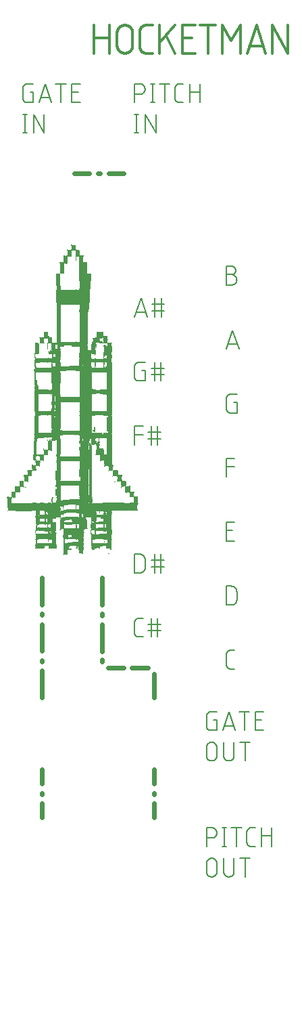
<source format=gbr>
G04 EAGLE Gerber RS-274X export*
G75*
%MOMM*%
%FSLAX34Y34*%
%LPD*%
%INSilkscreen Top*%
%IPPOS*%
%AMOC8*
5,1,8,0,0,1.08239X$1,22.5*%
G01*
%ADD10C,0.203200*%
%ADD11C,0.609600*%
%ADD12C,0.304800*%
%ADD13R,0.300000X0.100000*%
%ADD14R,0.700000X0.100000*%
%ADD15R,0.800000X0.100000*%
%ADD16R,0.500000X0.100000*%
%ADD17R,0.400000X0.100000*%
%ADD18R,1.200000X0.100000*%
%ADD19R,0.200000X0.100000*%
%ADD20R,0.600000X0.100000*%
%ADD21R,1.100000X0.100000*%
%ADD22R,1.500000X0.100000*%
%ADD23R,0.100000X0.100000*%
%ADD24R,0.900000X0.100000*%
%ADD25R,1.300000X0.100000*%
%ADD26R,1.700000X0.100000*%
%ADD27R,1.400000X0.100000*%
%ADD28R,1.600000X0.100000*%
%ADD29R,1.900000X0.100000*%
%ADD30R,1.800000X0.100000*%
%ADD31R,1.000000X0.100000*%
%ADD32R,2.000000X0.100000*%
%ADD33R,2.600000X0.100000*%
%ADD34R,2.500000X0.100000*%
%ADD35R,2.300000X0.100000*%
%ADD36R,2.800000X0.100000*%
%ADD37R,2.900000X0.100000*%
%ADD38R,3.700000X0.100000*%
%ADD39R,2.700000X0.100000*%
%ADD40R,2.400000X0.100000*%
%ADD41R,2.200000X0.100000*%
%ADD42R,4.900000X0.100000*%
%ADD43R,4.300000X0.100000*%
%ADD44R,3.000000X0.100000*%
%ADD45R,2.100000X0.100000*%
%ADD46R,0.050000X0.050000*%
%ADD47R,0.500000X0.050000*%
%ADD48R,0.200000X0.050000*%
%ADD49R,0.100000X0.050000*%
%ADD50R,0.550000X0.050000*%
%ADD51R,0.950000X0.050000*%
%ADD52R,0.600000X0.050000*%
%ADD53R,0.300000X0.050000*%
%ADD54R,0.800000X0.050000*%
%ADD55R,1.000000X0.050000*%
%ADD56R,0.650000X0.050000*%
%ADD57R,0.750000X0.050000*%
%ADD58R,1.100000X0.050000*%
%ADD59R,0.150000X0.050000*%
%ADD60R,1.150000X0.050000*%
%ADD61R,1.050000X0.050000*%
%ADD62R,0.900000X0.050000*%
%ADD63R,1.200000X0.050000*%
%ADD64R,1.300000X0.050000*%
%ADD65R,1.350000X0.050000*%
%ADD66R,1.600000X0.050000*%
%ADD67R,2.650000X0.050000*%
%ADD68R,2.500000X0.050000*%
%ADD69R,2.550000X0.050000*%
%ADD70R,2.600000X0.050000*%
%ADD71R,2.200000X0.050000*%
%ADD72R,2.050000X0.050000*%
%ADD73R,1.950000X0.050000*%
%ADD74R,0.450000X0.050000*%
%ADD75R,1.400000X0.050000*%
%ADD76R,0.250000X0.050000*%
%ADD77R,0.350000X0.050000*%
%ADD78R,0.700000X0.050000*%
%ADD79R,1.700000X0.050000*%
%ADD80R,1.550000X0.050000*%
%ADD81R,1.500000X0.050000*%
%ADD82R,2.150000X0.050000*%
%ADD83R,2.700000X0.050000*%
%ADD84R,1.450000X0.050000*%
%ADD85R,0.400000X0.050000*%
%ADD86R,3.350000X0.050000*%
%ADD87R,1.800000X0.050000*%
%ADD88R,1.850000X0.050000*%
%ADD89R,3.300000X0.050000*%
%ADD90R,3.250000X0.050000*%
%ADD91R,3.100000X0.050000*%
%ADD92R,3.150000X0.050000*%
%ADD93R,1.750000X0.050000*%
%ADD94R,3.600000X0.050000*%
%ADD95R,1.650000X0.050000*%
%ADD96R,2.000000X0.050000*%
%ADD97R,2.300000X0.050000*%
%ADD98R,6.100000X0.050000*%
%ADD99R,6.500000X0.050000*%
%ADD100R,2.100000X0.050000*%
%ADD101R,6.400000X0.050000*%
%ADD102R,6.550000X0.050000*%
%ADD103R,9.350000X0.050000*%
%ADD104R,8.950000X0.050000*%
%ADD105R,7.400000X0.050000*%
%ADD106R,7.350000X0.050000*%
%ADD107R,6.600000X0.050000*%
%ADD108R,7.050000X0.050000*%
%ADD109R,7.100000X0.050000*%
%ADD110R,7.600000X0.050000*%
%ADD111R,7.750000X0.050000*%
%ADD112R,16.300000X0.050000*%
%ADD113R,16.350000X0.050000*%
%ADD114R,4.600000X0.050000*%
%ADD115R,4.050000X0.050000*%
%ADD116R,4.500000X0.050000*%
%ADD117R,3.650000X0.050000*%
%ADD118R,2.800000X0.050000*%
%ADD119R,4.100000X0.050000*%
%ADD120R,4.450000X0.050000*%
%ADD121R,2.750000X0.050000*%
%ADD122R,1.250000X0.050000*%
%ADD123R,4.200000X0.050000*%
%ADD124R,9.750000X0.050000*%
%ADD125R,8.450000X0.050000*%
%ADD126R,6.000000X0.050000*%
%ADD127R,5.100000X0.050000*%
%ADD128R,3.200000X0.050000*%
%ADD129R,4.000000X0.050000*%
%ADD130R,9.700000X0.050000*%
%ADD131R,5.950000X0.050000*%
%ADD132R,5.000000X0.050000*%
%ADD133R,4.550000X0.050000*%
%ADD134R,0.850000X0.050000*%
%ADD135R,3.800000X0.050000*%
%ADD136R,3.850000X0.050000*%
%ADD137R,4.150000X0.050000*%


D10*
X306402Y446016D02*
X301209Y446016D01*
X301066Y446018D01*
X300923Y446024D01*
X300780Y446034D01*
X300638Y446048D01*
X300496Y446065D01*
X300354Y446087D01*
X300213Y446112D01*
X300073Y446142D01*
X299934Y446175D01*
X299796Y446212D01*
X299659Y446253D01*
X299523Y446297D01*
X299388Y446346D01*
X299255Y446398D01*
X299123Y446453D01*
X298993Y446513D01*
X298864Y446576D01*
X298737Y446642D01*
X298612Y446712D01*
X298490Y446785D01*
X298369Y446862D01*
X298250Y446942D01*
X298134Y447025D01*
X298019Y447111D01*
X297908Y447200D01*
X297798Y447293D01*
X297692Y447388D01*
X297588Y447487D01*
X297487Y447588D01*
X297388Y447692D01*
X297293Y447798D01*
X297200Y447908D01*
X297111Y448019D01*
X297025Y448134D01*
X296942Y448250D01*
X296862Y448369D01*
X296785Y448490D01*
X296712Y448613D01*
X296642Y448737D01*
X296576Y448864D01*
X296513Y448993D01*
X296453Y449123D01*
X296398Y449255D01*
X296346Y449388D01*
X296297Y449523D01*
X296253Y449659D01*
X296212Y449796D01*
X296175Y449934D01*
X296142Y450073D01*
X296112Y450213D01*
X296087Y450354D01*
X296065Y450496D01*
X296048Y450638D01*
X296034Y450780D01*
X296024Y450923D01*
X296018Y451066D01*
X296016Y451209D01*
X296016Y464191D01*
X296018Y464334D01*
X296024Y464477D01*
X296034Y464620D01*
X296048Y464762D01*
X296065Y464904D01*
X296087Y465046D01*
X296112Y465187D01*
X296142Y465327D01*
X296175Y465466D01*
X296212Y465604D01*
X296253Y465741D01*
X296297Y465877D01*
X296346Y466012D01*
X296398Y466145D01*
X296453Y466277D01*
X296513Y466407D01*
X296576Y466536D01*
X296642Y466663D01*
X296712Y466787D01*
X296785Y466910D01*
X296862Y467031D01*
X296942Y467150D01*
X297025Y467266D01*
X297111Y467381D01*
X297200Y467492D01*
X297293Y467602D01*
X297388Y467708D01*
X297487Y467812D01*
X297588Y467913D01*
X297692Y468012D01*
X297798Y468107D01*
X297908Y468200D01*
X298019Y468289D01*
X298134Y468375D01*
X298250Y468458D01*
X298369Y468538D01*
X298490Y468615D01*
X298612Y468688D01*
X298737Y468758D01*
X298864Y468824D01*
X298993Y468887D01*
X299123Y468947D01*
X299255Y469002D01*
X299388Y469054D01*
X299523Y469103D01*
X299659Y469147D01*
X299796Y469188D01*
X299934Y469225D01*
X300073Y469258D01*
X300213Y469288D01*
X300354Y469313D01*
X300496Y469335D01*
X300638Y469352D01*
X300780Y469366D01*
X300923Y469376D01*
X301066Y469382D01*
X301209Y469384D01*
X306402Y469384D01*
X296016Y526016D02*
X296016Y549384D01*
X302507Y549384D01*
X302666Y549382D01*
X302825Y549376D01*
X302985Y549366D01*
X303143Y549353D01*
X303302Y549335D01*
X303459Y549314D01*
X303617Y549288D01*
X303773Y549259D01*
X303929Y549226D01*
X304084Y549189D01*
X304238Y549149D01*
X304391Y549104D01*
X304543Y549056D01*
X304694Y549005D01*
X304843Y548949D01*
X304991Y548890D01*
X305137Y548827D01*
X305282Y548761D01*
X305425Y548691D01*
X305567Y548618D01*
X305706Y548541D01*
X305844Y548461D01*
X305980Y548377D01*
X306113Y548290D01*
X306245Y548200D01*
X306374Y548107D01*
X306500Y548010D01*
X306625Y547911D01*
X306747Y547808D01*
X306866Y547703D01*
X306983Y547594D01*
X307097Y547483D01*
X307208Y547369D01*
X307317Y547252D01*
X307422Y547133D01*
X307525Y547011D01*
X307624Y546886D01*
X307721Y546760D01*
X307814Y546631D01*
X307904Y546499D01*
X307991Y546366D01*
X308075Y546230D01*
X308155Y546092D01*
X308232Y545953D01*
X308305Y545811D01*
X308375Y545668D01*
X308441Y545523D01*
X308504Y545377D01*
X308563Y545229D01*
X308619Y545080D01*
X308670Y544929D01*
X308718Y544777D01*
X308763Y544624D01*
X308803Y544470D01*
X308840Y544315D01*
X308873Y544159D01*
X308902Y544003D01*
X308928Y543845D01*
X308949Y543688D01*
X308967Y543529D01*
X308980Y543371D01*
X308990Y543211D01*
X308996Y543052D01*
X308998Y542893D01*
X308998Y532507D01*
X308996Y532348D01*
X308990Y532189D01*
X308980Y532029D01*
X308967Y531871D01*
X308949Y531712D01*
X308928Y531555D01*
X308902Y531397D01*
X308873Y531241D01*
X308840Y531085D01*
X308803Y530930D01*
X308763Y530776D01*
X308718Y530623D01*
X308670Y530471D01*
X308619Y530320D01*
X308563Y530171D01*
X308504Y530023D01*
X308441Y529877D01*
X308375Y529732D01*
X308305Y529589D01*
X308232Y529447D01*
X308155Y529308D01*
X308075Y529170D01*
X307991Y529034D01*
X307904Y528901D01*
X307814Y528769D01*
X307721Y528640D01*
X307624Y528514D01*
X307525Y528389D01*
X307422Y528267D01*
X307317Y528148D01*
X307208Y528031D01*
X307097Y527917D01*
X306983Y527806D01*
X306866Y527697D01*
X306747Y527592D01*
X306625Y527489D01*
X306500Y527390D01*
X306374Y527293D01*
X306245Y527200D01*
X306113Y527110D01*
X305980Y527023D01*
X305844Y526939D01*
X305706Y526859D01*
X305567Y526782D01*
X305425Y526709D01*
X305282Y526639D01*
X305137Y526573D01*
X304991Y526510D01*
X304843Y526451D01*
X304694Y526395D01*
X304543Y526344D01*
X304391Y526295D01*
X304238Y526251D01*
X304084Y526211D01*
X303929Y526174D01*
X303773Y526141D01*
X303617Y526112D01*
X303459Y526086D01*
X303302Y526065D01*
X303143Y526047D01*
X302984Y526034D01*
X302825Y526024D01*
X302666Y526018D01*
X302507Y526016D01*
X296016Y526016D01*
X296016Y606016D02*
X306402Y606016D01*
X296016Y606016D02*
X296016Y629384D01*
X306402Y629384D01*
X303805Y618998D02*
X296016Y618998D01*
X296016Y686016D02*
X296016Y709384D01*
X306402Y709384D01*
X306402Y698998D02*
X296016Y698998D01*
X305104Y778998D02*
X308998Y778998D01*
X308998Y766016D01*
X301209Y766016D01*
X301066Y766018D01*
X300923Y766024D01*
X300780Y766034D01*
X300638Y766048D01*
X300496Y766065D01*
X300354Y766087D01*
X300213Y766112D01*
X300073Y766142D01*
X299934Y766175D01*
X299796Y766212D01*
X299659Y766253D01*
X299523Y766297D01*
X299388Y766346D01*
X299255Y766398D01*
X299123Y766453D01*
X298993Y766513D01*
X298864Y766576D01*
X298737Y766642D01*
X298612Y766712D01*
X298490Y766785D01*
X298369Y766862D01*
X298250Y766942D01*
X298134Y767025D01*
X298019Y767111D01*
X297908Y767200D01*
X297798Y767293D01*
X297692Y767388D01*
X297588Y767487D01*
X297487Y767588D01*
X297388Y767692D01*
X297293Y767798D01*
X297200Y767908D01*
X297111Y768019D01*
X297025Y768134D01*
X296942Y768250D01*
X296862Y768369D01*
X296785Y768490D01*
X296712Y768613D01*
X296642Y768737D01*
X296576Y768864D01*
X296513Y768993D01*
X296453Y769123D01*
X296398Y769255D01*
X296346Y769388D01*
X296297Y769523D01*
X296253Y769659D01*
X296212Y769796D01*
X296175Y769934D01*
X296142Y770073D01*
X296112Y770213D01*
X296087Y770354D01*
X296065Y770496D01*
X296048Y770638D01*
X296034Y770780D01*
X296024Y770923D01*
X296018Y771066D01*
X296016Y771209D01*
X296016Y784191D01*
X296018Y784334D01*
X296024Y784477D01*
X296034Y784620D01*
X296048Y784762D01*
X296065Y784904D01*
X296087Y785046D01*
X296112Y785187D01*
X296142Y785327D01*
X296175Y785466D01*
X296212Y785604D01*
X296253Y785741D01*
X296297Y785877D01*
X296346Y786012D01*
X296398Y786145D01*
X296453Y786277D01*
X296513Y786407D01*
X296576Y786536D01*
X296642Y786663D01*
X296712Y786787D01*
X296785Y786910D01*
X296862Y787031D01*
X296942Y787150D01*
X297025Y787266D01*
X297111Y787381D01*
X297200Y787492D01*
X297293Y787602D01*
X297388Y787708D01*
X297487Y787812D01*
X297588Y787913D01*
X297692Y788012D01*
X297798Y788107D01*
X297908Y788200D01*
X298019Y788289D01*
X298134Y788375D01*
X298250Y788458D01*
X298369Y788538D01*
X298490Y788615D01*
X298612Y788688D01*
X298737Y788758D01*
X298864Y788824D01*
X298993Y788887D01*
X299123Y788947D01*
X299255Y789002D01*
X299388Y789054D01*
X299523Y789103D01*
X299659Y789147D01*
X299796Y789188D01*
X299934Y789225D01*
X300073Y789258D01*
X300213Y789288D01*
X300354Y789313D01*
X300496Y789335D01*
X300638Y789352D01*
X300780Y789366D01*
X300923Y789376D01*
X301066Y789382D01*
X301209Y789384D01*
X308998Y789384D01*
X296016Y846016D02*
X303805Y869384D01*
X311595Y846016D01*
X309647Y851858D02*
X297963Y851858D01*
X296016Y938998D02*
X302507Y938998D01*
X302666Y938996D01*
X302825Y938990D01*
X302985Y938980D01*
X303143Y938967D01*
X303302Y938949D01*
X303459Y938928D01*
X303617Y938902D01*
X303773Y938873D01*
X303929Y938840D01*
X304084Y938803D01*
X304238Y938763D01*
X304391Y938718D01*
X304543Y938670D01*
X304694Y938619D01*
X304843Y938563D01*
X304991Y938504D01*
X305137Y938441D01*
X305282Y938375D01*
X305425Y938305D01*
X305567Y938232D01*
X305706Y938155D01*
X305844Y938075D01*
X305980Y937991D01*
X306113Y937904D01*
X306245Y937814D01*
X306374Y937721D01*
X306500Y937624D01*
X306625Y937525D01*
X306747Y937422D01*
X306866Y937317D01*
X306983Y937208D01*
X307097Y937097D01*
X307208Y936983D01*
X307317Y936866D01*
X307422Y936747D01*
X307525Y936625D01*
X307624Y936500D01*
X307721Y936374D01*
X307814Y936245D01*
X307904Y936113D01*
X307991Y935980D01*
X308075Y935844D01*
X308155Y935706D01*
X308232Y935567D01*
X308305Y935425D01*
X308375Y935282D01*
X308441Y935137D01*
X308504Y934991D01*
X308563Y934843D01*
X308619Y934694D01*
X308670Y934543D01*
X308718Y934391D01*
X308763Y934238D01*
X308803Y934084D01*
X308840Y933929D01*
X308873Y933773D01*
X308902Y933617D01*
X308928Y933459D01*
X308949Y933302D01*
X308967Y933143D01*
X308980Y932985D01*
X308990Y932825D01*
X308996Y932666D01*
X308998Y932507D01*
X308996Y932348D01*
X308990Y932189D01*
X308980Y932029D01*
X308967Y931871D01*
X308949Y931712D01*
X308928Y931555D01*
X308902Y931397D01*
X308873Y931241D01*
X308840Y931085D01*
X308803Y930930D01*
X308763Y930776D01*
X308718Y930623D01*
X308670Y930471D01*
X308619Y930320D01*
X308563Y930171D01*
X308504Y930023D01*
X308441Y929877D01*
X308375Y929732D01*
X308305Y929589D01*
X308232Y929447D01*
X308155Y929308D01*
X308075Y929170D01*
X307991Y929034D01*
X307904Y928901D01*
X307814Y928769D01*
X307721Y928640D01*
X307624Y928514D01*
X307525Y928389D01*
X307422Y928267D01*
X307317Y928148D01*
X307208Y928031D01*
X307097Y927917D01*
X306983Y927806D01*
X306866Y927697D01*
X306747Y927592D01*
X306625Y927489D01*
X306500Y927390D01*
X306374Y927293D01*
X306245Y927200D01*
X306113Y927110D01*
X305980Y927023D01*
X305844Y926939D01*
X305706Y926859D01*
X305567Y926782D01*
X305425Y926709D01*
X305282Y926639D01*
X305137Y926573D01*
X304991Y926510D01*
X304843Y926451D01*
X304694Y926395D01*
X304543Y926344D01*
X304391Y926296D01*
X304238Y926251D01*
X304084Y926211D01*
X303929Y926174D01*
X303773Y926141D01*
X303617Y926112D01*
X303459Y926086D01*
X303302Y926065D01*
X303143Y926047D01*
X302985Y926034D01*
X302825Y926024D01*
X302666Y926018D01*
X302507Y926016D01*
X296016Y926016D01*
X296016Y949384D01*
X302507Y949384D01*
X302650Y949382D01*
X302793Y949376D01*
X302936Y949366D01*
X303078Y949352D01*
X303220Y949335D01*
X303362Y949313D01*
X303503Y949288D01*
X303643Y949258D01*
X303782Y949225D01*
X303920Y949188D01*
X304057Y949147D01*
X304193Y949103D01*
X304328Y949054D01*
X304461Y949002D01*
X304593Y948947D01*
X304723Y948887D01*
X304852Y948824D01*
X304979Y948758D01*
X305104Y948688D01*
X305226Y948615D01*
X305347Y948538D01*
X305466Y948458D01*
X305582Y948375D01*
X305697Y948289D01*
X305808Y948200D01*
X305918Y948107D01*
X306024Y948012D01*
X306128Y947913D01*
X306229Y947812D01*
X306328Y947708D01*
X306423Y947602D01*
X306516Y947492D01*
X306605Y947381D01*
X306691Y947266D01*
X306774Y947150D01*
X306854Y947031D01*
X306931Y946910D01*
X307004Y946787D01*
X307074Y946663D01*
X307140Y946536D01*
X307203Y946407D01*
X307263Y946277D01*
X307318Y946145D01*
X307370Y946012D01*
X307419Y945877D01*
X307463Y945741D01*
X307504Y945604D01*
X307541Y945466D01*
X307574Y945327D01*
X307604Y945187D01*
X307629Y945046D01*
X307651Y944904D01*
X307668Y944762D01*
X307682Y944620D01*
X307692Y944477D01*
X307698Y944334D01*
X307700Y944191D01*
X307698Y944048D01*
X307692Y943905D01*
X307682Y943762D01*
X307668Y943620D01*
X307651Y943478D01*
X307629Y943336D01*
X307604Y943195D01*
X307574Y943055D01*
X307541Y942916D01*
X307504Y942778D01*
X307463Y942641D01*
X307419Y942505D01*
X307370Y942370D01*
X307318Y942237D01*
X307263Y942105D01*
X307203Y941975D01*
X307140Y941846D01*
X307074Y941719D01*
X307004Y941595D01*
X306931Y941472D01*
X306854Y941351D01*
X306774Y941232D01*
X306691Y941116D01*
X306605Y941001D01*
X306516Y940890D01*
X306423Y940780D01*
X306328Y940674D01*
X306229Y940570D01*
X306128Y940469D01*
X306024Y940370D01*
X305918Y940275D01*
X305808Y940182D01*
X305697Y940093D01*
X305582Y940007D01*
X305466Y939924D01*
X305347Y939844D01*
X305226Y939767D01*
X305104Y939694D01*
X304979Y939624D01*
X304852Y939558D01*
X304723Y939495D01*
X304593Y939435D01*
X304461Y939380D01*
X304328Y939328D01*
X304193Y939279D01*
X304057Y939235D01*
X303920Y939194D01*
X303782Y939157D01*
X303643Y939124D01*
X303503Y939094D01*
X303362Y939069D01*
X303220Y939047D01*
X303078Y939030D01*
X302936Y939016D01*
X302793Y939006D01*
X302650Y939000D01*
X302507Y938998D01*
X188805Y909384D02*
X181016Y886016D01*
X196595Y886016D02*
X188805Y909384D01*
X194647Y891858D02*
X182963Y891858D01*
X202591Y893805D02*
X218169Y893805D01*
X218169Y901595D02*
X202591Y901595D01*
X206485Y909384D02*
X206485Y886016D01*
X214275Y886016D02*
X214275Y909384D01*
X193998Y818998D02*
X190104Y818998D01*
X193998Y818998D02*
X193998Y806016D01*
X186209Y806016D01*
X186066Y806018D01*
X185923Y806024D01*
X185780Y806034D01*
X185638Y806048D01*
X185496Y806065D01*
X185354Y806087D01*
X185213Y806112D01*
X185073Y806142D01*
X184934Y806175D01*
X184796Y806212D01*
X184659Y806253D01*
X184523Y806297D01*
X184388Y806346D01*
X184255Y806398D01*
X184123Y806453D01*
X183993Y806513D01*
X183864Y806576D01*
X183737Y806642D01*
X183612Y806712D01*
X183490Y806785D01*
X183369Y806862D01*
X183250Y806942D01*
X183134Y807025D01*
X183019Y807111D01*
X182908Y807200D01*
X182798Y807293D01*
X182692Y807388D01*
X182588Y807487D01*
X182487Y807588D01*
X182388Y807692D01*
X182293Y807798D01*
X182200Y807908D01*
X182111Y808019D01*
X182025Y808134D01*
X181942Y808250D01*
X181862Y808369D01*
X181785Y808490D01*
X181712Y808613D01*
X181642Y808737D01*
X181576Y808864D01*
X181513Y808993D01*
X181453Y809123D01*
X181398Y809255D01*
X181346Y809388D01*
X181297Y809523D01*
X181253Y809659D01*
X181212Y809796D01*
X181175Y809934D01*
X181142Y810073D01*
X181112Y810213D01*
X181087Y810354D01*
X181065Y810496D01*
X181048Y810638D01*
X181034Y810780D01*
X181024Y810923D01*
X181018Y811066D01*
X181016Y811209D01*
X181016Y824191D01*
X181018Y824334D01*
X181024Y824477D01*
X181034Y824620D01*
X181048Y824762D01*
X181065Y824904D01*
X181087Y825046D01*
X181112Y825187D01*
X181142Y825327D01*
X181175Y825466D01*
X181212Y825604D01*
X181253Y825741D01*
X181297Y825877D01*
X181346Y826012D01*
X181398Y826145D01*
X181453Y826277D01*
X181513Y826407D01*
X181576Y826536D01*
X181642Y826663D01*
X181712Y826787D01*
X181785Y826910D01*
X181862Y827031D01*
X181942Y827150D01*
X182025Y827266D01*
X182111Y827381D01*
X182200Y827492D01*
X182293Y827602D01*
X182388Y827708D01*
X182487Y827812D01*
X182588Y827913D01*
X182692Y828012D01*
X182798Y828107D01*
X182908Y828200D01*
X183019Y828289D01*
X183134Y828375D01*
X183250Y828458D01*
X183369Y828538D01*
X183490Y828615D01*
X183612Y828688D01*
X183737Y828758D01*
X183864Y828824D01*
X183993Y828887D01*
X184123Y828947D01*
X184255Y829002D01*
X184388Y829054D01*
X184523Y829103D01*
X184659Y829147D01*
X184796Y829188D01*
X184934Y829225D01*
X185073Y829258D01*
X185213Y829288D01*
X185354Y829313D01*
X185496Y829335D01*
X185638Y829352D01*
X185780Y829366D01*
X185923Y829376D01*
X186066Y829382D01*
X186209Y829384D01*
X193998Y829384D01*
X201988Y813805D02*
X217567Y813805D01*
X217567Y821595D02*
X201988Y821595D01*
X205883Y829384D02*
X205883Y806016D01*
X213672Y806016D02*
X213672Y829384D01*
X191402Y486016D02*
X186209Y486016D01*
X186066Y486018D01*
X185923Y486024D01*
X185780Y486034D01*
X185638Y486048D01*
X185496Y486065D01*
X185354Y486087D01*
X185213Y486112D01*
X185073Y486142D01*
X184934Y486175D01*
X184796Y486212D01*
X184659Y486253D01*
X184523Y486297D01*
X184388Y486346D01*
X184255Y486398D01*
X184123Y486453D01*
X183993Y486513D01*
X183864Y486576D01*
X183737Y486642D01*
X183612Y486712D01*
X183490Y486785D01*
X183369Y486862D01*
X183250Y486942D01*
X183134Y487025D01*
X183019Y487111D01*
X182908Y487200D01*
X182798Y487293D01*
X182692Y487388D01*
X182588Y487487D01*
X182487Y487588D01*
X182388Y487692D01*
X182293Y487798D01*
X182200Y487908D01*
X182111Y488019D01*
X182025Y488134D01*
X181942Y488250D01*
X181862Y488369D01*
X181785Y488490D01*
X181712Y488613D01*
X181642Y488737D01*
X181576Y488864D01*
X181513Y488993D01*
X181453Y489123D01*
X181398Y489255D01*
X181346Y489388D01*
X181297Y489523D01*
X181253Y489659D01*
X181212Y489796D01*
X181175Y489934D01*
X181142Y490073D01*
X181112Y490213D01*
X181087Y490354D01*
X181065Y490496D01*
X181048Y490638D01*
X181034Y490780D01*
X181024Y490923D01*
X181018Y491066D01*
X181016Y491209D01*
X181016Y504191D01*
X181018Y504334D01*
X181024Y504477D01*
X181034Y504620D01*
X181048Y504762D01*
X181065Y504904D01*
X181087Y505046D01*
X181112Y505187D01*
X181142Y505327D01*
X181175Y505466D01*
X181212Y505604D01*
X181253Y505741D01*
X181297Y505877D01*
X181346Y506012D01*
X181398Y506145D01*
X181453Y506277D01*
X181513Y506407D01*
X181576Y506536D01*
X181642Y506663D01*
X181712Y506787D01*
X181785Y506910D01*
X181862Y507031D01*
X181942Y507150D01*
X182025Y507266D01*
X182111Y507381D01*
X182200Y507492D01*
X182293Y507602D01*
X182388Y507708D01*
X182487Y507812D01*
X182588Y507913D01*
X182692Y508012D01*
X182798Y508107D01*
X182908Y508200D01*
X183019Y508289D01*
X183134Y508375D01*
X183250Y508458D01*
X183369Y508538D01*
X183490Y508615D01*
X183612Y508688D01*
X183737Y508758D01*
X183864Y508824D01*
X183993Y508887D01*
X184123Y508947D01*
X184255Y509002D01*
X184388Y509054D01*
X184523Y509103D01*
X184659Y509147D01*
X184796Y509188D01*
X184934Y509225D01*
X185073Y509258D01*
X185213Y509288D01*
X185354Y509313D01*
X185496Y509335D01*
X185638Y509352D01*
X185780Y509366D01*
X185923Y509376D01*
X186066Y509382D01*
X186209Y509384D01*
X191402Y509384D01*
X197836Y493805D02*
X213415Y493805D01*
X213415Y501595D02*
X197836Y501595D01*
X201731Y509384D02*
X201731Y486016D01*
X209520Y486016D02*
X209520Y509384D01*
X181016Y566016D02*
X181016Y589384D01*
X187507Y589384D01*
X187666Y589382D01*
X187825Y589376D01*
X187985Y589366D01*
X188143Y589353D01*
X188302Y589335D01*
X188459Y589314D01*
X188617Y589288D01*
X188773Y589259D01*
X188929Y589226D01*
X189084Y589189D01*
X189238Y589149D01*
X189391Y589104D01*
X189543Y589056D01*
X189694Y589005D01*
X189843Y588949D01*
X189991Y588890D01*
X190137Y588827D01*
X190282Y588761D01*
X190425Y588691D01*
X190567Y588618D01*
X190706Y588541D01*
X190844Y588461D01*
X190980Y588377D01*
X191113Y588290D01*
X191245Y588200D01*
X191374Y588107D01*
X191500Y588010D01*
X191625Y587911D01*
X191747Y587808D01*
X191866Y587703D01*
X191983Y587594D01*
X192097Y587483D01*
X192208Y587369D01*
X192317Y587252D01*
X192422Y587133D01*
X192525Y587011D01*
X192624Y586886D01*
X192721Y586760D01*
X192814Y586631D01*
X192904Y586499D01*
X192991Y586366D01*
X193075Y586230D01*
X193155Y586092D01*
X193232Y585953D01*
X193305Y585811D01*
X193375Y585668D01*
X193441Y585523D01*
X193504Y585377D01*
X193563Y585229D01*
X193619Y585080D01*
X193670Y584929D01*
X193718Y584777D01*
X193763Y584624D01*
X193803Y584470D01*
X193840Y584315D01*
X193873Y584159D01*
X193902Y584003D01*
X193928Y583845D01*
X193949Y583688D01*
X193967Y583529D01*
X193980Y583371D01*
X193990Y583211D01*
X193996Y583052D01*
X193998Y582893D01*
X193998Y572507D01*
X193996Y572348D01*
X193990Y572189D01*
X193980Y572029D01*
X193967Y571871D01*
X193949Y571712D01*
X193928Y571555D01*
X193902Y571397D01*
X193873Y571241D01*
X193840Y571085D01*
X193803Y570930D01*
X193763Y570776D01*
X193718Y570623D01*
X193670Y570471D01*
X193619Y570320D01*
X193563Y570171D01*
X193504Y570023D01*
X193441Y569877D01*
X193375Y569732D01*
X193305Y569589D01*
X193232Y569447D01*
X193155Y569308D01*
X193075Y569170D01*
X192991Y569034D01*
X192904Y568901D01*
X192814Y568769D01*
X192721Y568640D01*
X192624Y568514D01*
X192525Y568389D01*
X192422Y568267D01*
X192317Y568148D01*
X192208Y568031D01*
X192097Y567917D01*
X191983Y567806D01*
X191866Y567697D01*
X191747Y567592D01*
X191625Y567489D01*
X191500Y567390D01*
X191374Y567293D01*
X191245Y567200D01*
X191113Y567110D01*
X190980Y567023D01*
X190844Y566939D01*
X190706Y566859D01*
X190567Y566782D01*
X190425Y566709D01*
X190282Y566639D01*
X190137Y566573D01*
X189991Y566510D01*
X189843Y566451D01*
X189694Y566395D01*
X189543Y566344D01*
X189391Y566295D01*
X189238Y566251D01*
X189084Y566211D01*
X188929Y566174D01*
X188773Y566141D01*
X188617Y566112D01*
X188459Y566086D01*
X188302Y566065D01*
X188143Y566047D01*
X187984Y566034D01*
X187825Y566024D01*
X187666Y566018D01*
X187507Y566016D01*
X181016Y566016D01*
X201988Y573805D02*
X217567Y573805D01*
X217567Y581595D02*
X201988Y581595D01*
X205883Y589384D02*
X205883Y566016D01*
X213672Y566016D02*
X213672Y589384D01*
X181016Y726016D02*
X181016Y749384D01*
X191402Y749384D01*
X191402Y738998D02*
X181016Y738998D01*
X197788Y733805D02*
X213367Y733805D01*
X213367Y741595D02*
X197788Y741595D01*
X201683Y749384D02*
X201683Y726016D01*
X209472Y726016D02*
X209472Y749384D01*
D11*
X124058Y1065000D02*
X105000Y1065000D01*
X135336Y1065000D02*
X137164Y1065000D01*
X148442Y1065000D02*
X167500Y1065000D01*
D10*
X271016Y247484D02*
X271016Y224116D01*
X271016Y247484D02*
X277507Y247484D01*
X277666Y247482D01*
X277825Y247476D01*
X277985Y247466D01*
X278143Y247453D01*
X278302Y247435D01*
X278459Y247414D01*
X278617Y247388D01*
X278773Y247359D01*
X278929Y247326D01*
X279084Y247289D01*
X279238Y247249D01*
X279391Y247204D01*
X279543Y247156D01*
X279694Y247105D01*
X279843Y247049D01*
X279991Y246990D01*
X280137Y246927D01*
X280282Y246861D01*
X280425Y246791D01*
X280567Y246718D01*
X280706Y246641D01*
X280844Y246561D01*
X280980Y246477D01*
X281113Y246390D01*
X281245Y246300D01*
X281374Y246207D01*
X281500Y246110D01*
X281625Y246011D01*
X281747Y245908D01*
X281866Y245803D01*
X281983Y245694D01*
X282097Y245583D01*
X282208Y245469D01*
X282317Y245352D01*
X282422Y245233D01*
X282525Y245111D01*
X282624Y244986D01*
X282721Y244860D01*
X282814Y244731D01*
X282904Y244599D01*
X282991Y244466D01*
X283075Y244330D01*
X283155Y244192D01*
X283232Y244053D01*
X283305Y243911D01*
X283375Y243768D01*
X283441Y243623D01*
X283504Y243477D01*
X283563Y243329D01*
X283619Y243180D01*
X283670Y243029D01*
X283718Y242877D01*
X283763Y242724D01*
X283803Y242570D01*
X283840Y242415D01*
X283873Y242259D01*
X283902Y242103D01*
X283928Y241945D01*
X283949Y241788D01*
X283967Y241629D01*
X283980Y241471D01*
X283990Y241311D01*
X283996Y241152D01*
X283998Y240993D01*
X283996Y240834D01*
X283990Y240675D01*
X283980Y240515D01*
X283967Y240357D01*
X283949Y240198D01*
X283928Y240041D01*
X283902Y239883D01*
X283873Y239727D01*
X283840Y239571D01*
X283803Y239416D01*
X283763Y239262D01*
X283718Y239109D01*
X283670Y238957D01*
X283619Y238806D01*
X283563Y238657D01*
X283504Y238509D01*
X283441Y238363D01*
X283375Y238218D01*
X283305Y238075D01*
X283232Y237933D01*
X283155Y237794D01*
X283075Y237656D01*
X282991Y237520D01*
X282904Y237387D01*
X282814Y237255D01*
X282721Y237126D01*
X282624Y237000D01*
X282525Y236875D01*
X282422Y236753D01*
X282317Y236634D01*
X282208Y236517D01*
X282097Y236403D01*
X281983Y236292D01*
X281866Y236183D01*
X281747Y236078D01*
X281625Y235975D01*
X281500Y235876D01*
X281374Y235779D01*
X281245Y235686D01*
X281113Y235596D01*
X280980Y235509D01*
X280844Y235425D01*
X280706Y235345D01*
X280567Y235268D01*
X280425Y235195D01*
X280282Y235125D01*
X280137Y235059D01*
X279991Y234996D01*
X279843Y234937D01*
X279694Y234881D01*
X279543Y234830D01*
X279391Y234782D01*
X279238Y234737D01*
X279084Y234697D01*
X278929Y234660D01*
X278773Y234627D01*
X278617Y234598D01*
X278459Y234572D01*
X278302Y234551D01*
X278143Y234533D01*
X277985Y234520D01*
X277825Y234510D01*
X277666Y234504D01*
X277507Y234502D01*
X271016Y234502D01*
X293367Y224116D02*
X293367Y247484D01*
X290770Y224116D02*
X295963Y224116D01*
X295963Y247484D02*
X290770Y247484D01*
X308678Y247484D02*
X308678Y224116D01*
X302187Y247484D02*
X315169Y247484D01*
X326843Y224116D02*
X332036Y224116D01*
X326843Y224116D02*
X326700Y224118D01*
X326557Y224124D01*
X326414Y224134D01*
X326272Y224148D01*
X326130Y224165D01*
X325988Y224187D01*
X325847Y224212D01*
X325707Y224242D01*
X325568Y224275D01*
X325430Y224312D01*
X325293Y224353D01*
X325157Y224397D01*
X325022Y224446D01*
X324889Y224498D01*
X324757Y224553D01*
X324627Y224613D01*
X324498Y224676D01*
X324371Y224742D01*
X324246Y224812D01*
X324124Y224885D01*
X324003Y224962D01*
X323884Y225042D01*
X323768Y225125D01*
X323653Y225211D01*
X323542Y225300D01*
X323432Y225393D01*
X323326Y225488D01*
X323222Y225587D01*
X323121Y225688D01*
X323022Y225792D01*
X322927Y225898D01*
X322834Y226008D01*
X322745Y226119D01*
X322659Y226234D01*
X322576Y226350D01*
X322496Y226469D01*
X322419Y226590D01*
X322346Y226713D01*
X322276Y226837D01*
X322210Y226964D01*
X322147Y227093D01*
X322087Y227223D01*
X322032Y227355D01*
X321980Y227488D01*
X321931Y227623D01*
X321887Y227759D01*
X321846Y227896D01*
X321809Y228034D01*
X321776Y228173D01*
X321746Y228313D01*
X321721Y228454D01*
X321699Y228596D01*
X321682Y228738D01*
X321668Y228880D01*
X321658Y229023D01*
X321652Y229166D01*
X321650Y229309D01*
X321650Y242291D01*
X321652Y242434D01*
X321658Y242577D01*
X321668Y242720D01*
X321682Y242862D01*
X321699Y243004D01*
X321721Y243146D01*
X321746Y243287D01*
X321776Y243427D01*
X321809Y243566D01*
X321846Y243704D01*
X321887Y243841D01*
X321931Y243977D01*
X321980Y244112D01*
X322032Y244245D01*
X322087Y244377D01*
X322147Y244507D01*
X322210Y244636D01*
X322276Y244763D01*
X322346Y244887D01*
X322419Y245010D01*
X322496Y245131D01*
X322576Y245250D01*
X322659Y245366D01*
X322745Y245481D01*
X322834Y245592D01*
X322927Y245702D01*
X323022Y245808D01*
X323121Y245912D01*
X323222Y246013D01*
X323326Y246112D01*
X323432Y246207D01*
X323542Y246300D01*
X323653Y246389D01*
X323768Y246475D01*
X323884Y246558D01*
X324003Y246638D01*
X324124Y246715D01*
X324246Y246788D01*
X324371Y246858D01*
X324498Y246924D01*
X324627Y246987D01*
X324757Y247047D01*
X324889Y247102D01*
X325022Y247154D01*
X325157Y247203D01*
X325293Y247247D01*
X325430Y247288D01*
X325568Y247325D01*
X325707Y247358D01*
X325847Y247388D01*
X325988Y247413D01*
X326130Y247435D01*
X326272Y247452D01*
X326414Y247466D01*
X326557Y247476D01*
X326700Y247482D01*
X326843Y247484D01*
X332036Y247484D01*
X339768Y247484D02*
X339768Y224116D01*
X339768Y237098D02*
X352751Y237098D01*
X352751Y247484D02*
X352751Y224116D01*
X271016Y202893D02*
X271016Y192507D01*
X271016Y202893D02*
X271018Y203052D01*
X271024Y203211D01*
X271034Y203371D01*
X271047Y203529D01*
X271065Y203688D01*
X271086Y203845D01*
X271112Y204003D01*
X271141Y204159D01*
X271174Y204315D01*
X271211Y204470D01*
X271251Y204624D01*
X271296Y204777D01*
X271344Y204929D01*
X271395Y205080D01*
X271451Y205229D01*
X271510Y205377D01*
X271573Y205523D01*
X271639Y205668D01*
X271709Y205811D01*
X271782Y205953D01*
X271859Y206092D01*
X271939Y206230D01*
X272023Y206366D01*
X272110Y206499D01*
X272200Y206631D01*
X272293Y206760D01*
X272390Y206886D01*
X272489Y207011D01*
X272592Y207133D01*
X272697Y207252D01*
X272806Y207369D01*
X272917Y207483D01*
X273031Y207594D01*
X273148Y207703D01*
X273267Y207808D01*
X273389Y207911D01*
X273514Y208010D01*
X273640Y208107D01*
X273769Y208200D01*
X273901Y208290D01*
X274034Y208377D01*
X274170Y208461D01*
X274308Y208541D01*
X274447Y208618D01*
X274589Y208691D01*
X274732Y208761D01*
X274877Y208827D01*
X275023Y208890D01*
X275171Y208949D01*
X275320Y209005D01*
X275471Y209056D01*
X275623Y209104D01*
X275776Y209149D01*
X275930Y209189D01*
X276085Y209226D01*
X276241Y209259D01*
X276397Y209288D01*
X276555Y209314D01*
X276712Y209335D01*
X276871Y209353D01*
X277029Y209366D01*
X277189Y209376D01*
X277348Y209382D01*
X277507Y209384D01*
X277666Y209382D01*
X277825Y209376D01*
X277985Y209366D01*
X278143Y209353D01*
X278302Y209335D01*
X278459Y209314D01*
X278617Y209288D01*
X278773Y209259D01*
X278929Y209226D01*
X279084Y209189D01*
X279238Y209149D01*
X279391Y209104D01*
X279543Y209056D01*
X279694Y209005D01*
X279843Y208949D01*
X279991Y208890D01*
X280137Y208827D01*
X280282Y208761D01*
X280425Y208691D01*
X280567Y208618D01*
X280706Y208541D01*
X280844Y208461D01*
X280980Y208377D01*
X281113Y208290D01*
X281245Y208200D01*
X281374Y208107D01*
X281500Y208010D01*
X281625Y207911D01*
X281747Y207808D01*
X281866Y207703D01*
X281983Y207594D01*
X282097Y207483D01*
X282208Y207369D01*
X282317Y207252D01*
X282422Y207133D01*
X282525Y207011D01*
X282624Y206886D01*
X282721Y206760D01*
X282814Y206631D01*
X282904Y206499D01*
X282991Y206366D01*
X283075Y206230D01*
X283155Y206092D01*
X283232Y205953D01*
X283305Y205811D01*
X283375Y205668D01*
X283441Y205523D01*
X283504Y205377D01*
X283563Y205229D01*
X283619Y205080D01*
X283670Y204929D01*
X283718Y204777D01*
X283763Y204624D01*
X283803Y204470D01*
X283840Y204315D01*
X283873Y204159D01*
X283902Y204003D01*
X283928Y203845D01*
X283949Y203688D01*
X283967Y203529D01*
X283980Y203371D01*
X283990Y203211D01*
X283996Y203052D01*
X283998Y202893D01*
X283998Y192507D01*
X283996Y192348D01*
X283990Y192189D01*
X283980Y192029D01*
X283967Y191871D01*
X283949Y191712D01*
X283928Y191555D01*
X283902Y191397D01*
X283873Y191241D01*
X283840Y191085D01*
X283803Y190930D01*
X283763Y190776D01*
X283718Y190623D01*
X283670Y190471D01*
X283619Y190320D01*
X283563Y190171D01*
X283504Y190023D01*
X283441Y189877D01*
X283375Y189732D01*
X283305Y189589D01*
X283232Y189447D01*
X283155Y189308D01*
X283075Y189170D01*
X282991Y189034D01*
X282904Y188901D01*
X282814Y188769D01*
X282721Y188640D01*
X282624Y188514D01*
X282525Y188389D01*
X282422Y188267D01*
X282317Y188148D01*
X282208Y188031D01*
X282097Y187917D01*
X281983Y187806D01*
X281866Y187697D01*
X281747Y187592D01*
X281625Y187489D01*
X281500Y187390D01*
X281374Y187293D01*
X281245Y187200D01*
X281113Y187110D01*
X280980Y187023D01*
X280844Y186939D01*
X280706Y186859D01*
X280567Y186782D01*
X280425Y186709D01*
X280282Y186639D01*
X280137Y186573D01*
X279991Y186510D01*
X279843Y186451D01*
X279694Y186395D01*
X279543Y186344D01*
X279391Y186296D01*
X279238Y186251D01*
X279084Y186211D01*
X278929Y186174D01*
X278773Y186141D01*
X278617Y186112D01*
X278459Y186086D01*
X278302Y186065D01*
X278143Y186047D01*
X277985Y186034D01*
X277825Y186024D01*
X277666Y186018D01*
X277507Y186016D01*
X277348Y186018D01*
X277189Y186024D01*
X277029Y186034D01*
X276871Y186047D01*
X276712Y186065D01*
X276555Y186086D01*
X276397Y186112D01*
X276241Y186141D01*
X276085Y186174D01*
X275930Y186211D01*
X275776Y186251D01*
X275623Y186296D01*
X275471Y186344D01*
X275320Y186395D01*
X275171Y186451D01*
X275023Y186510D01*
X274877Y186573D01*
X274732Y186639D01*
X274589Y186709D01*
X274447Y186782D01*
X274308Y186859D01*
X274170Y186939D01*
X274034Y187023D01*
X273901Y187110D01*
X273769Y187200D01*
X273640Y187293D01*
X273514Y187390D01*
X273389Y187489D01*
X273267Y187592D01*
X273148Y187697D01*
X273031Y187806D01*
X272917Y187917D01*
X272806Y188031D01*
X272697Y188148D01*
X272592Y188267D01*
X272489Y188389D01*
X272390Y188514D01*
X272293Y188640D01*
X272200Y188769D01*
X272110Y188901D01*
X272023Y189034D01*
X271939Y189170D01*
X271859Y189308D01*
X271782Y189447D01*
X271709Y189589D01*
X271639Y189732D01*
X271573Y189877D01*
X271510Y190023D01*
X271451Y190171D01*
X271395Y190320D01*
X271344Y190471D01*
X271296Y190623D01*
X271251Y190776D01*
X271211Y190930D01*
X271174Y191085D01*
X271141Y191241D01*
X271112Y191397D01*
X271086Y191555D01*
X271065Y191712D01*
X271047Y191871D01*
X271034Y192029D01*
X271024Y192189D01*
X271018Y192348D01*
X271016Y192507D01*
X292591Y192507D02*
X292591Y209384D01*
X292591Y192507D02*
X292593Y192348D01*
X292599Y192189D01*
X292609Y192029D01*
X292622Y191871D01*
X292640Y191712D01*
X292661Y191555D01*
X292687Y191397D01*
X292716Y191241D01*
X292749Y191085D01*
X292786Y190930D01*
X292826Y190776D01*
X292871Y190623D01*
X292919Y190471D01*
X292970Y190320D01*
X293026Y190171D01*
X293085Y190023D01*
X293148Y189877D01*
X293214Y189732D01*
X293284Y189589D01*
X293357Y189447D01*
X293434Y189308D01*
X293514Y189170D01*
X293598Y189034D01*
X293685Y188901D01*
X293775Y188769D01*
X293868Y188640D01*
X293965Y188514D01*
X294064Y188389D01*
X294167Y188267D01*
X294272Y188148D01*
X294381Y188031D01*
X294492Y187917D01*
X294606Y187806D01*
X294723Y187697D01*
X294842Y187592D01*
X294964Y187489D01*
X295089Y187390D01*
X295215Y187293D01*
X295344Y187200D01*
X295476Y187110D01*
X295609Y187023D01*
X295745Y186939D01*
X295883Y186859D01*
X296022Y186782D01*
X296164Y186709D01*
X296307Y186639D01*
X296452Y186573D01*
X296598Y186510D01*
X296746Y186451D01*
X296895Y186395D01*
X297046Y186344D01*
X297198Y186296D01*
X297351Y186251D01*
X297505Y186211D01*
X297660Y186174D01*
X297816Y186141D01*
X297972Y186112D01*
X298130Y186086D01*
X298287Y186065D01*
X298446Y186047D01*
X298604Y186034D01*
X298764Y186024D01*
X298923Y186018D01*
X299082Y186016D01*
X299241Y186018D01*
X299400Y186024D01*
X299560Y186034D01*
X299718Y186047D01*
X299877Y186065D01*
X300034Y186086D01*
X300192Y186112D01*
X300348Y186141D01*
X300504Y186174D01*
X300659Y186211D01*
X300813Y186251D01*
X300966Y186296D01*
X301118Y186344D01*
X301269Y186395D01*
X301418Y186451D01*
X301566Y186510D01*
X301712Y186573D01*
X301857Y186639D01*
X302000Y186709D01*
X302142Y186782D01*
X302281Y186859D01*
X302419Y186939D01*
X302555Y187023D01*
X302688Y187110D01*
X302820Y187200D01*
X302949Y187293D01*
X303075Y187390D01*
X303200Y187489D01*
X303322Y187592D01*
X303441Y187697D01*
X303558Y187806D01*
X303672Y187917D01*
X303783Y188031D01*
X303892Y188148D01*
X303997Y188267D01*
X304100Y188389D01*
X304199Y188514D01*
X304296Y188640D01*
X304389Y188769D01*
X304479Y188901D01*
X304566Y189034D01*
X304650Y189170D01*
X304730Y189308D01*
X304807Y189447D01*
X304880Y189589D01*
X304950Y189732D01*
X305016Y189877D01*
X305079Y190023D01*
X305138Y190171D01*
X305194Y190320D01*
X305245Y190471D01*
X305293Y190623D01*
X305338Y190776D01*
X305378Y190930D01*
X305415Y191085D01*
X305448Y191241D01*
X305477Y191397D01*
X305503Y191555D01*
X305524Y191712D01*
X305542Y191871D01*
X305555Y192029D01*
X305565Y192189D01*
X305571Y192348D01*
X305573Y192507D01*
X305573Y209384D01*
X319265Y209384D02*
X319265Y186016D01*
X312774Y209384D02*
X325756Y209384D01*
D11*
X65000Y302192D02*
X65000Y320000D01*
X65000Y290914D02*
X65000Y289086D01*
X65000Y277808D02*
X65000Y260000D01*
D12*
X129524Y1215524D02*
X129524Y1250576D01*
X129524Y1234997D02*
X148997Y1234997D01*
X148997Y1250576D02*
X148997Y1215524D01*
X159052Y1225261D02*
X159052Y1240839D01*
X159051Y1240839D02*
X159054Y1241076D01*
X159063Y1241313D01*
X159077Y1241550D01*
X159097Y1241786D01*
X159123Y1242022D01*
X159155Y1242257D01*
X159192Y1242491D01*
X159235Y1242724D01*
X159284Y1242956D01*
X159338Y1243187D01*
X159398Y1243416D01*
X159464Y1243644D01*
X159535Y1243870D01*
X159611Y1244095D01*
X159693Y1244317D01*
X159781Y1244538D01*
X159874Y1244756D01*
X159972Y1244972D01*
X160075Y1245185D01*
X160183Y1245396D01*
X160297Y1245604D01*
X160415Y1245810D01*
X160539Y1246012D01*
X160667Y1246212D01*
X160801Y1246408D01*
X160939Y1246601D01*
X161081Y1246790D01*
X161228Y1246976D01*
X161380Y1247158D01*
X161536Y1247337D01*
X161697Y1247511D01*
X161861Y1247682D01*
X162030Y1247849D01*
X162202Y1248011D01*
X162379Y1248169D01*
X162560Y1248323D01*
X162744Y1248473D01*
X162931Y1248618D01*
X163122Y1248758D01*
X163317Y1248894D01*
X163515Y1249024D01*
X163716Y1249150D01*
X163920Y1249271D01*
X164126Y1249388D01*
X164336Y1249499D01*
X164548Y1249604D01*
X164763Y1249705D01*
X164980Y1249800D01*
X165199Y1249890D01*
X165421Y1249975D01*
X165644Y1250054D01*
X165869Y1250128D01*
X166097Y1250197D01*
X166325Y1250259D01*
X166555Y1250317D01*
X166787Y1250368D01*
X167019Y1250414D01*
X167253Y1250454D01*
X167488Y1250489D01*
X167723Y1250518D01*
X167959Y1250541D01*
X168196Y1250558D01*
X168432Y1250570D01*
X168669Y1250575D01*
X168907Y1250575D01*
X169144Y1250570D01*
X169380Y1250558D01*
X169617Y1250541D01*
X169853Y1250518D01*
X170088Y1250489D01*
X170323Y1250454D01*
X170557Y1250414D01*
X170789Y1250368D01*
X171021Y1250317D01*
X171251Y1250259D01*
X171479Y1250197D01*
X171707Y1250128D01*
X171932Y1250054D01*
X172155Y1249975D01*
X172377Y1249890D01*
X172596Y1249800D01*
X172813Y1249705D01*
X173028Y1249604D01*
X173240Y1249499D01*
X173450Y1249388D01*
X173657Y1249271D01*
X173860Y1249150D01*
X174061Y1249024D01*
X174259Y1248894D01*
X174454Y1248758D01*
X174645Y1248618D01*
X174832Y1248473D01*
X175016Y1248323D01*
X175197Y1248169D01*
X175374Y1248011D01*
X175546Y1247849D01*
X175715Y1247682D01*
X175879Y1247511D01*
X176040Y1247337D01*
X176196Y1247158D01*
X176348Y1246976D01*
X176495Y1246790D01*
X176637Y1246601D01*
X176775Y1246408D01*
X176909Y1246212D01*
X177037Y1246012D01*
X177161Y1245810D01*
X177279Y1245604D01*
X177393Y1245396D01*
X177501Y1245185D01*
X177604Y1244972D01*
X177702Y1244756D01*
X177795Y1244538D01*
X177883Y1244317D01*
X177965Y1244095D01*
X178041Y1243870D01*
X178112Y1243644D01*
X178178Y1243416D01*
X178238Y1243187D01*
X178292Y1242956D01*
X178341Y1242724D01*
X178384Y1242491D01*
X178421Y1242257D01*
X178453Y1242022D01*
X178479Y1241786D01*
X178499Y1241550D01*
X178513Y1241313D01*
X178522Y1241076D01*
X178525Y1240839D01*
X178525Y1225261D01*
X178522Y1225024D01*
X178513Y1224787D01*
X178499Y1224550D01*
X178479Y1224314D01*
X178453Y1224078D01*
X178421Y1223843D01*
X178384Y1223609D01*
X178341Y1223376D01*
X178292Y1223144D01*
X178238Y1222913D01*
X178178Y1222684D01*
X178112Y1222456D01*
X178041Y1222230D01*
X177965Y1222005D01*
X177883Y1221783D01*
X177795Y1221562D01*
X177702Y1221344D01*
X177604Y1221128D01*
X177501Y1220915D01*
X177393Y1220704D01*
X177279Y1220496D01*
X177161Y1220290D01*
X177037Y1220088D01*
X176909Y1219888D01*
X176775Y1219692D01*
X176637Y1219499D01*
X176495Y1219310D01*
X176348Y1219124D01*
X176196Y1218942D01*
X176040Y1218763D01*
X175879Y1218589D01*
X175715Y1218418D01*
X175546Y1218251D01*
X175374Y1218089D01*
X175197Y1217931D01*
X175016Y1217777D01*
X174832Y1217627D01*
X174645Y1217482D01*
X174454Y1217342D01*
X174259Y1217206D01*
X174061Y1217076D01*
X173860Y1216950D01*
X173657Y1216829D01*
X173450Y1216712D01*
X173240Y1216601D01*
X173028Y1216496D01*
X172813Y1216395D01*
X172596Y1216300D01*
X172377Y1216210D01*
X172155Y1216125D01*
X171932Y1216046D01*
X171707Y1215972D01*
X171479Y1215903D01*
X171251Y1215841D01*
X171021Y1215783D01*
X170789Y1215732D01*
X170557Y1215686D01*
X170323Y1215646D01*
X170088Y1215611D01*
X169853Y1215582D01*
X169617Y1215559D01*
X169380Y1215542D01*
X169144Y1215530D01*
X168907Y1215525D01*
X168669Y1215525D01*
X168432Y1215530D01*
X168196Y1215542D01*
X167959Y1215559D01*
X167723Y1215582D01*
X167488Y1215611D01*
X167253Y1215646D01*
X167019Y1215686D01*
X166787Y1215732D01*
X166555Y1215783D01*
X166325Y1215841D01*
X166097Y1215903D01*
X165869Y1215972D01*
X165644Y1216046D01*
X165421Y1216125D01*
X165199Y1216210D01*
X164980Y1216300D01*
X164763Y1216395D01*
X164548Y1216496D01*
X164336Y1216601D01*
X164126Y1216712D01*
X163920Y1216829D01*
X163716Y1216950D01*
X163515Y1217076D01*
X163317Y1217206D01*
X163122Y1217342D01*
X162931Y1217482D01*
X162744Y1217627D01*
X162560Y1217777D01*
X162379Y1217931D01*
X162202Y1218089D01*
X162030Y1218251D01*
X161861Y1218418D01*
X161697Y1218589D01*
X161536Y1218763D01*
X161380Y1218942D01*
X161228Y1219124D01*
X161081Y1219310D01*
X160939Y1219499D01*
X160801Y1219692D01*
X160667Y1219888D01*
X160539Y1220088D01*
X160415Y1220290D01*
X160297Y1220496D01*
X160183Y1220704D01*
X160075Y1220915D01*
X159972Y1221128D01*
X159874Y1221344D01*
X159781Y1221562D01*
X159693Y1221783D01*
X159611Y1222005D01*
X159535Y1222230D01*
X159464Y1222456D01*
X159398Y1222684D01*
X159338Y1222913D01*
X159284Y1223144D01*
X159235Y1223376D01*
X159192Y1223609D01*
X159155Y1223843D01*
X159123Y1224078D01*
X159097Y1224314D01*
X159077Y1224550D01*
X159063Y1224787D01*
X159054Y1225024D01*
X159051Y1225261D01*
X195424Y1215524D02*
X203214Y1215524D01*
X195424Y1215524D02*
X195236Y1215526D01*
X195048Y1215533D01*
X194860Y1215544D01*
X194672Y1215560D01*
X194485Y1215581D01*
X194299Y1215606D01*
X194113Y1215635D01*
X193928Y1215669D01*
X193743Y1215708D01*
X193560Y1215750D01*
X193378Y1215798D01*
X193197Y1215849D01*
X193017Y1215905D01*
X192839Y1215966D01*
X192662Y1216030D01*
X192487Y1216099D01*
X192313Y1216172D01*
X192142Y1216249D01*
X191972Y1216331D01*
X191804Y1216416D01*
X191639Y1216506D01*
X191475Y1216599D01*
X191314Y1216696D01*
X191156Y1216798D01*
X190999Y1216903D01*
X190846Y1217012D01*
X190695Y1217124D01*
X190547Y1217240D01*
X190401Y1217360D01*
X190259Y1217483D01*
X190120Y1217609D01*
X189983Y1217739D01*
X189850Y1217872D01*
X189720Y1218009D01*
X189594Y1218148D01*
X189471Y1218290D01*
X189351Y1218436D01*
X189235Y1218584D01*
X189123Y1218735D01*
X189014Y1218888D01*
X188909Y1219045D01*
X188807Y1219203D01*
X188710Y1219364D01*
X188617Y1219528D01*
X188527Y1219693D01*
X188442Y1219861D01*
X188360Y1220031D01*
X188283Y1220202D01*
X188210Y1220376D01*
X188141Y1220551D01*
X188077Y1220728D01*
X188016Y1220906D01*
X187960Y1221086D01*
X187909Y1221267D01*
X187861Y1221449D01*
X187819Y1221632D01*
X187780Y1221817D01*
X187746Y1222002D01*
X187717Y1222188D01*
X187692Y1222374D01*
X187671Y1222561D01*
X187655Y1222749D01*
X187644Y1222937D01*
X187637Y1223125D01*
X187635Y1223313D01*
X187635Y1242787D01*
X187637Y1242978D01*
X187644Y1243169D01*
X187656Y1243360D01*
X187673Y1243550D01*
X187694Y1243740D01*
X187719Y1243930D01*
X187750Y1244119D01*
X187785Y1244307D01*
X187824Y1244494D01*
X187868Y1244680D01*
X187917Y1244864D01*
X187970Y1245048D01*
X188028Y1245230D01*
X188090Y1245411D01*
X188157Y1245590D01*
X188228Y1245768D01*
X188303Y1245943D01*
X188383Y1246117D01*
X188467Y1246289D01*
X188555Y1246459D01*
X188647Y1246626D01*
X188743Y1246791D01*
X188843Y1246954D01*
X188948Y1247114D01*
X189056Y1247272D01*
X189168Y1247427D01*
X189284Y1247579D01*
X189403Y1247728D01*
X189526Y1247875D01*
X189653Y1248018D01*
X189783Y1248158D01*
X189916Y1248295D01*
X190053Y1248428D01*
X190193Y1248558D01*
X190336Y1248685D01*
X190483Y1248808D01*
X190632Y1248927D01*
X190784Y1249043D01*
X190939Y1249155D01*
X191097Y1249263D01*
X191257Y1249368D01*
X191420Y1249468D01*
X191585Y1249564D01*
X191752Y1249656D01*
X191922Y1249744D01*
X192094Y1249828D01*
X192268Y1249908D01*
X192443Y1249983D01*
X192621Y1250054D01*
X192800Y1250121D01*
X192981Y1250183D01*
X193163Y1250241D01*
X193347Y1250294D01*
X193531Y1250343D01*
X193717Y1250387D01*
X193904Y1250426D01*
X194092Y1250461D01*
X194281Y1250492D01*
X194471Y1250517D01*
X194661Y1250538D01*
X194851Y1250555D01*
X195042Y1250567D01*
X195233Y1250574D01*
X195424Y1250576D01*
X203214Y1250576D01*
X212321Y1250576D02*
X212321Y1215524D01*
X212321Y1229155D02*
X231794Y1250576D01*
X220110Y1236945D02*
X231794Y1215524D01*
X240952Y1215524D02*
X256531Y1215524D01*
X240952Y1215524D02*
X240952Y1250576D01*
X256531Y1250576D01*
X252636Y1234997D02*
X240952Y1234997D01*
X272611Y1250576D02*
X272611Y1215524D01*
X262874Y1250576D02*
X282347Y1250576D01*
X290454Y1250576D02*
X290454Y1215524D01*
X302138Y1231103D02*
X290454Y1250576D01*
X302138Y1231103D02*
X313822Y1250576D01*
X313822Y1215524D01*
X321887Y1215524D02*
X333571Y1250576D01*
X345255Y1215524D01*
X342334Y1224287D02*
X324808Y1224287D01*
X353361Y1215524D02*
X353361Y1250576D01*
X372835Y1215524D01*
X372835Y1250576D01*
D13*
X301000Y33000D03*
D14*
X301000Y34000D03*
D15*
X163500Y35000D03*
D13*
X212000Y35000D03*
D14*
X301000Y35000D03*
D15*
X164500Y36000D03*
D16*
X212000Y36000D03*
D17*
X256500Y36000D03*
D15*
X301500Y36000D03*
D17*
X313500Y36000D03*
D18*
X137500Y37000D03*
D15*
X164500Y37000D03*
D17*
X176500Y37000D03*
D19*
X194500Y37000D03*
D16*
X212000Y37000D03*
D20*
X230500Y37000D03*
X256500Y37000D03*
D17*
X282500Y37000D03*
D15*
X301500Y37000D03*
D21*
X315000Y37000D03*
D22*
X137000Y38000D03*
D15*
X164500Y38000D03*
D20*
X176500Y38000D03*
D17*
X194500Y38000D03*
D16*
X212000Y38000D03*
D15*
X230500Y38000D03*
D23*
X245000Y38000D03*
D24*
X257000Y38000D03*
D15*
X282500Y38000D03*
X301500Y38000D03*
D25*
X316000Y38000D03*
D26*
X137000Y39000D03*
D15*
X164500Y39000D03*
D14*
X176000Y39000D03*
D20*
X194500Y39000D03*
D16*
X212000Y39000D03*
D15*
X230500Y39000D03*
D14*
X242000Y39000D03*
D18*
X258500Y39000D03*
X282500Y39000D03*
D15*
X301500Y39000D03*
D27*
X315500Y39000D03*
D26*
X137000Y40000D03*
D20*
X164500Y40000D03*
D14*
X176000Y40000D03*
X194000Y40000D03*
D16*
X212000Y40000D03*
D15*
X230500Y40000D03*
D14*
X242000Y40000D03*
D28*
X261500Y40000D03*
D27*
X282500Y40000D03*
D16*
X301000Y40000D03*
D22*
X316000Y40000D03*
D29*
X137000Y41000D03*
D16*
X164000Y41000D03*
D14*
X176000Y41000D03*
D24*
X194000Y41000D03*
D13*
X212000Y41000D03*
D20*
X230500Y41000D03*
D14*
X242000Y41000D03*
D30*
X261500Y41000D03*
D22*
X283000Y41000D03*
D16*
X301000Y41000D03*
D27*
X316500Y41000D03*
D15*
X131500Y42000D03*
D14*
X143000Y42000D03*
D13*
X163000Y42000D03*
D14*
X176000Y42000D03*
D21*
X193000Y42000D03*
D13*
X212000Y42000D03*
X230000Y42000D03*
D14*
X242000Y42000D03*
D30*
X262500Y42000D03*
D22*
X283000Y42000D03*
D17*
X300500Y42000D03*
D22*
X317000Y42000D03*
D15*
X130500Y43000D03*
D16*
X144000Y43000D03*
D13*
X163000Y43000D03*
D20*
X175500Y43000D03*
D18*
X192500Y43000D03*
D13*
X212000Y43000D03*
X230000Y43000D03*
D20*
X242500Y43000D03*
D30*
X262500Y43000D03*
D22*
X283000Y43000D03*
D17*
X300500Y43000D03*
D25*
X318000Y43000D03*
D14*
X130000Y44000D03*
D17*
X143500Y44000D03*
D19*
X162500Y44000D03*
D16*
X176000Y44000D03*
D21*
X192000Y44000D03*
D13*
X212000Y44000D03*
D19*
X229500Y44000D03*
D16*
X242000Y44000D03*
D30*
X262500Y44000D03*
D16*
X279000Y44000D03*
D24*
X287000Y44000D03*
D17*
X300500Y44000D03*
D31*
X319500Y44000D03*
D14*
X130000Y45000D03*
D17*
X143500Y45000D03*
D19*
X162500Y45000D03*
D16*
X176000Y45000D03*
D31*
X191500Y45000D03*
D13*
X212000Y45000D03*
D19*
X229500Y45000D03*
D16*
X242000Y45000D03*
D30*
X262500Y45000D03*
D15*
X287500Y45000D03*
D13*
X300000Y45000D03*
D24*
X320000Y45000D03*
D16*
X130000Y46000D03*
D17*
X143500Y46000D03*
D20*
X160500Y46000D03*
D17*
X175500Y46000D03*
D18*
X190500Y46000D03*
D13*
X212000Y46000D03*
D19*
X229500Y46000D03*
D16*
X242000Y46000D03*
D13*
X255000Y46000D03*
D14*
X267000Y46000D03*
X288000Y46000D03*
D13*
X300000Y46000D03*
D14*
X321000Y46000D03*
D13*
X130000Y47000D03*
D17*
X143500Y47000D03*
D15*
X160500Y47000D03*
D17*
X175500Y47000D03*
D25*
X190000Y47000D03*
D13*
X212000Y47000D03*
X229000Y47000D03*
D16*
X242000Y47000D03*
D13*
X255000Y47000D03*
D20*
X267500Y47000D03*
D14*
X288000Y47000D03*
D13*
X300000Y47000D03*
D15*
X321500Y47000D03*
D17*
X143500Y48000D03*
D15*
X160500Y48000D03*
D17*
X175500Y48000D03*
D22*
X189000Y48000D03*
D13*
X212000Y48000D03*
D19*
X228500Y48000D03*
D16*
X242000Y48000D03*
D13*
X255000Y48000D03*
D15*
X287500Y48000D03*
D13*
X300000Y48000D03*
D15*
X321500Y48000D03*
D13*
X143000Y49000D03*
D15*
X160500Y49000D03*
D17*
X175500Y49000D03*
D28*
X188500Y49000D03*
D13*
X212000Y49000D03*
D19*
X228500Y49000D03*
D17*
X242500Y49000D03*
D13*
X255000Y49000D03*
D15*
X286500Y49000D03*
D19*
X299500Y49000D03*
D15*
X321500Y49000D03*
D17*
X142500Y50000D03*
D14*
X160000Y50000D03*
D17*
X175500Y50000D03*
D24*
X184000Y50000D03*
D16*
X193000Y50000D03*
D17*
X211500Y50000D03*
X229500Y50000D03*
X242500Y50000D03*
D15*
X257500Y50000D03*
X286500Y50000D03*
D19*
X299500Y50000D03*
D14*
X321000Y50000D03*
D16*
X142000Y51000D03*
D20*
X160500Y51000D03*
D17*
X175500Y51000D03*
D15*
X183500Y51000D03*
D16*
X193000Y51000D03*
D17*
X211500Y51000D03*
D14*
X230000Y51000D03*
D17*
X242500Y51000D03*
D31*
X258500Y51000D03*
D19*
X266500Y51000D03*
D15*
X285500Y51000D03*
D19*
X299500Y51000D03*
D15*
X320500Y51000D03*
D16*
X141000Y52000D03*
X161000Y52000D03*
D17*
X175500Y52000D03*
D15*
X182500Y52000D03*
D16*
X193000Y52000D03*
D17*
X211500Y52000D03*
D30*
X235500Y52000D03*
D22*
X261000Y52000D03*
D15*
X284500Y52000D03*
D19*
X299500Y52000D03*
D15*
X320500Y52000D03*
D14*
X140000Y53000D03*
D17*
X161500Y53000D03*
X175500Y53000D03*
D14*
X182000Y53000D03*
D16*
X193000Y53000D03*
D17*
X211500Y53000D03*
D30*
X235500Y53000D03*
D22*
X262000Y53000D03*
D15*
X284500Y53000D03*
D23*
X299000Y53000D03*
D25*
X318000Y53000D03*
D14*
X139000Y54000D03*
D17*
X161500Y54000D03*
D21*
X179000Y54000D03*
D16*
X193000Y54000D03*
D17*
X211500Y54000D03*
D29*
X235000Y54000D03*
D22*
X262000Y54000D03*
D18*
X281500Y54000D03*
D23*
X299000Y54000D03*
D27*
X316500Y54000D03*
D15*
X138500Y55000D03*
D16*
X162000Y55000D03*
D31*
X178500Y55000D03*
D16*
X193000Y55000D03*
D17*
X211500Y55000D03*
D29*
X235000Y55000D03*
D22*
X262000Y55000D03*
D25*
X281000Y55000D03*
D19*
X298500Y55000D03*
D22*
X315000Y55000D03*
D15*
X137500Y56000D03*
D20*
X161500Y56000D03*
D24*
X178000Y56000D03*
D17*
X192500Y56000D03*
D16*
X211000Y56000D03*
D32*
X234500Y56000D03*
D22*
X262000Y56000D03*
D25*
X280000Y56000D03*
D19*
X298500Y56000D03*
D28*
X314500Y56000D03*
D31*
X136500Y57000D03*
D14*
X162000Y57000D03*
X177000Y57000D03*
D17*
X192500Y57000D03*
D16*
X211000Y57000D03*
X227000Y57000D03*
D27*
X237500Y57000D03*
D19*
X255500Y57000D03*
D13*
X260000Y57000D03*
D20*
X266500Y57000D03*
D25*
X279000Y57000D03*
D13*
X298000Y57000D03*
D22*
X314000Y57000D03*
D25*
X134000Y58000D03*
D14*
X162000Y58000D03*
X177000Y58000D03*
D17*
X192500Y58000D03*
D16*
X211000Y58000D03*
X227000Y58000D03*
D14*
X241000Y58000D03*
D13*
X255000Y58000D03*
D16*
X266000Y58000D03*
D18*
X278500Y58000D03*
D13*
X298000Y58000D03*
D22*
X313000Y58000D03*
D27*
X133500Y59000D03*
D15*
X161500Y59000D03*
D14*
X176000Y59000D03*
D13*
X192000Y59000D03*
D16*
X211000Y59000D03*
D14*
X227000Y59000D03*
X241000Y59000D03*
D13*
X255000Y59000D03*
X266000Y59000D03*
D18*
X277500Y59000D03*
D17*
X297500Y59000D03*
D27*
X312500Y59000D03*
D13*
X82000Y60000D03*
D27*
X132500Y60000D03*
D24*
X161000Y60000D03*
D15*
X175500Y60000D03*
D13*
X192000Y60000D03*
D20*
X210500Y60000D03*
D14*
X227000Y60000D03*
D20*
X241500Y60000D03*
D13*
X255000Y60000D03*
D21*
X277000Y60000D03*
D17*
X297500Y60000D03*
D31*
X309500Y60000D03*
D13*
X317000Y60000D03*
D16*
X82000Y61000D03*
D27*
X132500Y61000D03*
D24*
X160000Y61000D03*
D15*
X174500Y61000D03*
D13*
X192000Y61000D03*
D17*
X204500Y61000D03*
D20*
X210500Y61000D03*
D16*
X227000Y61000D03*
D17*
X242500Y61000D03*
X254500Y61000D03*
D24*
X276000Y61000D03*
D16*
X297000Y61000D03*
D24*
X309000Y61000D03*
D16*
X82000Y62000D03*
D25*
X132000Y62000D03*
D20*
X157500Y62000D03*
D19*
X162500Y62000D03*
D15*
X174500Y62000D03*
D17*
X191500Y62000D03*
D25*
X208000Y62000D03*
D20*
X225500Y62000D03*
D16*
X243000Y62000D03*
X255000Y62000D03*
D24*
X276000Y62000D03*
D20*
X297500Y62000D03*
D15*
X308500Y62000D03*
D16*
X82000Y63000D03*
D18*
X130500Y63000D03*
D14*
X156000Y63000D03*
D19*
X162500Y63000D03*
D15*
X174500Y63000D03*
D13*
X191000Y63000D03*
D25*
X208000Y63000D03*
D15*
X224500Y63000D03*
D16*
X243000Y63000D03*
X255000Y63000D03*
D13*
X268000Y63000D03*
D24*
X277000Y63000D03*
D20*
X297500Y63000D03*
D15*
X309500Y63000D03*
D13*
X82000Y64000D03*
D24*
X129000Y64000D03*
D14*
X155000Y64000D03*
D17*
X162500Y64000D03*
D15*
X174500Y64000D03*
D17*
X190500Y64000D03*
D28*
X209500Y64000D03*
D15*
X224500Y64000D03*
D16*
X243000Y64000D03*
D31*
X256500Y64000D03*
D17*
X268500Y64000D03*
D21*
X279000Y64000D03*
D20*
X297500Y64000D03*
D21*
X312000Y64000D03*
D19*
X81500Y65000D03*
D21*
X130000Y65000D03*
D14*
X154000Y65000D03*
D17*
X162500Y65000D03*
D16*
X175000Y65000D03*
D20*
X190500Y65000D03*
D33*
X215500Y65000D03*
D20*
X243500Y65000D03*
D25*
X258000Y65000D03*
D20*
X268500Y65000D03*
D21*
X280000Y65000D03*
D17*
X297500Y65000D03*
D21*
X313000Y65000D03*
D19*
X81500Y66000D03*
D18*
X131500Y66000D03*
D15*
X153500Y66000D03*
D16*
X163000Y66000D03*
D14*
X190000Y66000D03*
D34*
X216000Y66000D03*
D14*
X243000Y66000D03*
D32*
X261500Y66000D03*
D21*
X281000Y66000D03*
D31*
X313500Y66000D03*
D13*
X81000Y67000D03*
D21*
X133000Y67000D03*
D14*
X153000Y67000D03*
D16*
X163000Y67000D03*
D15*
X190500Y67000D03*
D30*
X219500Y67000D03*
D20*
X243500Y67000D03*
D32*
X261500Y67000D03*
D31*
X281500Y67000D03*
D24*
X314000Y67000D03*
D19*
X80500Y68000D03*
D24*
X134000Y68000D03*
D15*
X152500Y68000D03*
D16*
X163000Y68000D03*
D15*
X190500Y68000D03*
D22*
X220000Y68000D03*
D20*
X243500Y68000D03*
D32*
X261500Y68000D03*
D15*
X282500Y68000D03*
D24*
X314000Y68000D03*
D19*
X80500Y69000D03*
D14*
X135000Y69000D03*
X152000Y69000D03*
D16*
X163000Y69000D03*
D14*
X190000Y69000D03*
D20*
X224500Y69000D03*
X243500Y69000D03*
D29*
X262000Y69000D03*
D15*
X282500Y69000D03*
X314500Y69000D03*
D19*
X80500Y70000D03*
D20*
X135500Y70000D03*
D16*
X152000Y70000D03*
X163000Y70000D03*
D14*
X190000Y70000D03*
D23*
X226000Y70000D03*
D20*
X243500Y70000D03*
D28*
X262500Y70000D03*
D20*
X282500Y70000D03*
X314500Y70000D03*
D19*
X80500Y71000D03*
D16*
X135000Y71000D03*
D13*
X152000Y71000D03*
X163000Y71000D03*
D20*
X189500Y71000D03*
D23*
X241000Y71000D03*
D13*
X245000Y71000D03*
D14*
X259000Y71000D03*
D16*
X283000Y71000D03*
D13*
X315000Y71000D03*
D23*
X80000Y72000D03*
D20*
X189500Y72000D03*
D13*
X244000Y72000D03*
D23*
X80000Y73000D03*
D20*
X189500Y73000D03*
D13*
X244000Y73000D03*
D23*
X80000Y74000D03*
D16*
X189000Y74000D03*
D17*
X243500Y74000D03*
D19*
X79500Y75000D03*
D13*
X189000Y75000D03*
D19*
X79500Y76000D03*
X79500Y77000D03*
D23*
X79000Y78000D03*
X79000Y79000D03*
D19*
X78500Y80000D03*
X78500Y81000D03*
X78500Y82000D03*
X78500Y83000D03*
D23*
X78000Y84000D03*
X78000Y85000D03*
X247000Y85000D03*
D14*
X70000Y86000D03*
D19*
X77500Y86000D03*
D15*
X249500Y86000D03*
D24*
X70000Y87000D03*
D19*
X77500Y87000D03*
D14*
X250000Y87000D03*
D24*
X70000Y88000D03*
D19*
X77500Y88000D03*
D15*
X250500Y88000D03*
D18*
X69500Y89000D03*
D23*
X77000Y89000D03*
D16*
X177000Y89000D03*
D15*
X250500Y89000D03*
D13*
X327000Y89000D03*
D25*
X69000Y90000D03*
D23*
X77000Y90000D03*
D15*
X176500Y90000D03*
X250500Y90000D03*
D16*
X326000Y90000D03*
D27*
X68500Y91000D03*
D23*
X77000Y91000D03*
D31*
X176500Y91000D03*
X251500Y91000D03*
X325500Y91000D03*
D30*
X68500Y92000D03*
D25*
X178000Y92000D03*
D18*
X252500Y92000D03*
D23*
X297000Y92000D03*
D18*
X326500Y92000D03*
D19*
X372500Y92000D03*
D29*
X68000Y93000D03*
D19*
X131500Y93000D03*
D22*
X179000Y93000D03*
D27*
X254500Y93000D03*
D13*
X292000Y93000D03*
D19*
X296500Y93000D03*
D27*
X327500Y93000D03*
D13*
X373000Y93000D03*
D18*
X63500Y94000D03*
D17*
X75500Y94000D03*
D21*
X103000Y94000D03*
D14*
X130000Y94000D03*
D30*
X180500Y94000D03*
D14*
X214000Y94000D03*
D29*
X257000Y94000D03*
D15*
X293500Y94000D03*
D34*
X333000Y94000D03*
D16*
X374000Y94000D03*
D18*
X62500Y95000D03*
D17*
X76500Y95000D03*
D30*
X105500Y95000D03*
D18*
X127500Y95000D03*
D35*
X183000Y95000D03*
D15*
X213500Y95000D03*
D36*
X262500Y95000D03*
D15*
X293500Y95000D03*
D22*
X328000Y95000D03*
D37*
X352000Y95000D03*
D14*
X374000Y95000D03*
D21*
X62000Y96000D03*
D13*
X77000Y96000D03*
D38*
X115000Y96000D03*
D39*
X186000Y96000D03*
D24*
X213000Y96000D03*
D19*
X249500Y96000D03*
D16*
X255000Y96000D03*
D22*
X279000Y96000D03*
D15*
X293500Y96000D03*
D31*
X326500Y96000D03*
D35*
X370000Y96000D03*
D31*
X61500Y97000D03*
D16*
X77000Y97000D03*
D31*
X101500Y97000D03*
D24*
X129000Y97000D03*
D15*
X176500Y97000D03*
D34*
X205000Y97000D03*
D19*
X249500Y97000D03*
D18*
X291500Y97000D03*
D14*
X325000Y97000D03*
D25*
X375000Y97000D03*
D16*
X59000Y98000D03*
D19*
X63500Y98000D03*
X75500Y98000D03*
D13*
X79000Y98000D03*
D15*
X100500Y98000D03*
D31*
X129500Y98000D03*
D14*
X177000Y98000D03*
D25*
X211000Y98000D03*
D19*
X249500Y98000D03*
D15*
X293500Y98000D03*
D20*
X324500Y98000D03*
D21*
X375000Y98000D03*
D13*
X59000Y99000D03*
D19*
X75500Y99000D03*
X79500Y99000D03*
D16*
X100000Y99000D03*
D21*
X129000Y99000D03*
D23*
X176000Y99000D03*
D24*
X213000Y99000D03*
D19*
X249500Y99000D03*
D15*
X293500Y99000D03*
D19*
X322500Y99000D03*
D31*
X374500Y99000D03*
D13*
X59000Y100000D03*
D23*
X75000Y100000D03*
D19*
X80500Y100000D03*
D21*
X129000Y100000D03*
D23*
X176000Y100000D03*
D15*
X213500Y100000D03*
D23*
X249000Y100000D03*
D15*
X293500Y100000D03*
D19*
X322500Y100000D03*
D24*
X374000Y100000D03*
D13*
X59000Y101000D03*
D23*
X75000Y101000D03*
D19*
X80500Y101000D03*
D14*
X128000Y101000D03*
D23*
X176000Y101000D03*
D15*
X213500Y101000D03*
D23*
X249000Y101000D03*
D14*
X294000Y101000D03*
D19*
X322500Y101000D03*
D20*
X373500Y101000D03*
D13*
X59000Y102000D03*
D19*
X74500Y102000D03*
X81500Y102000D03*
D14*
X128000Y102000D03*
D23*
X176000Y102000D03*
D20*
X213500Y102000D03*
D23*
X249000Y102000D03*
D20*
X293500Y102000D03*
D23*
X322000Y102000D03*
D13*
X59000Y103000D03*
D19*
X74500Y103000D03*
X82500Y103000D03*
D16*
X128000Y103000D03*
D23*
X176000Y103000D03*
D20*
X213500Y103000D03*
D19*
X248500Y103000D03*
D16*
X293000Y103000D03*
D23*
X322000Y103000D03*
D13*
X59000Y104000D03*
D19*
X74500Y104000D03*
D13*
X83000Y104000D03*
D16*
X128000Y104000D03*
D19*
X175500Y104000D03*
D16*
X213000Y104000D03*
D19*
X248500Y104000D03*
D16*
X293000Y104000D03*
D23*
X322000Y104000D03*
D19*
X59500Y105000D03*
X74500Y105000D03*
X83500Y105000D03*
D13*
X128000Y105000D03*
D19*
X175500Y105000D03*
D16*
X213000Y105000D03*
D19*
X248500Y105000D03*
D16*
X293000Y105000D03*
D23*
X322000Y105000D03*
D13*
X60000Y106000D03*
D23*
X74000Y106000D03*
D13*
X84000Y106000D03*
X128000Y106000D03*
D19*
X175500Y106000D03*
D16*
X213000Y106000D03*
D19*
X248500Y106000D03*
D16*
X293000Y106000D03*
D23*
X322000Y106000D03*
D13*
X60000Y107000D03*
D23*
X74000Y107000D03*
D13*
X84000Y107000D03*
X128000Y107000D03*
D19*
X175500Y107000D03*
D17*
X213500Y107000D03*
D23*
X248000Y107000D03*
D17*
X292500Y107000D03*
D23*
X322000Y107000D03*
D13*
X60000Y108000D03*
D19*
X73500Y108000D03*
D13*
X84000Y108000D03*
X128000Y108000D03*
D19*
X175500Y108000D03*
D13*
X213000Y108000D03*
D23*
X248000Y108000D03*
D14*
X266000Y108000D03*
D17*
X292500Y108000D03*
D23*
X322000Y108000D03*
D13*
X60000Y109000D03*
D19*
X73500Y109000D03*
D13*
X84000Y109000D03*
D19*
X128500Y109000D03*
X175500Y109000D03*
D13*
X213000Y109000D03*
D23*
X248000Y109000D03*
D15*
X266500Y109000D03*
D17*
X292500Y109000D03*
D23*
X322000Y109000D03*
D13*
X61000Y110000D03*
D19*
X73500Y110000D03*
D17*
X84500Y110000D03*
D23*
X128000Y110000D03*
D19*
X175500Y110000D03*
X213500Y110000D03*
D23*
X248000Y110000D03*
D31*
X266500Y110000D03*
D17*
X292500Y110000D03*
D23*
X322000Y110000D03*
D13*
X61000Y111000D03*
D23*
X73000Y111000D03*
D17*
X84500Y111000D03*
D20*
X108500Y111000D03*
D23*
X128000Y111000D03*
D19*
X175500Y111000D03*
D23*
X213000Y111000D03*
X248000Y111000D03*
D21*
X267000Y111000D03*
D13*
X292000Y111000D03*
D19*
X322500Y111000D03*
D13*
X61000Y112000D03*
D23*
X73000Y112000D03*
D17*
X84500Y112000D03*
D20*
X108500Y112000D03*
D23*
X128000Y112000D03*
X175000Y112000D03*
X213000Y112000D03*
X248000Y112000D03*
D21*
X267000Y112000D03*
D13*
X292000Y112000D03*
D19*
X322500Y112000D03*
D13*
X61000Y113000D03*
D23*
X73000Y113000D03*
D13*
X85000Y113000D03*
D14*
X108000Y113000D03*
D23*
X128000Y113000D03*
X175000Y113000D03*
D17*
X187500Y113000D03*
D23*
X193000Y113000D03*
X213000Y113000D03*
X248000Y113000D03*
D18*
X267500Y113000D03*
D13*
X292000Y113000D03*
D19*
X322500Y113000D03*
D20*
X341500Y113000D03*
D13*
X62000Y114000D03*
D19*
X72500Y114000D03*
X85500Y114000D03*
D15*
X108500Y114000D03*
D23*
X128000Y114000D03*
X175000Y114000D03*
D26*
X192000Y114000D03*
D23*
X213000Y114000D03*
X248000Y114000D03*
D17*
X263500Y114000D03*
D20*
X270500Y114000D03*
D19*
X291500Y114000D03*
X322500Y114000D03*
D15*
X341500Y114000D03*
D13*
X62000Y115000D03*
D19*
X72500Y115000D03*
D13*
X79000Y115000D03*
D19*
X85500Y115000D03*
D20*
X108500Y115000D03*
D23*
X128000Y115000D03*
X175000Y115000D03*
D29*
X192000Y115000D03*
D23*
X213000Y115000D03*
X248000Y115000D03*
D17*
X263500Y115000D03*
D20*
X271500Y115000D03*
D19*
X291500Y115000D03*
X322500Y115000D03*
D15*
X341500Y115000D03*
D19*
X62500Y116000D03*
D23*
X72000Y116000D03*
D16*
X79000Y116000D03*
D19*
X86500Y116000D03*
D20*
X108500Y116000D03*
D19*
X128500Y116000D03*
D23*
X175000Y116000D03*
D29*
X192000Y116000D03*
D19*
X212500Y116000D03*
D23*
X248000Y116000D03*
D13*
X263000Y116000D03*
D14*
X271000Y116000D03*
D19*
X291500Y116000D03*
X322500Y116000D03*
D24*
X342000Y116000D03*
D13*
X63000Y117000D03*
D23*
X72000Y117000D03*
D15*
X79500Y117000D03*
D13*
X87000Y117000D03*
D16*
X108000Y117000D03*
D19*
X128500Y117000D03*
X174500Y117000D03*
D29*
X192000Y117000D03*
D19*
X212500Y117000D03*
D23*
X248000Y117000D03*
D13*
X263000Y117000D03*
D14*
X271000Y117000D03*
D19*
X291500Y117000D03*
X322500Y117000D03*
D24*
X342000Y117000D03*
D19*
X63500Y118000D03*
D23*
X72000Y118000D03*
D24*
X79000Y118000D03*
D13*
X87000Y118000D03*
D17*
X103500Y118000D03*
X108500Y118000D03*
D19*
X128500Y118000D03*
X174500Y118000D03*
D29*
X192000Y118000D03*
D19*
X212500Y118000D03*
D23*
X248000Y118000D03*
D13*
X263000Y118000D03*
D14*
X271000Y118000D03*
D19*
X291500Y118000D03*
X322500Y118000D03*
D24*
X342000Y118000D03*
D19*
X63500Y119000D03*
D23*
X72000Y119000D03*
D24*
X79000Y119000D03*
D17*
X87500Y119000D03*
D24*
X105000Y119000D03*
D23*
X128000Y119000D03*
D19*
X174500Y119000D03*
D32*
X191500Y119000D03*
D23*
X212000Y119000D03*
X248000Y119000D03*
D13*
X263000Y119000D03*
D14*
X271000Y119000D03*
D23*
X291000Y119000D03*
D19*
X322500Y119000D03*
D15*
X341500Y119000D03*
D19*
X64500Y120000D03*
X71500Y120000D03*
D27*
X82500Y120000D03*
D31*
X104500Y120000D03*
D23*
X128000Y120000D03*
D19*
X174500Y120000D03*
D20*
X183500Y120000D03*
D31*
X192500Y120000D03*
D23*
X212000Y120000D03*
X248000Y120000D03*
D13*
X263000Y120000D03*
D20*
X270500Y120000D03*
D23*
X291000Y120000D03*
D19*
X322500Y120000D03*
D14*
X342000Y120000D03*
D19*
X64500Y121000D03*
X71500Y121000D03*
D27*
X82500Y121000D03*
D26*
X108000Y121000D03*
D23*
X128000Y121000D03*
D19*
X174500Y121000D03*
D28*
X188500Y121000D03*
D23*
X212000Y121000D03*
X248000Y121000D03*
D13*
X263000Y121000D03*
X271000Y121000D03*
D23*
X291000Y121000D03*
D19*
X322500Y121000D03*
D20*
X342500Y121000D03*
D19*
X65500Y122000D03*
D23*
X71000Y122000D03*
D27*
X82500Y122000D03*
D26*
X108000Y122000D03*
D23*
X128000Y122000D03*
D19*
X174500Y122000D03*
D14*
X184000Y122000D03*
D20*
X192500Y122000D03*
D23*
X212000Y122000D03*
X248000Y122000D03*
D17*
X262500Y122000D03*
D23*
X291000Y122000D03*
D19*
X322500Y122000D03*
D16*
X342000Y122000D03*
D23*
X66000Y123000D03*
X71000Y123000D03*
D18*
X82500Y123000D03*
D28*
X107500Y123000D03*
D23*
X128000Y123000D03*
D13*
X174000Y123000D03*
D14*
X184000Y123000D03*
D16*
X192000Y123000D03*
D19*
X211500Y123000D03*
X247500Y123000D03*
D17*
X262500Y123000D03*
D19*
X290500Y123000D03*
X322500Y123000D03*
D17*
X342500Y123000D03*
D19*
X66500Y124000D03*
D23*
X71000Y124000D03*
D31*
X82500Y124000D03*
D22*
X108000Y124000D03*
D23*
X128000Y124000D03*
D13*
X174000Y124000D03*
D27*
X187500Y124000D03*
D19*
X211500Y124000D03*
X247500Y124000D03*
D17*
X262500Y124000D03*
D19*
X290500Y124000D03*
X322500Y124000D03*
D17*
X342500Y124000D03*
D19*
X67500Y125000D03*
D23*
X71000Y125000D03*
D20*
X83500Y125000D03*
D21*
X110000Y125000D03*
D23*
X128000Y125000D03*
D19*
X173500Y125000D03*
D25*
X188000Y125000D03*
D23*
X211000Y125000D03*
D19*
X247500Y125000D03*
D17*
X262500Y125000D03*
D23*
X290000Y125000D03*
D19*
X322500Y125000D03*
D17*
X342500Y125000D03*
D19*
X67500Y126000D03*
X70500Y126000D03*
D13*
X84000Y126000D03*
D17*
X106500Y126000D03*
D16*
X112000Y126000D03*
D23*
X128000Y126000D03*
D19*
X173500Y126000D03*
D25*
X189000Y126000D03*
D23*
X211000Y126000D03*
D19*
X247500Y126000D03*
D17*
X262500Y126000D03*
D23*
X290000Y126000D03*
D19*
X322500Y126000D03*
D16*
X343000Y126000D03*
D17*
X68500Y127000D03*
X106500Y127000D03*
D16*
X112000Y127000D03*
D19*
X127500Y127000D03*
X173500Y127000D03*
D21*
X190000Y127000D03*
D23*
X211000Y127000D03*
D19*
X247500Y127000D03*
D17*
X262500Y127000D03*
D23*
X290000Y127000D03*
D19*
X322500Y127000D03*
D16*
X343000Y127000D03*
D13*
X69000Y128000D03*
D17*
X106500Y128000D03*
D13*
X113000Y128000D03*
D19*
X127500Y128000D03*
X173500Y128000D03*
D21*
X190000Y128000D03*
D23*
X211000Y128000D03*
X247000Y128000D03*
D20*
X262500Y128000D03*
D23*
X290000Y128000D03*
D19*
X322500Y128000D03*
D16*
X343000Y128000D03*
D19*
X69500Y129000D03*
D17*
X106500Y129000D03*
D19*
X127500Y129000D03*
X172500Y129000D03*
D31*
X190500Y129000D03*
D19*
X210500Y129000D03*
D23*
X247000Y129000D03*
D20*
X262500Y129000D03*
D23*
X290000Y129000D03*
D19*
X322500Y129000D03*
D16*
X343000Y129000D03*
D13*
X70000Y130000D03*
D17*
X106500Y130000D03*
D19*
X127500Y130000D03*
X172500Y130000D03*
D17*
X187500Y130000D03*
D20*
X193500Y130000D03*
D19*
X210500Y130000D03*
X246500Y130000D03*
D20*
X262500Y130000D03*
D23*
X290000Y130000D03*
D19*
X322500Y130000D03*
D16*
X343000Y130000D03*
D13*
X70000Y131000D03*
D16*
X106000Y131000D03*
D19*
X111500Y131000D03*
X127500Y131000D03*
X172500Y131000D03*
D14*
X193000Y131000D03*
D19*
X210500Y131000D03*
X246500Y131000D03*
D15*
X262500Y131000D03*
D23*
X290000Y131000D03*
D19*
X322500Y131000D03*
D16*
X343000Y131000D03*
D17*
X70500Y132000D03*
D16*
X106000Y132000D03*
X112000Y132000D03*
D19*
X126500Y132000D03*
D23*
X172000Y132000D03*
D20*
X193500Y132000D03*
D19*
X210500Y132000D03*
D23*
X246000Y132000D03*
D15*
X262500Y132000D03*
D23*
X290000Y132000D03*
D19*
X322500Y132000D03*
D16*
X343000Y132000D03*
D23*
X69000Y133000D03*
D19*
X71500Y133000D03*
D17*
X105500Y133000D03*
D20*
X111500Y133000D03*
D19*
X126500Y133000D03*
X171500Y133000D03*
D20*
X193500Y133000D03*
D19*
X210500Y133000D03*
D23*
X246000Y133000D03*
D15*
X262500Y133000D03*
D23*
X290000Y133000D03*
D19*
X322500Y133000D03*
D20*
X343500Y133000D03*
D23*
X69000Y134000D03*
D19*
X72500Y134000D03*
D18*
X109500Y134000D03*
D19*
X126500Y134000D03*
X171500Y134000D03*
D16*
X184000Y134000D03*
D14*
X193000Y134000D03*
D19*
X210500Y134000D03*
D23*
X246000Y134000D03*
D14*
X262000Y134000D03*
D19*
X289500Y134000D03*
X322500Y134000D03*
D20*
X343500Y134000D03*
D19*
X68500Y135000D03*
X73500Y135000D03*
D21*
X109000Y135000D03*
D19*
X126500Y135000D03*
X170500Y135000D03*
D20*
X183500Y135000D03*
D14*
X193000Y135000D03*
D13*
X210000Y135000D03*
D19*
X245500Y135000D03*
D20*
X262500Y135000D03*
D19*
X289500Y135000D03*
X322500Y135000D03*
D14*
X343000Y135000D03*
D19*
X68500Y136000D03*
X73500Y136000D03*
D21*
X109000Y136000D03*
D19*
X126500Y136000D03*
X170500Y136000D03*
D15*
X183500Y136000D03*
X192500Y136000D03*
D19*
X209500Y136000D03*
D23*
X245000Y136000D03*
D19*
X262500Y136000D03*
D23*
X289000Y136000D03*
D19*
X322500Y136000D03*
D15*
X343500Y136000D03*
D19*
X68500Y137000D03*
X74500Y137000D03*
D21*
X108000Y137000D03*
D19*
X126500Y137000D03*
D13*
X170000Y137000D03*
D28*
X187500Y137000D03*
D19*
X209500Y137000D03*
D23*
X245000Y137000D03*
X289000Y137000D03*
D19*
X322500Y137000D03*
D25*
X346000Y137000D03*
D17*
X355500Y137000D03*
D19*
X68500Y138000D03*
X74500Y138000D03*
D31*
X107500Y138000D03*
D19*
X126500Y138000D03*
D13*
X170000Y138000D03*
D22*
X187000Y138000D03*
D19*
X209500Y138000D03*
D23*
X245000Y138000D03*
X289000Y138000D03*
D19*
X322500Y138000D03*
D35*
X347000Y138000D03*
D23*
X68000Y139000D03*
D19*
X75500Y139000D03*
D31*
X107500Y139000D03*
D19*
X126500Y139000D03*
D13*
X169000Y139000D03*
D27*
X186500Y139000D03*
D19*
X209500Y139000D03*
X244500Y139000D03*
D16*
X263000Y139000D03*
D23*
X289000Y139000D03*
D13*
X322000Y139000D03*
D40*
X346500Y139000D03*
D19*
X67500Y140000D03*
X75500Y140000D03*
D23*
X103000Y140000D03*
D14*
X108000Y140000D03*
D19*
X126500Y140000D03*
D17*
X168500Y140000D03*
D25*
X187000Y140000D03*
D19*
X209500Y140000D03*
X244500Y140000D03*
D15*
X261500Y140000D03*
D23*
X289000Y140000D03*
D13*
X322000Y140000D03*
D34*
X347000Y140000D03*
D19*
X67500Y141000D03*
X76500Y141000D03*
D23*
X103000Y141000D03*
D14*
X108000Y141000D03*
D19*
X126500Y141000D03*
D17*
X168500Y141000D03*
D31*
X187500Y141000D03*
D19*
X209500Y141000D03*
X244500Y141000D03*
D15*
X261500Y141000D03*
D19*
X288500Y141000D03*
D13*
X322000Y141000D03*
D34*
X347000Y141000D03*
D19*
X67500Y142000D03*
X76500Y142000D03*
D23*
X103000Y142000D03*
D14*
X108000Y142000D03*
D19*
X126500Y142000D03*
D17*
X167500Y142000D03*
X190500Y142000D03*
D19*
X209500Y142000D03*
X244500Y142000D03*
D24*
X261000Y142000D03*
D19*
X288500Y142000D03*
D13*
X322000Y142000D03*
D40*
X346500Y142000D03*
D19*
X67500Y143000D03*
X77500Y143000D03*
D15*
X106500Y143000D03*
D19*
X126500Y143000D03*
D16*
X167000Y143000D03*
D19*
X209500Y143000D03*
D13*
X244000Y143000D03*
D24*
X261000Y143000D03*
D19*
X288500Y143000D03*
D13*
X322000Y143000D03*
D25*
X341000Y143000D03*
D31*
X353500Y143000D03*
D19*
X67500Y144000D03*
X77500Y144000D03*
D14*
X106000Y144000D03*
D19*
X126500Y144000D03*
D20*
X166500Y144000D03*
D19*
X209500Y144000D03*
D13*
X244000Y144000D03*
D24*
X261000Y144000D03*
D19*
X288500Y144000D03*
D17*
X321500Y144000D03*
D31*
X340500Y144000D03*
D14*
X354000Y144000D03*
D19*
X66500Y145000D03*
X77500Y145000D03*
D16*
X105000Y145000D03*
D23*
X127000Y145000D03*
D16*
X166000Y145000D03*
D19*
X209500Y145000D03*
D13*
X244000Y145000D03*
D15*
X260500Y145000D03*
D19*
X288500Y145000D03*
D17*
X321500Y145000D03*
D19*
X342500Y145000D03*
D13*
X354000Y145000D03*
D19*
X66500Y146000D03*
X78500Y146000D03*
X104500Y146000D03*
D23*
X127000Y146000D03*
D20*
X165500Y146000D03*
D19*
X209500Y146000D03*
D17*
X243500Y146000D03*
D20*
X260500Y146000D03*
D19*
X287500Y146000D03*
D17*
X321500Y146000D03*
D19*
X66500Y147000D03*
X79500Y147000D03*
D13*
X128000Y147000D03*
D14*
X165000Y147000D03*
D19*
X209500Y147000D03*
D17*
X243500Y147000D03*
D13*
X260000Y147000D03*
D19*
X287500Y147000D03*
D16*
X321000Y147000D03*
D19*
X66500Y148000D03*
D13*
X80000Y148000D03*
D24*
X129000Y148000D03*
D20*
X164500Y148000D03*
D19*
X209500Y148000D03*
D16*
X243000Y148000D03*
D19*
X287500Y148000D03*
D20*
X320500Y148000D03*
D19*
X66500Y149000D03*
D17*
X80500Y149000D03*
D41*
X133500Y149000D03*
D14*
X164000Y149000D03*
D16*
X208000Y149000D03*
X243000Y149000D03*
D13*
X288000Y149000D03*
D20*
X320500Y149000D03*
D13*
X66000Y150000D03*
D16*
X81000Y150000D03*
D36*
X136500Y150000D03*
D21*
X166000Y150000D03*
D19*
X173500Y150000D03*
D15*
X209500Y150000D03*
D31*
X244500Y150000D03*
D20*
X288500Y150000D03*
X320500Y150000D03*
D13*
X66000Y151000D03*
D20*
X81500Y151000D03*
D42*
X147000Y151000D03*
D23*
X173000Y151000D03*
D31*
X210500Y151000D03*
D21*
X244000Y151000D03*
D15*
X289500Y151000D03*
D14*
X320000Y151000D03*
D19*
X326500Y151000D03*
D13*
X66000Y152000D03*
D16*
X82000Y152000D03*
D28*
X130500Y152000D03*
X165500Y152000D03*
D21*
X211000Y152000D03*
X244000Y152000D03*
D17*
X287500Y152000D03*
D20*
X293500Y152000D03*
D18*
X321500Y152000D03*
D13*
X66000Y153000D03*
D20*
X82500Y153000D03*
D31*
X127500Y153000D03*
D18*
X166500Y153000D03*
D25*
X212000Y153000D03*
D21*
X244000Y153000D03*
D22*
X293000Y153000D03*
D25*
X322000Y153000D03*
D13*
X66000Y154000D03*
D20*
X82500Y154000D03*
D16*
X124000Y154000D03*
D14*
X169000Y154000D03*
D41*
X217500Y154000D03*
D31*
X244500Y154000D03*
D29*
X295000Y154000D03*
D35*
X317000Y154000D03*
D13*
X66000Y155000D03*
D20*
X82500Y155000D03*
D19*
X169500Y155000D03*
D23*
X172000Y155000D03*
D43*
X227000Y155000D03*
D44*
X300500Y155000D03*
D18*
X322500Y155000D03*
D17*
X65500Y156000D03*
D14*
X83000Y156000D03*
D23*
X172000Y156000D03*
D14*
X210000Y156000D03*
D13*
X237000Y156000D03*
D14*
X245000Y156000D03*
D18*
X291500Y156000D03*
D26*
X319000Y156000D03*
D13*
X65000Y157000D03*
D14*
X83000Y157000D03*
D23*
X172000Y157000D03*
X242000Y157000D03*
D15*
X289500Y157000D03*
D17*
X319500Y157000D03*
D16*
X325000Y157000D03*
D13*
X65000Y158000D03*
D20*
X83500Y158000D03*
D16*
X290000Y158000D03*
D17*
X325500Y158000D03*
D13*
X65000Y159000D03*
D15*
X82500Y159000D03*
D19*
X289500Y159000D03*
D23*
X325000Y159000D03*
D13*
X65000Y160000D03*
D24*
X82000Y160000D03*
D14*
X66000Y161000D03*
D24*
X81000Y161000D03*
D35*
X74000Y162000D03*
D41*
X73500Y163000D03*
D45*
X73000Y164000D03*
D18*
X69500Y165000D03*
D13*
X81000Y165000D03*
D20*
X67500Y166000D03*
D11*
X205000Y302192D02*
X205000Y320000D01*
X205000Y290914D02*
X205000Y289086D01*
X205000Y277808D02*
X205000Y260000D01*
D10*
X280104Y382098D02*
X283998Y382098D01*
X283998Y369116D01*
X276209Y369116D01*
X276066Y369118D01*
X275923Y369124D01*
X275780Y369134D01*
X275638Y369148D01*
X275496Y369165D01*
X275354Y369187D01*
X275213Y369212D01*
X275073Y369242D01*
X274934Y369275D01*
X274796Y369312D01*
X274659Y369353D01*
X274523Y369397D01*
X274388Y369446D01*
X274255Y369498D01*
X274123Y369553D01*
X273993Y369613D01*
X273864Y369676D01*
X273737Y369742D01*
X273612Y369812D01*
X273490Y369885D01*
X273369Y369962D01*
X273250Y370042D01*
X273134Y370125D01*
X273019Y370211D01*
X272908Y370300D01*
X272798Y370393D01*
X272692Y370488D01*
X272588Y370587D01*
X272487Y370688D01*
X272388Y370792D01*
X272293Y370898D01*
X272200Y371008D01*
X272111Y371119D01*
X272025Y371234D01*
X271942Y371350D01*
X271862Y371469D01*
X271785Y371590D01*
X271712Y371713D01*
X271642Y371837D01*
X271576Y371964D01*
X271513Y372093D01*
X271453Y372223D01*
X271398Y372355D01*
X271346Y372488D01*
X271297Y372623D01*
X271253Y372759D01*
X271212Y372896D01*
X271175Y373034D01*
X271142Y373173D01*
X271112Y373313D01*
X271087Y373454D01*
X271065Y373596D01*
X271048Y373738D01*
X271034Y373880D01*
X271024Y374023D01*
X271018Y374166D01*
X271016Y374309D01*
X271016Y387291D01*
X271018Y387434D01*
X271024Y387577D01*
X271034Y387720D01*
X271048Y387862D01*
X271065Y388004D01*
X271087Y388146D01*
X271112Y388287D01*
X271142Y388427D01*
X271175Y388566D01*
X271212Y388704D01*
X271253Y388841D01*
X271297Y388977D01*
X271346Y389112D01*
X271398Y389245D01*
X271453Y389377D01*
X271513Y389507D01*
X271576Y389636D01*
X271642Y389763D01*
X271712Y389887D01*
X271785Y390010D01*
X271862Y390131D01*
X271942Y390250D01*
X272025Y390366D01*
X272111Y390481D01*
X272200Y390592D01*
X272293Y390702D01*
X272388Y390808D01*
X272487Y390912D01*
X272588Y391013D01*
X272692Y391112D01*
X272798Y391207D01*
X272908Y391300D01*
X273019Y391389D01*
X273134Y391475D01*
X273250Y391558D01*
X273369Y391638D01*
X273490Y391715D01*
X273612Y391788D01*
X273737Y391858D01*
X273864Y391924D01*
X273993Y391987D01*
X274123Y392047D01*
X274255Y392102D01*
X274388Y392154D01*
X274523Y392203D01*
X274659Y392247D01*
X274796Y392288D01*
X274934Y392325D01*
X275073Y392358D01*
X275213Y392388D01*
X275354Y392413D01*
X275496Y392435D01*
X275638Y392452D01*
X275780Y392466D01*
X275923Y392476D01*
X276066Y392482D01*
X276209Y392484D01*
X283998Y392484D01*
X299082Y392484D02*
X291293Y369116D01*
X306871Y369116D02*
X299082Y392484D01*
X304924Y374958D02*
X293240Y374958D01*
X318569Y369116D02*
X318569Y392484D01*
X312078Y392484D02*
X325060Y392484D01*
X332285Y369116D02*
X342670Y369116D01*
X332285Y369116D02*
X332285Y392484D01*
X342670Y392484D01*
X340074Y382098D02*
X332285Y382098D01*
X271016Y347893D02*
X271016Y337507D01*
X271016Y347893D02*
X271018Y348052D01*
X271024Y348211D01*
X271034Y348371D01*
X271047Y348529D01*
X271065Y348688D01*
X271086Y348845D01*
X271112Y349003D01*
X271141Y349159D01*
X271174Y349315D01*
X271211Y349470D01*
X271251Y349624D01*
X271296Y349777D01*
X271344Y349929D01*
X271395Y350080D01*
X271451Y350229D01*
X271510Y350377D01*
X271573Y350523D01*
X271639Y350668D01*
X271709Y350811D01*
X271782Y350953D01*
X271859Y351092D01*
X271939Y351230D01*
X272023Y351366D01*
X272110Y351499D01*
X272200Y351631D01*
X272293Y351760D01*
X272390Y351886D01*
X272489Y352011D01*
X272592Y352133D01*
X272697Y352252D01*
X272806Y352369D01*
X272917Y352483D01*
X273031Y352594D01*
X273148Y352703D01*
X273267Y352808D01*
X273389Y352911D01*
X273514Y353010D01*
X273640Y353107D01*
X273769Y353200D01*
X273901Y353290D01*
X274034Y353377D01*
X274170Y353461D01*
X274308Y353541D01*
X274447Y353618D01*
X274589Y353691D01*
X274732Y353761D01*
X274877Y353827D01*
X275023Y353890D01*
X275171Y353949D01*
X275320Y354005D01*
X275471Y354056D01*
X275623Y354104D01*
X275776Y354149D01*
X275930Y354189D01*
X276085Y354226D01*
X276241Y354259D01*
X276397Y354288D01*
X276555Y354314D01*
X276712Y354335D01*
X276871Y354353D01*
X277029Y354366D01*
X277189Y354376D01*
X277348Y354382D01*
X277507Y354384D01*
X277666Y354382D01*
X277825Y354376D01*
X277985Y354366D01*
X278143Y354353D01*
X278302Y354335D01*
X278459Y354314D01*
X278617Y354288D01*
X278773Y354259D01*
X278929Y354226D01*
X279084Y354189D01*
X279238Y354149D01*
X279391Y354104D01*
X279543Y354056D01*
X279694Y354005D01*
X279843Y353949D01*
X279991Y353890D01*
X280137Y353827D01*
X280282Y353761D01*
X280425Y353691D01*
X280567Y353618D01*
X280706Y353541D01*
X280844Y353461D01*
X280980Y353377D01*
X281113Y353290D01*
X281245Y353200D01*
X281374Y353107D01*
X281500Y353010D01*
X281625Y352911D01*
X281747Y352808D01*
X281866Y352703D01*
X281983Y352594D01*
X282097Y352483D01*
X282208Y352369D01*
X282317Y352252D01*
X282422Y352133D01*
X282525Y352011D01*
X282624Y351886D01*
X282721Y351760D01*
X282814Y351631D01*
X282904Y351499D01*
X282991Y351366D01*
X283075Y351230D01*
X283155Y351092D01*
X283232Y350953D01*
X283305Y350811D01*
X283375Y350668D01*
X283441Y350523D01*
X283504Y350377D01*
X283563Y350229D01*
X283619Y350080D01*
X283670Y349929D01*
X283718Y349777D01*
X283763Y349624D01*
X283803Y349470D01*
X283840Y349315D01*
X283873Y349159D01*
X283902Y349003D01*
X283928Y348845D01*
X283949Y348688D01*
X283967Y348529D01*
X283980Y348371D01*
X283990Y348211D01*
X283996Y348052D01*
X283998Y347893D01*
X283998Y337507D01*
X283996Y337348D01*
X283990Y337189D01*
X283980Y337029D01*
X283967Y336871D01*
X283949Y336712D01*
X283928Y336555D01*
X283902Y336397D01*
X283873Y336241D01*
X283840Y336085D01*
X283803Y335930D01*
X283763Y335776D01*
X283718Y335623D01*
X283670Y335471D01*
X283619Y335320D01*
X283563Y335171D01*
X283504Y335023D01*
X283441Y334877D01*
X283375Y334732D01*
X283305Y334589D01*
X283232Y334447D01*
X283155Y334308D01*
X283075Y334170D01*
X282991Y334034D01*
X282904Y333901D01*
X282814Y333769D01*
X282721Y333640D01*
X282624Y333514D01*
X282525Y333389D01*
X282422Y333267D01*
X282317Y333148D01*
X282208Y333031D01*
X282097Y332917D01*
X281983Y332806D01*
X281866Y332697D01*
X281747Y332592D01*
X281625Y332489D01*
X281500Y332390D01*
X281374Y332293D01*
X281245Y332200D01*
X281113Y332110D01*
X280980Y332023D01*
X280844Y331939D01*
X280706Y331859D01*
X280567Y331782D01*
X280425Y331709D01*
X280282Y331639D01*
X280137Y331573D01*
X279991Y331510D01*
X279843Y331451D01*
X279694Y331395D01*
X279543Y331344D01*
X279391Y331296D01*
X279238Y331251D01*
X279084Y331211D01*
X278929Y331174D01*
X278773Y331141D01*
X278617Y331112D01*
X278459Y331086D01*
X278302Y331065D01*
X278143Y331047D01*
X277985Y331034D01*
X277825Y331024D01*
X277666Y331018D01*
X277507Y331016D01*
X277348Y331018D01*
X277189Y331024D01*
X277029Y331034D01*
X276871Y331047D01*
X276712Y331065D01*
X276555Y331086D01*
X276397Y331112D01*
X276241Y331141D01*
X276085Y331174D01*
X275930Y331211D01*
X275776Y331251D01*
X275623Y331296D01*
X275471Y331344D01*
X275320Y331395D01*
X275171Y331451D01*
X275023Y331510D01*
X274877Y331573D01*
X274732Y331639D01*
X274589Y331709D01*
X274447Y331782D01*
X274308Y331859D01*
X274170Y331939D01*
X274034Y332023D01*
X273901Y332110D01*
X273769Y332200D01*
X273640Y332293D01*
X273514Y332390D01*
X273389Y332489D01*
X273267Y332592D01*
X273148Y332697D01*
X273031Y332806D01*
X272917Y332917D01*
X272806Y333031D01*
X272697Y333148D01*
X272592Y333267D01*
X272489Y333389D01*
X272390Y333514D01*
X272293Y333640D01*
X272200Y333769D01*
X272110Y333901D01*
X272023Y334034D01*
X271939Y334170D01*
X271859Y334308D01*
X271782Y334447D01*
X271709Y334589D01*
X271639Y334732D01*
X271573Y334877D01*
X271510Y335023D01*
X271451Y335171D01*
X271395Y335320D01*
X271344Y335471D01*
X271296Y335623D01*
X271251Y335776D01*
X271211Y335930D01*
X271174Y336085D01*
X271141Y336241D01*
X271112Y336397D01*
X271086Y336555D01*
X271065Y336712D01*
X271047Y336871D01*
X271034Y337029D01*
X271024Y337189D01*
X271018Y337348D01*
X271016Y337507D01*
X292591Y337507D02*
X292591Y354384D01*
X292591Y337507D02*
X292593Y337348D01*
X292599Y337189D01*
X292609Y337029D01*
X292622Y336871D01*
X292640Y336712D01*
X292661Y336555D01*
X292687Y336397D01*
X292716Y336241D01*
X292749Y336085D01*
X292786Y335930D01*
X292826Y335776D01*
X292871Y335623D01*
X292919Y335471D01*
X292970Y335320D01*
X293026Y335171D01*
X293085Y335023D01*
X293148Y334877D01*
X293214Y334732D01*
X293284Y334589D01*
X293357Y334447D01*
X293434Y334308D01*
X293514Y334170D01*
X293598Y334034D01*
X293685Y333901D01*
X293775Y333769D01*
X293868Y333640D01*
X293965Y333514D01*
X294064Y333389D01*
X294167Y333267D01*
X294272Y333148D01*
X294381Y333031D01*
X294492Y332917D01*
X294606Y332806D01*
X294723Y332697D01*
X294842Y332592D01*
X294964Y332489D01*
X295089Y332390D01*
X295215Y332293D01*
X295344Y332200D01*
X295476Y332110D01*
X295609Y332023D01*
X295745Y331939D01*
X295883Y331859D01*
X296022Y331782D01*
X296164Y331709D01*
X296307Y331639D01*
X296452Y331573D01*
X296598Y331510D01*
X296746Y331451D01*
X296895Y331395D01*
X297046Y331344D01*
X297198Y331296D01*
X297351Y331251D01*
X297505Y331211D01*
X297660Y331174D01*
X297816Y331141D01*
X297972Y331112D01*
X298130Y331086D01*
X298287Y331065D01*
X298446Y331047D01*
X298604Y331034D01*
X298764Y331024D01*
X298923Y331018D01*
X299082Y331016D01*
X299241Y331018D01*
X299400Y331024D01*
X299560Y331034D01*
X299718Y331047D01*
X299877Y331065D01*
X300034Y331086D01*
X300192Y331112D01*
X300348Y331141D01*
X300504Y331174D01*
X300659Y331211D01*
X300813Y331251D01*
X300966Y331296D01*
X301118Y331344D01*
X301269Y331395D01*
X301418Y331451D01*
X301566Y331510D01*
X301712Y331573D01*
X301857Y331639D01*
X302000Y331709D01*
X302142Y331782D01*
X302281Y331859D01*
X302419Y331939D01*
X302555Y332023D01*
X302688Y332110D01*
X302820Y332200D01*
X302949Y332293D01*
X303075Y332390D01*
X303200Y332489D01*
X303322Y332592D01*
X303441Y332697D01*
X303558Y332806D01*
X303672Y332917D01*
X303783Y333031D01*
X303892Y333148D01*
X303997Y333267D01*
X304100Y333389D01*
X304199Y333514D01*
X304296Y333640D01*
X304389Y333769D01*
X304479Y333901D01*
X304566Y334034D01*
X304650Y334170D01*
X304730Y334308D01*
X304807Y334447D01*
X304880Y334589D01*
X304950Y334732D01*
X305016Y334877D01*
X305079Y335023D01*
X305138Y335171D01*
X305194Y335320D01*
X305245Y335471D01*
X305293Y335623D01*
X305338Y335776D01*
X305378Y335930D01*
X305415Y336085D01*
X305448Y336241D01*
X305477Y336397D01*
X305503Y336555D01*
X305524Y336712D01*
X305542Y336871D01*
X305555Y337029D01*
X305565Y337189D01*
X305571Y337348D01*
X305573Y337507D01*
X305573Y354384D01*
X319265Y354384D02*
X319265Y331016D01*
X312774Y354384D02*
X325756Y354384D01*
X53998Y1167098D02*
X50104Y1167098D01*
X53998Y1167098D02*
X53998Y1154116D01*
X46209Y1154116D01*
X46066Y1154118D01*
X45923Y1154124D01*
X45780Y1154134D01*
X45638Y1154148D01*
X45496Y1154165D01*
X45354Y1154187D01*
X45213Y1154212D01*
X45073Y1154242D01*
X44934Y1154275D01*
X44796Y1154312D01*
X44659Y1154353D01*
X44523Y1154397D01*
X44388Y1154446D01*
X44255Y1154498D01*
X44123Y1154553D01*
X43993Y1154613D01*
X43864Y1154676D01*
X43737Y1154742D01*
X43612Y1154812D01*
X43490Y1154885D01*
X43369Y1154962D01*
X43250Y1155042D01*
X43134Y1155125D01*
X43019Y1155211D01*
X42908Y1155300D01*
X42798Y1155393D01*
X42692Y1155488D01*
X42588Y1155587D01*
X42487Y1155688D01*
X42388Y1155792D01*
X42293Y1155898D01*
X42200Y1156008D01*
X42111Y1156119D01*
X42025Y1156234D01*
X41942Y1156350D01*
X41862Y1156469D01*
X41785Y1156590D01*
X41712Y1156713D01*
X41642Y1156837D01*
X41576Y1156964D01*
X41513Y1157093D01*
X41453Y1157223D01*
X41398Y1157355D01*
X41346Y1157488D01*
X41297Y1157623D01*
X41253Y1157759D01*
X41212Y1157896D01*
X41175Y1158034D01*
X41142Y1158173D01*
X41112Y1158313D01*
X41087Y1158454D01*
X41065Y1158596D01*
X41048Y1158738D01*
X41034Y1158880D01*
X41024Y1159023D01*
X41018Y1159166D01*
X41016Y1159309D01*
X41016Y1172291D01*
X41018Y1172434D01*
X41024Y1172577D01*
X41034Y1172720D01*
X41048Y1172862D01*
X41065Y1173004D01*
X41087Y1173146D01*
X41112Y1173287D01*
X41142Y1173427D01*
X41175Y1173566D01*
X41212Y1173704D01*
X41253Y1173841D01*
X41297Y1173977D01*
X41346Y1174112D01*
X41398Y1174245D01*
X41453Y1174377D01*
X41513Y1174507D01*
X41576Y1174636D01*
X41642Y1174763D01*
X41712Y1174887D01*
X41785Y1175010D01*
X41862Y1175131D01*
X41942Y1175250D01*
X42025Y1175366D01*
X42111Y1175481D01*
X42200Y1175592D01*
X42293Y1175702D01*
X42388Y1175808D01*
X42487Y1175912D01*
X42588Y1176013D01*
X42692Y1176112D01*
X42798Y1176207D01*
X42908Y1176300D01*
X43019Y1176389D01*
X43134Y1176475D01*
X43250Y1176558D01*
X43369Y1176638D01*
X43490Y1176715D01*
X43612Y1176788D01*
X43737Y1176858D01*
X43864Y1176924D01*
X43993Y1176987D01*
X44123Y1177047D01*
X44255Y1177102D01*
X44388Y1177154D01*
X44523Y1177203D01*
X44659Y1177247D01*
X44796Y1177288D01*
X44934Y1177325D01*
X45073Y1177358D01*
X45213Y1177388D01*
X45354Y1177413D01*
X45496Y1177435D01*
X45638Y1177452D01*
X45780Y1177466D01*
X45923Y1177476D01*
X46066Y1177482D01*
X46209Y1177484D01*
X53998Y1177484D01*
X69082Y1177484D02*
X61293Y1154116D01*
X76871Y1154116D02*
X69082Y1177484D01*
X74924Y1159958D02*
X63240Y1159958D01*
X88569Y1154116D02*
X88569Y1177484D01*
X82078Y1177484D02*
X95060Y1177484D01*
X102285Y1154116D02*
X112670Y1154116D01*
X102285Y1154116D02*
X102285Y1177484D01*
X112670Y1177484D01*
X110074Y1167098D02*
X102285Y1167098D01*
X43612Y1139384D02*
X43612Y1116016D01*
X41016Y1116016D02*
X46209Y1116016D01*
X46209Y1139384D02*
X41016Y1139384D01*
X54520Y1139384D02*
X54520Y1116016D01*
X67503Y1116016D02*
X54520Y1139384D01*
X67503Y1139384D02*
X67503Y1116016D01*
X181016Y1154116D02*
X181016Y1177484D01*
X187507Y1177484D01*
X187666Y1177482D01*
X187825Y1177476D01*
X187985Y1177466D01*
X188143Y1177453D01*
X188302Y1177435D01*
X188459Y1177414D01*
X188617Y1177388D01*
X188773Y1177359D01*
X188929Y1177326D01*
X189084Y1177289D01*
X189238Y1177249D01*
X189391Y1177204D01*
X189543Y1177156D01*
X189694Y1177105D01*
X189843Y1177049D01*
X189991Y1176990D01*
X190137Y1176927D01*
X190282Y1176861D01*
X190425Y1176791D01*
X190567Y1176718D01*
X190706Y1176641D01*
X190844Y1176561D01*
X190980Y1176477D01*
X191113Y1176390D01*
X191245Y1176300D01*
X191374Y1176207D01*
X191500Y1176110D01*
X191625Y1176011D01*
X191747Y1175908D01*
X191866Y1175803D01*
X191983Y1175694D01*
X192097Y1175583D01*
X192208Y1175469D01*
X192317Y1175352D01*
X192422Y1175233D01*
X192525Y1175111D01*
X192624Y1174986D01*
X192721Y1174860D01*
X192814Y1174731D01*
X192904Y1174599D01*
X192991Y1174466D01*
X193075Y1174330D01*
X193155Y1174192D01*
X193232Y1174053D01*
X193305Y1173911D01*
X193375Y1173768D01*
X193441Y1173623D01*
X193504Y1173477D01*
X193563Y1173329D01*
X193619Y1173180D01*
X193670Y1173029D01*
X193718Y1172877D01*
X193763Y1172724D01*
X193803Y1172570D01*
X193840Y1172415D01*
X193873Y1172259D01*
X193902Y1172103D01*
X193928Y1171945D01*
X193949Y1171788D01*
X193967Y1171629D01*
X193980Y1171471D01*
X193990Y1171311D01*
X193996Y1171152D01*
X193998Y1170993D01*
X193996Y1170834D01*
X193990Y1170675D01*
X193980Y1170515D01*
X193967Y1170357D01*
X193949Y1170198D01*
X193928Y1170041D01*
X193902Y1169883D01*
X193873Y1169727D01*
X193840Y1169571D01*
X193803Y1169416D01*
X193763Y1169262D01*
X193718Y1169109D01*
X193670Y1168957D01*
X193619Y1168806D01*
X193563Y1168657D01*
X193504Y1168509D01*
X193441Y1168363D01*
X193375Y1168218D01*
X193305Y1168075D01*
X193232Y1167933D01*
X193155Y1167794D01*
X193075Y1167656D01*
X192991Y1167520D01*
X192904Y1167387D01*
X192814Y1167255D01*
X192721Y1167126D01*
X192624Y1167000D01*
X192525Y1166875D01*
X192422Y1166753D01*
X192317Y1166634D01*
X192208Y1166517D01*
X192097Y1166403D01*
X191983Y1166292D01*
X191866Y1166183D01*
X191747Y1166078D01*
X191625Y1165975D01*
X191500Y1165876D01*
X191374Y1165779D01*
X191245Y1165686D01*
X191113Y1165596D01*
X190980Y1165509D01*
X190844Y1165425D01*
X190706Y1165345D01*
X190567Y1165268D01*
X190425Y1165195D01*
X190282Y1165125D01*
X190137Y1165059D01*
X189991Y1164996D01*
X189843Y1164937D01*
X189694Y1164881D01*
X189543Y1164830D01*
X189391Y1164782D01*
X189238Y1164737D01*
X189084Y1164697D01*
X188929Y1164660D01*
X188773Y1164627D01*
X188617Y1164598D01*
X188459Y1164572D01*
X188302Y1164551D01*
X188143Y1164533D01*
X187985Y1164520D01*
X187825Y1164510D01*
X187666Y1164504D01*
X187507Y1164502D01*
X181016Y1164502D01*
X203367Y1154116D02*
X203367Y1177484D01*
X200770Y1154116D02*
X205963Y1154116D01*
X205963Y1177484D02*
X200770Y1177484D01*
X218678Y1177484D02*
X218678Y1154116D01*
X212187Y1177484D02*
X225169Y1177484D01*
X236843Y1154116D02*
X242036Y1154116D01*
X236843Y1154116D02*
X236700Y1154118D01*
X236557Y1154124D01*
X236414Y1154134D01*
X236272Y1154148D01*
X236130Y1154165D01*
X235988Y1154187D01*
X235847Y1154212D01*
X235707Y1154242D01*
X235568Y1154275D01*
X235430Y1154312D01*
X235293Y1154353D01*
X235157Y1154397D01*
X235022Y1154446D01*
X234889Y1154498D01*
X234757Y1154553D01*
X234627Y1154613D01*
X234498Y1154676D01*
X234371Y1154742D01*
X234246Y1154812D01*
X234124Y1154885D01*
X234003Y1154962D01*
X233884Y1155042D01*
X233768Y1155125D01*
X233653Y1155211D01*
X233542Y1155300D01*
X233432Y1155393D01*
X233326Y1155488D01*
X233222Y1155587D01*
X233121Y1155688D01*
X233022Y1155792D01*
X232927Y1155898D01*
X232834Y1156008D01*
X232745Y1156119D01*
X232659Y1156234D01*
X232576Y1156350D01*
X232496Y1156469D01*
X232419Y1156590D01*
X232346Y1156713D01*
X232276Y1156837D01*
X232210Y1156964D01*
X232147Y1157093D01*
X232087Y1157223D01*
X232032Y1157355D01*
X231980Y1157488D01*
X231931Y1157623D01*
X231887Y1157759D01*
X231846Y1157896D01*
X231809Y1158034D01*
X231776Y1158173D01*
X231746Y1158313D01*
X231721Y1158454D01*
X231699Y1158596D01*
X231682Y1158738D01*
X231668Y1158880D01*
X231658Y1159023D01*
X231652Y1159166D01*
X231650Y1159309D01*
X231650Y1172291D01*
X231652Y1172434D01*
X231658Y1172577D01*
X231668Y1172720D01*
X231682Y1172862D01*
X231699Y1173004D01*
X231721Y1173146D01*
X231746Y1173287D01*
X231776Y1173427D01*
X231809Y1173566D01*
X231846Y1173704D01*
X231887Y1173841D01*
X231931Y1173977D01*
X231980Y1174112D01*
X232032Y1174245D01*
X232087Y1174377D01*
X232147Y1174507D01*
X232210Y1174636D01*
X232276Y1174763D01*
X232346Y1174887D01*
X232419Y1175010D01*
X232496Y1175131D01*
X232576Y1175250D01*
X232659Y1175366D01*
X232745Y1175481D01*
X232834Y1175592D01*
X232927Y1175702D01*
X233022Y1175808D01*
X233121Y1175912D01*
X233222Y1176013D01*
X233326Y1176112D01*
X233432Y1176207D01*
X233542Y1176300D01*
X233653Y1176389D01*
X233768Y1176475D01*
X233884Y1176558D01*
X234003Y1176638D01*
X234124Y1176715D01*
X234246Y1176788D01*
X234371Y1176858D01*
X234498Y1176924D01*
X234627Y1176987D01*
X234757Y1177047D01*
X234889Y1177102D01*
X235022Y1177154D01*
X235157Y1177203D01*
X235293Y1177247D01*
X235430Y1177288D01*
X235568Y1177325D01*
X235707Y1177358D01*
X235847Y1177388D01*
X235988Y1177413D01*
X236130Y1177435D01*
X236272Y1177452D01*
X236414Y1177466D01*
X236557Y1177476D01*
X236700Y1177482D01*
X236843Y1177484D01*
X242036Y1177484D01*
X249768Y1177484D02*
X249768Y1154116D01*
X249768Y1167098D02*
X262751Y1167098D01*
X262751Y1177484D02*
X262751Y1154116D01*
X183612Y1139384D02*
X183612Y1116016D01*
X181016Y1116016D02*
X186209Y1116016D01*
X186209Y1139384D02*
X181016Y1139384D01*
X194520Y1139384D02*
X194520Y1116016D01*
X207503Y1116016D02*
X194520Y1139384D01*
X207503Y1139384D02*
X207503Y1116016D01*
D46*
X92000Y588500D03*
D47*
X94250Y589000D03*
X94250Y589500D03*
X94250Y590000D03*
D48*
X115250Y590000D03*
D49*
X148250Y590000D03*
D47*
X94250Y590500D03*
D50*
X114000Y590500D03*
X94500Y591000D03*
X114000Y591000D03*
X94500Y591500D03*
X114000Y591500D03*
X94500Y592000D03*
X114000Y592000D03*
X94500Y592500D03*
X114000Y592500D03*
X94500Y593000D03*
X114000Y593000D03*
X94500Y593500D03*
X114000Y593500D03*
X94500Y594000D03*
X114000Y594000D03*
X94500Y594500D03*
X114000Y594500D03*
D51*
X96500Y595000D03*
D52*
X113750Y595000D03*
D53*
X128750Y595000D03*
D48*
X151250Y595000D03*
D51*
X96500Y595500D03*
D52*
X113750Y595500D03*
D53*
X128750Y595500D03*
D48*
X151250Y595500D03*
D54*
X60750Y596000D03*
D55*
X78250Y596000D03*
D56*
X95000Y596000D03*
D48*
X108250Y596000D03*
D52*
X113750Y596000D03*
D50*
X129500Y596000D03*
D57*
X148500Y596000D03*
D58*
X62250Y596500D03*
D55*
X78250Y596500D03*
D56*
X95000Y596500D03*
D48*
X108750Y596500D03*
D56*
X113500Y596500D03*
X130000Y596500D03*
D59*
X137000Y596500D03*
D57*
X148500Y596500D03*
D58*
X62250Y597000D03*
D55*
X78250Y597000D03*
D56*
X95000Y597000D03*
D48*
X108750Y597000D03*
D56*
X113500Y597000D03*
X130000Y597000D03*
D59*
X137000Y597000D03*
D57*
X148500Y597000D03*
D60*
X62500Y597500D03*
D61*
X78000Y597500D03*
D56*
X95000Y597500D03*
D48*
X108750Y597500D03*
D56*
X113500Y597500D03*
D62*
X131250Y597500D03*
D46*
X137500Y597500D03*
D57*
X148500Y597500D03*
D63*
X62750Y598000D03*
D61*
X78000Y598000D03*
D57*
X95500Y598000D03*
D48*
X108750Y598000D03*
D56*
X113500Y598000D03*
D58*
X132250Y598000D03*
D57*
X148500Y598000D03*
D60*
X62500Y598500D03*
D61*
X78000Y598500D03*
D54*
X95750Y598500D03*
D62*
X112250Y598500D03*
D64*
X133250Y598500D03*
D46*
X141000Y598500D03*
D57*
X148500Y598500D03*
D60*
X62500Y599000D03*
D61*
X78000Y599000D03*
D54*
X95750Y599000D03*
D62*
X112250Y599000D03*
D64*
X133250Y599000D03*
D46*
X141000Y599000D03*
D57*
X148500Y599000D03*
D63*
X62750Y599500D03*
D61*
X78000Y599500D03*
D65*
X98500Y599500D03*
D62*
X112250Y599500D03*
D66*
X134750Y599500D03*
D57*
X148500Y599500D03*
D67*
X70000Y600000D03*
D68*
X104250Y600000D03*
D69*
X139500Y600000D03*
D67*
X70000Y600500D03*
D68*
X104250Y600500D03*
D69*
X139500Y600500D03*
D67*
X70000Y601000D03*
D68*
X104250Y601000D03*
X139250Y601000D03*
D70*
X69750Y601500D03*
D68*
X104250Y601500D03*
X139250Y601500D03*
D70*
X69750Y602000D03*
D68*
X104250Y602000D03*
X139250Y602000D03*
D48*
X57750Y602500D03*
D71*
X71750Y602500D03*
D59*
X92500Y602500D03*
D72*
X106500Y602500D03*
D68*
X139250Y602500D03*
D48*
X57750Y603000D03*
D50*
X80000Y603000D03*
D59*
X92500Y603000D03*
D73*
X107000Y603000D03*
D49*
X127250Y603000D03*
D74*
X149500Y603000D03*
D48*
X57750Y603500D03*
D50*
X80000Y603500D03*
D59*
X92500Y603500D03*
D73*
X107000Y603500D03*
D49*
X127250Y603500D03*
D74*
X149500Y603500D03*
D48*
X57750Y604000D03*
D50*
X80000Y604000D03*
D59*
X92500Y604000D03*
D75*
X109750Y604000D03*
D49*
X127250Y604000D03*
D46*
X143500Y604000D03*
D50*
X149500Y604000D03*
D48*
X57750Y604500D03*
D46*
X73500Y604500D03*
D50*
X80000Y604500D03*
D48*
X92250Y604500D03*
D52*
X113750Y604500D03*
D49*
X127250Y604500D03*
D46*
X143500Y604500D03*
D50*
X149500Y604500D03*
D48*
X57750Y605000D03*
D46*
X73500Y605000D03*
D50*
X80000Y605000D03*
D48*
X92250Y605000D03*
D52*
X113750Y605000D03*
D49*
X127250Y605000D03*
D46*
X143500Y605000D03*
D50*
X149500Y605000D03*
D76*
X58000Y605500D03*
D46*
X73500Y605500D03*
D50*
X80000Y605500D03*
D48*
X92250Y605500D03*
D52*
X113750Y605500D03*
D49*
X127250Y605500D03*
D50*
X149500Y605500D03*
D76*
X58000Y606000D03*
D46*
X73500Y606000D03*
D50*
X80000Y606000D03*
D48*
X92250Y606000D03*
D52*
X113750Y606000D03*
D49*
X127250Y606000D03*
D50*
X149500Y606000D03*
D76*
X58000Y606500D03*
D46*
X73500Y606500D03*
D50*
X80000Y606500D03*
D48*
X92250Y606500D03*
D52*
X113750Y606500D03*
D49*
X127250Y606500D03*
D50*
X149500Y606500D03*
D53*
X58250Y607000D03*
D49*
X73250Y607000D03*
D50*
X80000Y607000D03*
D59*
X92500Y607000D03*
D52*
X113750Y607000D03*
D74*
X129000Y607000D03*
D46*
X143500Y607000D03*
D52*
X149250Y607000D03*
D77*
X58500Y607500D03*
D55*
X77750Y607500D03*
D48*
X92750Y607500D03*
D46*
X97000Y607500D03*
D49*
X107750Y607500D03*
D78*
X113250Y607500D03*
D47*
X129250Y607500D03*
D55*
X147250Y607500D03*
D77*
X58500Y608000D03*
D55*
X77750Y608000D03*
D48*
X92750Y608000D03*
D46*
X97000Y608000D03*
D49*
X107750Y608000D03*
D78*
X113250Y608000D03*
D47*
X129250Y608000D03*
D55*
X147250Y608000D03*
D70*
X69750Y608500D03*
D68*
X104250Y608500D03*
D69*
X139500Y608500D03*
D70*
X69750Y609000D03*
D68*
X104250Y609000D03*
D69*
X139500Y609000D03*
D70*
X69750Y609500D03*
D56*
X95000Y609500D03*
D79*
X108250Y609500D03*
D69*
X139500Y609500D03*
D70*
X69750Y610000D03*
D52*
X94750Y610000D03*
D80*
X109000Y610000D03*
D69*
X139500Y610000D03*
D70*
X69750Y610500D03*
D52*
X94750Y610500D03*
D81*
X109250Y610500D03*
D69*
X139500Y610500D03*
D70*
X69750Y611000D03*
D52*
X94750Y611000D03*
D81*
X109250Y611000D03*
D69*
X139500Y611000D03*
D70*
X69750Y611500D03*
D52*
X94750Y611500D03*
D81*
X109250Y611500D03*
D69*
X139500Y611500D03*
D70*
X69750Y612000D03*
D52*
X94750Y612000D03*
D81*
X109250Y612000D03*
D69*
X139500Y612000D03*
D70*
X69750Y612500D03*
D52*
X94750Y612500D03*
D81*
X109250Y612500D03*
D69*
X139500Y612500D03*
D70*
X69750Y613000D03*
D56*
X95000Y613000D03*
D81*
X109250Y613000D03*
D69*
X139500Y613000D03*
D70*
X69750Y613500D03*
D68*
X104250Y613500D03*
D48*
X127750Y613500D03*
D49*
X131250Y613500D03*
D80*
X144500Y613500D03*
D70*
X69750Y614000D03*
D68*
X104250Y614000D03*
D48*
X127750Y614000D03*
D49*
X131250Y614000D03*
D80*
X144500Y614000D03*
D46*
X57000Y614500D03*
D61*
X77500Y614500D03*
D68*
X104250Y614500D03*
D49*
X126750Y614500D03*
X131250Y614500D03*
D56*
X149000Y614500D03*
D53*
X73750Y615000D03*
D52*
X79750Y615000D03*
D68*
X104250Y615000D03*
D49*
X126750Y615000D03*
X131250Y615000D03*
D52*
X149250Y615000D03*
D53*
X73750Y615500D03*
D52*
X79250Y615500D03*
D68*
X104250Y615500D03*
D46*
X126500Y615500D03*
D49*
X131250Y615500D03*
D52*
X149250Y615500D03*
D46*
X57500Y616000D03*
D76*
X73500Y616000D03*
D50*
X79500Y616000D03*
D68*
X104250Y616000D03*
D46*
X118000Y616000D03*
X126500Y616000D03*
D59*
X131500Y616000D03*
D52*
X149250Y616000D03*
D46*
X57500Y616500D03*
D59*
X73000Y616500D03*
D50*
X79500Y616500D03*
D68*
X104250Y616500D03*
D46*
X126500Y616500D03*
D59*
X131500Y616500D03*
D52*
X149250Y616500D03*
D46*
X57500Y617000D03*
D59*
X73000Y617000D03*
D50*
X79500Y617000D03*
D68*
X104250Y617000D03*
D46*
X126500Y617000D03*
D59*
X131500Y617000D03*
D52*
X149250Y617000D03*
D46*
X57500Y617500D03*
D75*
X75250Y617500D03*
D68*
X104750Y617500D03*
D46*
X126500Y617500D03*
D59*
X131500Y617500D03*
D77*
X143500Y617500D03*
D52*
X149250Y617500D03*
D53*
X58250Y618000D03*
D82*
X71500Y618000D03*
D69*
X104500Y618000D03*
D46*
X126500Y618000D03*
D82*
X141500Y618000D03*
D53*
X58250Y618500D03*
D82*
X71500Y618500D03*
D69*
X104500Y618500D03*
D46*
X126500Y618500D03*
D82*
X141500Y618500D03*
D69*
X69500Y619000D03*
X104500Y619000D03*
D46*
X126500Y619000D03*
D82*
X141500Y619000D03*
D69*
X69500Y619500D03*
D49*
X87750Y619500D03*
D69*
X104500Y619500D03*
D70*
X139250Y619500D03*
D69*
X69500Y620000D03*
D76*
X88500Y620000D03*
D83*
X105250Y620000D03*
D70*
X139250Y620000D03*
D69*
X69500Y620500D03*
D76*
X88500Y620500D03*
D83*
X105250Y620500D03*
D70*
X139250Y620500D03*
D69*
X69500Y621000D03*
D50*
X90000Y621000D03*
D84*
X114500Y621000D03*
D70*
X139250Y621000D03*
D69*
X69500Y621500D03*
D50*
X90000Y621500D03*
D49*
X107750Y621500D03*
D55*
X116250Y621500D03*
D52*
X129250Y621500D03*
D79*
X143750Y621500D03*
D69*
X69500Y622000D03*
D50*
X90000Y622000D03*
D49*
X107750Y622000D03*
D55*
X116250Y622000D03*
D52*
X129250Y622000D03*
D79*
X143750Y622000D03*
D59*
X58000Y622500D03*
D49*
X72750Y622500D03*
D52*
X79250Y622500D03*
D50*
X90000Y622500D03*
D49*
X107750Y622500D03*
D55*
X116250Y622500D03*
D52*
X129250Y622500D03*
D59*
X142500Y622500D03*
D78*
X148750Y622500D03*
D49*
X57750Y623000D03*
D46*
X61000Y623000D03*
X72500Y623000D03*
D52*
X79250Y623000D03*
D50*
X90000Y623000D03*
D49*
X107750Y623000D03*
D55*
X116250Y623000D03*
D52*
X129250Y623000D03*
D49*
X142250Y623000D03*
D78*
X148750Y623000D03*
D49*
X57750Y623500D03*
D46*
X72500Y623500D03*
D52*
X79250Y623500D03*
D50*
X90000Y623500D03*
D49*
X107750Y623500D03*
D55*
X116250Y623500D03*
D52*
X129250Y623500D03*
D49*
X142250Y623500D03*
D78*
X148750Y623500D03*
D49*
X57750Y624000D03*
D46*
X72500Y624000D03*
D52*
X79250Y624000D03*
D50*
X90000Y624000D03*
D49*
X107750Y624000D03*
D55*
X116250Y624000D03*
D52*
X129250Y624000D03*
D49*
X142250Y624000D03*
D78*
X148750Y624000D03*
D59*
X58000Y624500D03*
D46*
X72500Y624500D03*
D52*
X79250Y624500D03*
D50*
X90000Y624500D03*
D49*
X107750Y624500D03*
D55*
X116250Y624500D03*
D52*
X129250Y624500D03*
D49*
X142250Y624500D03*
D78*
X148750Y624500D03*
D76*
X58500Y625000D03*
D46*
X72500Y625000D03*
D52*
X79250Y625000D03*
D47*
X90250Y625000D03*
D49*
X107750Y625000D03*
D55*
X116250Y625000D03*
D52*
X129250Y625000D03*
D49*
X142250Y625000D03*
D78*
X148750Y625000D03*
D76*
X58500Y625500D03*
D46*
X72500Y625500D03*
D52*
X79250Y625500D03*
D47*
X90250Y625500D03*
D49*
X107750Y625500D03*
D55*
X116250Y625500D03*
D52*
X129250Y625500D03*
D49*
X142250Y625500D03*
D78*
X148750Y625500D03*
D85*
X59250Y626000D03*
D49*
X69250Y626000D03*
X72750Y626000D03*
D52*
X79250Y626000D03*
D47*
X90250Y626000D03*
D62*
X98750Y626000D03*
D46*
X107500Y626000D03*
D55*
X116250Y626000D03*
D52*
X129250Y626000D03*
D49*
X142250Y626000D03*
D78*
X148750Y626000D03*
D68*
X69750Y626500D03*
D86*
X104500Y626500D03*
D70*
X139250Y626500D03*
D68*
X69750Y627000D03*
D86*
X104500Y627000D03*
D70*
X139250Y627000D03*
D68*
X69750Y627500D03*
D86*
X104500Y627500D03*
D69*
X139000Y627500D03*
D68*
X69750Y628000D03*
D86*
X104500Y628000D03*
D49*
X127250Y628000D03*
D71*
X140750Y628000D03*
D68*
X69750Y628500D03*
D86*
X104500Y628500D03*
D49*
X127250Y628500D03*
D71*
X140750Y628500D03*
D75*
X64250Y629000D03*
D52*
X74750Y629000D03*
D50*
X90500Y629000D03*
D87*
X111750Y629000D03*
D46*
X127000Y629000D03*
D77*
X131000Y629000D03*
D66*
X143750Y629000D03*
D50*
X60000Y629500D03*
D59*
X69000Y629500D03*
D52*
X74750Y629500D03*
D47*
X90250Y629500D03*
D87*
X111750Y629500D03*
D46*
X127000Y629500D03*
D85*
X130750Y629500D03*
D61*
X146500Y629500D03*
D50*
X60000Y630000D03*
D48*
X69250Y630000D03*
D52*
X74750Y630000D03*
D47*
X90250Y630000D03*
D87*
X111750Y630000D03*
D46*
X127000Y630000D03*
D47*
X130250Y630000D03*
D61*
X146500Y630000D03*
D50*
X60000Y630500D03*
D48*
X69250Y630500D03*
D52*
X74750Y630500D03*
D47*
X90250Y630500D03*
D87*
X111750Y630500D03*
D46*
X127000Y630500D03*
D47*
X130250Y630500D03*
D61*
X146500Y630500D03*
D50*
X60000Y631000D03*
D48*
X69250Y631000D03*
D52*
X74750Y631000D03*
D47*
X90250Y631000D03*
D87*
X111750Y631000D03*
D46*
X127000Y631000D03*
D47*
X130250Y631000D03*
D61*
X146500Y631000D03*
D50*
X60000Y631500D03*
D48*
X69250Y631500D03*
D52*
X74750Y631500D03*
D56*
X91000Y631500D03*
D88*
X111500Y631500D03*
D52*
X129750Y631500D03*
D61*
X146500Y631500D03*
D50*
X60000Y632000D03*
D59*
X69000Y632000D03*
D52*
X74750Y632000D03*
D60*
X93500Y632000D03*
D88*
X111500Y632000D03*
D52*
X129750Y632000D03*
D61*
X146500Y632000D03*
D50*
X60000Y632500D03*
D59*
X69000Y632500D03*
D52*
X74750Y632500D03*
D89*
X104250Y632500D03*
D52*
X129750Y632500D03*
D61*
X146500Y632500D03*
D50*
X60000Y633000D03*
D59*
X69000Y633000D03*
D52*
X74750Y633000D03*
D89*
X104250Y633000D03*
D52*
X129750Y633000D03*
D61*
X146500Y633000D03*
D50*
X60000Y633500D03*
D59*
X69000Y633500D03*
D52*
X74750Y633500D03*
D90*
X104000Y633500D03*
D52*
X129750Y633500D03*
D61*
X146500Y633500D03*
D69*
X69500Y634000D03*
D46*
X88500Y634000D03*
D91*
X104750Y634000D03*
D52*
X129750Y634000D03*
D65*
X145000Y634000D03*
D69*
X69500Y634500D03*
D46*
X88500Y634500D03*
D91*
X104750Y634500D03*
D52*
X129750Y634500D03*
D65*
X145000Y634500D03*
D92*
X72500Y635000D03*
D46*
X92500Y635000D03*
D93*
X102000Y635000D03*
D48*
X112250Y635000D03*
D59*
X115000Y635000D03*
D94*
X134250Y635000D03*
D92*
X72500Y635500D03*
D48*
X112750Y635500D03*
D94*
X134250Y635500D03*
D92*
X72500Y636000D03*
D48*
X112750Y636000D03*
D94*
X134250Y636000D03*
D92*
X72500Y636500D03*
D53*
X113250Y636500D03*
D94*
X134250Y636500D03*
D85*
X58750Y637000D03*
D83*
X74750Y637000D03*
D85*
X113250Y637000D03*
D94*
X134250Y637000D03*
D85*
X58750Y637500D03*
D83*
X74750Y637500D03*
D85*
X113250Y637500D03*
D94*
X134250Y637500D03*
D47*
X59250Y638000D03*
D69*
X75500Y638000D03*
D46*
X92000Y638000D03*
D85*
X113250Y638000D03*
D68*
X128750Y638000D03*
D55*
X147250Y638000D03*
D47*
X59250Y638500D03*
D77*
X70000Y638500D03*
D87*
X81250Y638500D03*
D46*
X92000Y638500D03*
D53*
X112750Y638500D03*
D95*
X124500Y638500D03*
D53*
X143750Y638500D03*
D56*
X149000Y638500D03*
D47*
X59250Y639000D03*
D77*
X70000Y639000D03*
D87*
X81250Y639000D03*
D46*
X92000Y639000D03*
D53*
X112750Y639000D03*
D95*
X124500Y639000D03*
D53*
X143750Y639000D03*
D56*
X149000Y639000D03*
D50*
X59500Y639500D03*
D48*
X69250Y639500D03*
D96*
X82250Y639500D03*
D82*
X122000Y639500D03*
D55*
X147250Y639500D03*
D50*
X59500Y640000D03*
D59*
X69000Y640000D03*
D96*
X82250Y640000D03*
D82*
X122000Y640000D03*
D53*
X143750Y640000D03*
D56*
X149000Y640000D03*
D50*
X59500Y640500D03*
D48*
X69250Y640500D03*
D97*
X83750Y640500D03*
D68*
X120250Y640500D03*
D46*
X137500Y640500D03*
D76*
X143500Y640500D03*
D56*
X149000Y640500D03*
D50*
X59500Y641000D03*
D48*
X69250Y641000D03*
D97*
X83750Y641000D03*
D68*
X120250Y641000D03*
D46*
X137500Y641000D03*
D76*
X143500Y641000D03*
D56*
X149000Y641000D03*
D50*
X59500Y641500D03*
D76*
X69000Y641500D03*
D98*
X102250Y641500D03*
D46*
X137500Y641500D03*
D76*
X143500Y641500D03*
D56*
X149000Y641500D03*
D50*
X59500Y642000D03*
D99*
X100250Y642000D03*
D46*
X137500Y642000D03*
D55*
X147250Y642000D03*
D50*
X59500Y642500D03*
D99*
X100250Y642500D03*
D46*
X137500Y642500D03*
D55*
X147250Y642500D03*
D46*
X22500Y643000D03*
D73*
X41500Y643000D03*
D50*
X59500Y643000D03*
D100*
X77250Y643000D03*
D101*
X120250Y643000D03*
D102*
X55000Y643500D03*
D103*
X138500Y643500D03*
D102*
X55000Y644000D03*
D46*
X92500Y644000D03*
D104*
X140000Y644000D03*
D102*
X55000Y644500D03*
D46*
X92500Y644500D03*
D104*
X140000Y644500D03*
D102*
X55000Y645000D03*
D52*
X106750Y645000D03*
D105*
X147750Y645000D03*
D102*
X55000Y645500D03*
D46*
X107500Y645500D03*
D106*
X148000Y645500D03*
D102*
X55000Y646000D03*
D46*
X107500Y646000D03*
D106*
X148000Y646000D03*
D102*
X55000Y646500D03*
D46*
X92000Y646500D03*
X107500Y646500D03*
D106*
X148000Y646500D03*
D107*
X54750Y647000D03*
D46*
X92000Y647000D03*
X107500Y647000D03*
D106*
X148000Y647000D03*
D107*
X54750Y647500D03*
D46*
X92000Y647500D03*
X107500Y647500D03*
D106*
X148000Y647500D03*
D107*
X54750Y648000D03*
D46*
X92000Y648000D03*
X107500Y648000D03*
D106*
X148000Y648000D03*
D108*
X57000Y648500D03*
D46*
X107500Y648500D03*
D106*
X148000Y648500D03*
D108*
X57000Y649000D03*
D46*
X107500Y649000D03*
D106*
X148000Y649000D03*
D108*
X57000Y649500D03*
D46*
X107500Y649500D03*
D106*
X148000Y649500D03*
D109*
X57250Y650000D03*
D46*
X107500Y650000D03*
D106*
X148000Y650000D03*
D110*
X59750Y650500D03*
D111*
X146000Y650500D03*
D110*
X59750Y651000D03*
D111*
X146000Y651000D03*
D112*
X103250Y651500D03*
D113*
X103500Y652000D03*
D50*
X24500Y652500D03*
D47*
X55250Y652500D03*
D74*
X65000Y652500D03*
D85*
X74250Y652500D03*
D114*
X100250Y652500D03*
D46*
X127000Y652500D03*
D83*
X154750Y652500D03*
D61*
X180000Y652500D03*
D50*
X24500Y653000D03*
D47*
X55250Y653000D03*
D74*
X65000Y653000D03*
D85*
X74250Y653000D03*
D114*
X100250Y653000D03*
D46*
X127000Y653000D03*
D83*
X154750Y653000D03*
D61*
X180000Y653000D03*
D50*
X24500Y653500D03*
D115*
X103000Y653500D03*
D77*
X126000Y653500D03*
D50*
X182500Y653500D03*
X24500Y654000D03*
D49*
X77750Y654000D03*
D116*
X105250Y654000D03*
D50*
X182500Y654000D03*
X24500Y654500D03*
D49*
X77750Y654500D03*
D116*
X105250Y654500D03*
D50*
X182500Y654500D03*
X24500Y655000D03*
D49*
X77750Y655000D03*
D116*
X105250Y655000D03*
D50*
X182500Y655000D03*
X24500Y655500D03*
D49*
X77750Y655500D03*
D116*
X105250Y655500D03*
D50*
X182500Y655500D03*
X24500Y656000D03*
D49*
X77750Y656000D03*
D116*
X105250Y656000D03*
D50*
X182500Y656000D03*
X24500Y656500D03*
D49*
X77750Y656500D03*
D50*
X85500Y656500D03*
D117*
X109500Y656500D03*
D50*
X182500Y656500D03*
X24500Y657000D03*
D49*
X77750Y657000D03*
D50*
X85500Y657000D03*
D118*
X113750Y657000D03*
D50*
X182500Y657000D03*
X24500Y657500D03*
D49*
X77750Y657500D03*
D50*
X85500Y657500D03*
D48*
X112750Y657500D03*
D60*
X122000Y657500D03*
D50*
X182500Y657500D03*
X24500Y658000D03*
D49*
X77750Y658000D03*
D50*
X85500Y658000D03*
D48*
X112750Y658000D03*
D60*
X122000Y658000D03*
D50*
X182500Y658000D03*
X24500Y658500D03*
D49*
X77750Y658500D03*
D50*
X85500Y658500D03*
D66*
X119750Y658500D03*
D50*
X182500Y658500D03*
D52*
X24250Y659000D03*
D59*
X78000Y659000D03*
D50*
X85500Y659000D03*
D66*
X119750Y659000D03*
D50*
X182500Y659000D03*
D52*
X24250Y659500D03*
D59*
X78000Y659500D03*
D47*
X85250Y659500D03*
D66*
X119750Y659500D03*
D50*
X182500Y659500D03*
D52*
X24250Y660000D03*
D77*
X30000Y660000D03*
D50*
X85500Y660000D03*
D95*
X120000Y660000D03*
D50*
X182500Y660000D03*
D48*
X22250Y660500D03*
D47*
X29250Y660500D03*
D50*
X85500Y660500D03*
D66*
X119750Y660500D03*
D61*
X180000Y660500D03*
D47*
X29250Y661000D03*
D50*
X85500Y661000D03*
D66*
X119750Y661000D03*
D50*
X177500Y661000D03*
D47*
X29250Y661500D03*
D50*
X85500Y661500D03*
D66*
X119750Y661500D03*
D50*
X177500Y661500D03*
D47*
X29250Y662000D03*
D50*
X85500Y662000D03*
D66*
X119750Y662000D03*
D50*
X177500Y662000D03*
D47*
X29250Y662500D03*
D52*
X85250Y662500D03*
D60*
X117500Y662500D03*
D85*
X125750Y662500D03*
D50*
X177500Y662500D03*
D47*
X29250Y663000D03*
D52*
X85250Y663000D03*
D60*
X117500Y663000D03*
D85*
X125750Y663000D03*
D50*
X177500Y663000D03*
D47*
X29250Y663500D03*
D52*
X85250Y663500D03*
D60*
X117500Y663500D03*
D85*
X125750Y663500D03*
D50*
X177500Y663500D03*
D47*
X29250Y664000D03*
D52*
X85250Y664000D03*
D60*
X117500Y664000D03*
D85*
X125750Y664000D03*
D50*
X177500Y664000D03*
D47*
X29250Y664500D03*
D52*
X85250Y664500D03*
D60*
X117500Y664500D03*
D85*
X125750Y664500D03*
D50*
X177500Y664500D03*
D47*
X29250Y665000D03*
D52*
X85250Y665000D03*
D60*
X117500Y665000D03*
D85*
X125750Y665000D03*
D50*
X177500Y665000D03*
D47*
X29250Y665500D03*
D52*
X85250Y665500D03*
D60*
X117500Y665500D03*
D85*
X125750Y665500D03*
D50*
X177500Y665500D03*
D47*
X29250Y666000D03*
D52*
X85250Y666000D03*
D60*
X117500Y666000D03*
D85*
X125750Y666000D03*
D59*
X170500Y666000D03*
D52*
X177750Y666000D03*
D47*
X29250Y666500D03*
D52*
X85250Y666500D03*
D60*
X117500Y666500D03*
D85*
X125750Y666500D03*
D59*
X170500Y666500D03*
D52*
X177750Y666500D03*
D85*
X28250Y667000D03*
D52*
X34250Y667000D03*
X85250Y667000D03*
D60*
X117500Y667000D03*
D85*
X125750Y667000D03*
D60*
X175000Y667000D03*
D52*
X34250Y667500D03*
X85250Y667500D03*
D60*
X117500Y667500D03*
D85*
X125750Y667500D03*
D52*
X172250Y667500D03*
X34250Y668000D03*
X85250Y668000D03*
D60*
X117500Y668000D03*
D85*
X125750Y668000D03*
D52*
X172250Y668000D03*
X34250Y668500D03*
X85250Y668500D03*
D60*
X117500Y668500D03*
D85*
X125750Y668500D03*
D52*
X172250Y668500D03*
X34250Y669000D03*
X85250Y669000D03*
D60*
X117500Y669000D03*
D85*
X125750Y669000D03*
D52*
X172250Y669000D03*
X34250Y669500D03*
X85250Y669500D03*
D60*
X117500Y669500D03*
D85*
X125750Y669500D03*
D52*
X172250Y669500D03*
X34250Y670000D03*
X85250Y670000D03*
D60*
X117500Y670000D03*
D85*
X125750Y670000D03*
D52*
X172250Y670000D03*
X34250Y670500D03*
D50*
X85500Y670500D03*
D60*
X117500Y670500D03*
D85*
X125750Y670500D03*
D52*
X172250Y670500D03*
X34250Y671000D03*
D50*
X85500Y671000D03*
D60*
X117500Y671000D03*
D85*
X125750Y671000D03*
D52*
X172250Y671000D03*
X34250Y671500D03*
D50*
X85500Y671500D03*
D60*
X117500Y671500D03*
D85*
X125750Y671500D03*
D52*
X172250Y671500D03*
X34250Y672000D03*
D50*
X85500Y672000D03*
D60*
X117500Y672000D03*
D85*
X125750Y672000D03*
D46*
X164500Y672000D03*
D52*
X172250Y672000D03*
X34250Y672500D03*
D46*
X42500Y672500D03*
D59*
X44000Y672500D03*
D50*
X85500Y672500D03*
D60*
X117500Y672500D03*
D85*
X125750Y672500D03*
D46*
X164500Y672500D03*
D52*
X172250Y672500D03*
D56*
X34500Y673000D03*
D53*
X41250Y673000D03*
D52*
X85250Y673000D03*
D60*
X117500Y673000D03*
D85*
X125750Y673000D03*
D49*
X164750Y673000D03*
D52*
X172250Y673000D03*
D46*
X32000Y673500D03*
D47*
X39750Y673500D03*
D52*
X85250Y673500D03*
D60*
X117500Y673500D03*
D85*
X125750Y673500D03*
D53*
X165750Y673500D03*
D56*
X172500Y673500D03*
D47*
X39750Y674000D03*
D52*
X85250Y674000D03*
D60*
X117500Y674000D03*
D85*
X125750Y674000D03*
D50*
X167000Y674000D03*
D48*
X174750Y674000D03*
D47*
X39750Y674500D03*
D52*
X85250Y674500D03*
D60*
X117500Y674500D03*
D85*
X125750Y674500D03*
D50*
X167000Y674500D03*
D48*
X174750Y674500D03*
D47*
X39750Y675000D03*
D51*
X87000Y675000D03*
D97*
X111750Y675000D03*
D85*
X125750Y675000D03*
D52*
X167250Y675000D03*
D50*
X39500Y675500D03*
D119*
X102750Y675500D03*
D85*
X125750Y675500D03*
D52*
X167250Y675500D03*
D50*
X39500Y676000D03*
D119*
X102750Y676000D03*
D85*
X125750Y676000D03*
D52*
X167250Y676000D03*
D50*
X39500Y676500D03*
D119*
X102750Y676500D03*
D85*
X125750Y676500D03*
D52*
X167250Y676500D03*
D50*
X39500Y677000D03*
D119*
X102750Y677000D03*
D85*
X125750Y677000D03*
D52*
X167250Y677000D03*
D50*
X39500Y677500D03*
D119*
X102750Y677500D03*
D85*
X125750Y677500D03*
D52*
X167250Y677500D03*
D50*
X39500Y678000D03*
D119*
X102750Y678000D03*
D85*
X125750Y678000D03*
D52*
X167250Y678000D03*
D50*
X39500Y678500D03*
D119*
X102750Y678500D03*
D85*
X125750Y678500D03*
D52*
X167250Y678500D03*
D50*
X39500Y679000D03*
D119*
X102750Y679000D03*
D85*
X125750Y679000D03*
D52*
X167250Y679000D03*
D50*
X39500Y679500D03*
D46*
X47500Y679500D03*
D119*
X102750Y679500D03*
D85*
X125750Y679500D03*
D49*
X156250Y679500D03*
D46*
X159500Y679500D03*
D56*
X167500Y679500D03*
D50*
X39500Y680000D03*
D47*
X45250Y680000D03*
D119*
X102750Y680000D03*
D85*
X125750Y680000D03*
D58*
X164750Y680000D03*
D50*
X39500Y680500D03*
D47*
X45250Y680500D03*
D119*
X102750Y680500D03*
D85*
X125750Y680500D03*
D58*
X164750Y680500D03*
D47*
X45250Y681000D03*
D50*
X85000Y681000D03*
D58*
X117750Y681000D03*
D85*
X125750Y681000D03*
D52*
X162250Y681000D03*
D47*
X45250Y681500D03*
D52*
X85250Y681500D03*
D58*
X117750Y681500D03*
D85*
X125750Y681500D03*
D52*
X162250Y681500D03*
D47*
X45250Y682000D03*
D52*
X85250Y682000D03*
D58*
X117750Y682000D03*
D85*
X125750Y682000D03*
D50*
X162000Y682000D03*
D47*
X45250Y682500D03*
D52*
X85250Y682500D03*
D58*
X117750Y682500D03*
D85*
X125750Y682500D03*
D50*
X162000Y682500D03*
D47*
X45250Y683000D03*
D52*
X85250Y683000D03*
D58*
X117750Y683000D03*
D85*
X125750Y683000D03*
D50*
X162000Y683000D03*
D47*
X45250Y683500D03*
D52*
X85250Y683500D03*
D58*
X117750Y683500D03*
D85*
X125750Y683500D03*
D50*
X162000Y683500D03*
D47*
X45250Y684000D03*
D52*
X85250Y684000D03*
D58*
X117750Y684000D03*
D85*
X125750Y684000D03*
D50*
X162000Y684000D03*
D47*
X45250Y684500D03*
D52*
X85250Y684500D03*
D58*
X117750Y684500D03*
D85*
X125750Y684500D03*
D50*
X162000Y684500D03*
D74*
X45000Y685000D03*
D52*
X85250Y685000D03*
D58*
X117750Y685000D03*
D85*
X125750Y685000D03*
D50*
X162000Y685000D03*
D74*
X45000Y685500D03*
D52*
X85250Y685500D03*
D58*
X117750Y685500D03*
D85*
X125750Y685500D03*
D50*
X162000Y685500D03*
D74*
X45000Y686000D03*
D52*
X85250Y686000D03*
D58*
X117750Y686000D03*
D85*
X125750Y686000D03*
D50*
X162000Y686000D03*
D47*
X44750Y686500D03*
D52*
X85250Y686500D03*
D60*
X117500Y686500D03*
D77*
X125500Y686500D03*
D46*
X154000Y686500D03*
D52*
X162250Y686500D03*
D55*
X47250Y687000D03*
D52*
X85250Y687000D03*
D60*
X117500Y687000D03*
D77*
X125500Y687000D03*
D60*
X159500Y687000D03*
D55*
X47250Y687500D03*
D52*
X85250Y687500D03*
D60*
X117500Y687500D03*
D77*
X125500Y687500D03*
D60*
X159500Y687500D03*
D47*
X49750Y688000D03*
D52*
X85250Y688000D03*
D60*
X117500Y688000D03*
D77*
X125500Y688000D03*
D52*
X156750Y688000D03*
D47*
X49750Y688500D03*
D52*
X85250Y688500D03*
D60*
X117500Y688500D03*
D77*
X125500Y688500D03*
D52*
X156750Y688500D03*
D47*
X49750Y689000D03*
D52*
X85250Y689000D03*
D60*
X117500Y689000D03*
D77*
X125500Y689000D03*
D52*
X156750Y689000D03*
D47*
X49750Y689500D03*
D52*
X85250Y689500D03*
D60*
X117500Y689500D03*
D77*
X125500Y689500D03*
D52*
X156750Y689500D03*
D47*
X49750Y690000D03*
D52*
X85250Y690000D03*
D60*
X117500Y690000D03*
D77*
X125500Y690000D03*
D52*
X156750Y690000D03*
D47*
X49750Y690500D03*
D52*
X85250Y690500D03*
D60*
X117500Y690500D03*
D77*
X125500Y690500D03*
D50*
X157000Y690500D03*
D47*
X49750Y691000D03*
D52*
X85250Y691000D03*
D60*
X117500Y691000D03*
D77*
X125500Y691000D03*
D52*
X156750Y691000D03*
D47*
X49750Y691500D03*
D52*
X85250Y691500D03*
D60*
X117500Y691500D03*
D77*
X125500Y691500D03*
D52*
X156750Y691500D03*
D47*
X49750Y692000D03*
D52*
X85250Y692000D03*
D60*
X117500Y692000D03*
D77*
X125500Y692000D03*
D52*
X156750Y692000D03*
X49750Y692500D03*
X85250Y692500D03*
D60*
X117500Y692500D03*
D77*
X125500Y692500D03*
D46*
X148500Y692500D03*
D52*
X156750Y692500D03*
X49750Y693000D03*
X85250Y693000D03*
D60*
X117500Y693000D03*
D77*
X125500Y693000D03*
D46*
X148500Y693000D03*
D52*
X156750Y693000D03*
D58*
X52250Y693500D03*
D50*
X85500Y693500D03*
D60*
X117500Y693500D03*
D77*
X125500Y693500D03*
X150000Y693500D03*
D47*
X157250Y693500D03*
D50*
X55000Y694000D03*
X85500Y694000D03*
D60*
X117500Y694000D03*
D77*
X125500Y694000D03*
D50*
X151000Y694000D03*
X55000Y694500D03*
X85500Y694500D03*
D60*
X117500Y694500D03*
D77*
X125500Y694500D03*
D50*
X151000Y694500D03*
X55000Y695000D03*
X85500Y695000D03*
D60*
X117500Y695000D03*
D77*
X125500Y695000D03*
D50*
X151000Y695000D03*
X55000Y695500D03*
X85500Y695500D03*
D80*
X119500Y695500D03*
D50*
X151000Y695500D03*
D47*
X54750Y696000D03*
D50*
X85500Y696000D03*
D80*
X119500Y696000D03*
D50*
X151000Y696000D03*
D47*
X54750Y696500D03*
D50*
X85500Y696500D03*
D80*
X119500Y696500D03*
D50*
X151000Y696500D03*
X54500Y697000D03*
X85500Y697000D03*
D80*
X119500Y697000D03*
D50*
X151000Y697000D03*
X54500Y697500D03*
X85500Y697500D03*
D80*
X119500Y697500D03*
D50*
X151000Y697500D03*
X54500Y698000D03*
X85500Y698000D03*
D80*
X119500Y698000D03*
D50*
X151000Y698000D03*
X54500Y698500D03*
D46*
X62000Y698500D03*
D50*
X85500Y698500D03*
D80*
X119500Y698500D03*
D49*
X143250Y698500D03*
D52*
X151250Y698500D03*
D50*
X54500Y699000D03*
D46*
X62000Y699000D03*
D50*
X85500Y699000D03*
D80*
X119500Y699000D03*
D49*
X143250Y699000D03*
D52*
X151250Y699000D03*
D61*
X57000Y699500D03*
D50*
X85500Y699500D03*
D80*
X119500Y699500D03*
D48*
X143750Y699500D03*
D52*
X151250Y699500D03*
D48*
X52750Y700000D03*
D50*
X59500Y700000D03*
X85500Y700000D03*
D80*
X119500Y700000D03*
D58*
X148250Y700000D03*
D48*
X52750Y700500D03*
D50*
X59500Y700500D03*
X85500Y700500D03*
D80*
X119500Y700500D03*
D58*
X148250Y700500D03*
D50*
X59500Y701000D03*
X85500Y701000D03*
D80*
X119500Y701000D03*
D61*
X148000Y701000D03*
D50*
X59500Y701500D03*
X85500Y701500D03*
D80*
X119500Y701500D03*
D51*
X148000Y701500D03*
D50*
X59500Y702000D03*
X85500Y702000D03*
D80*
X119500Y702000D03*
D51*
X148000Y702000D03*
D50*
X59500Y702500D03*
X85500Y702500D03*
D80*
X119500Y702500D03*
D51*
X148000Y702500D03*
D50*
X59500Y703000D03*
X85500Y703000D03*
D80*
X119500Y703000D03*
D51*
X148000Y703000D03*
D50*
X59500Y703500D03*
X85500Y703500D03*
D80*
X119500Y703500D03*
D51*
X148000Y703500D03*
D52*
X59750Y704000D03*
D47*
X85250Y704000D03*
D80*
X119500Y704000D03*
D51*
X148000Y704000D03*
D52*
X59750Y704500D03*
D50*
X85500Y704500D03*
D80*
X119500Y704500D03*
D51*
X148000Y704500D03*
D52*
X59750Y705000D03*
D50*
X85500Y705000D03*
D80*
X119500Y705000D03*
D51*
X148000Y705000D03*
D50*
X59500Y705500D03*
D55*
X87750Y705500D03*
D46*
X107500Y705500D03*
D80*
X119500Y705500D03*
D46*
X138000Y705500D03*
D51*
X148000Y705500D03*
D50*
X59500Y706000D03*
D46*
X67000Y706000D03*
D120*
X105000Y706000D03*
D49*
X138250Y706000D03*
D51*
X148000Y706000D03*
D77*
X56500Y706500D03*
D47*
X64750Y706500D03*
D120*
X105000Y706500D03*
D81*
X145250Y706500D03*
D77*
X56500Y707000D03*
D47*
X64750Y707000D03*
D120*
X105000Y707000D03*
D81*
X145250Y707000D03*
D77*
X55500Y707500D03*
D47*
X64750Y707500D03*
D120*
X105000Y707500D03*
D81*
X145250Y707500D03*
D77*
X55500Y708000D03*
D47*
X64750Y708000D03*
D120*
X105000Y708000D03*
D81*
X145250Y708000D03*
D77*
X55500Y708500D03*
D47*
X64750Y708500D03*
D120*
X105000Y708500D03*
D81*
X145250Y708500D03*
D85*
X55750Y709000D03*
D50*
X64500Y709000D03*
D120*
X105000Y709000D03*
D81*
X145250Y709000D03*
D85*
X55750Y709500D03*
D50*
X64500Y709500D03*
D120*
X105000Y709500D03*
D81*
X145250Y709500D03*
D85*
X55750Y710000D03*
D50*
X64500Y710000D03*
D120*
X105000Y710000D03*
D81*
X145250Y710000D03*
D85*
X55750Y710500D03*
D50*
X64500Y710500D03*
D120*
X105000Y710500D03*
D81*
X145250Y710500D03*
D85*
X55750Y711000D03*
D50*
X64500Y711000D03*
D121*
X96500Y711000D03*
D81*
X119750Y711000D03*
X145250Y711000D03*
D74*
X56000Y711500D03*
D52*
X64250Y711500D03*
D47*
X85250Y711500D03*
D81*
X119750Y711500D03*
D84*
X145500Y711500D03*
D74*
X56000Y712000D03*
D52*
X64250Y712000D03*
D47*
X85250Y712000D03*
D81*
X119750Y712000D03*
D84*
X145500Y712000D03*
D65*
X60500Y712500D03*
D47*
X85250Y712500D03*
D81*
X119750Y712500D03*
D84*
X145500Y712500D03*
D88*
X63000Y713000D03*
D47*
X85250Y713000D03*
D81*
X119750Y713000D03*
D46*
X132500Y713000D03*
D84*
X145500Y713000D03*
D77*
X56000Y713500D03*
D60*
X66500Y713500D03*
D47*
X85250Y713500D03*
D81*
X119750Y713500D03*
D47*
X134750Y713500D03*
D74*
X140000Y713500D03*
D52*
X149750Y713500D03*
D77*
X56000Y714000D03*
D47*
X69750Y714000D03*
D50*
X85500Y714000D03*
D81*
X119750Y714000D03*
D55*
X137250Y714000D03*
D52*
X149750Y714000D03*
D77*
X56000Y714500D03*
D47*
X69750Y714500D03*
D50*
X85500Y714500D03*
D80*
X119500Y714500D03*
D51*
X137500Y714500D03*
D52*
X149750Y714500D03*
D77*
X56000Y715000D03*
D47*
X69750Y715000D03*
D50*
X85500Y715000D03*
D80*
X119500Y715000D03*
D51*
X137500Y715000D03*
D52*
X149750Y715000D03*
D77*
X56000Y715500D03*
D47*
X69750Y715500D03*
D50*
X85500Y715500D03*
D80*
X119500Y715500D03*
D51*
X137500Y715500D03*
D52*
X149750Y715500D03*
D77*
X56000Y716000D03*
D47*
X69750Y716000D03*
D50*
X85500Y716000D03*
D80*
X119500Y716000D03*
D51*
X137500Y716000D03*
D52*
X149750Y716000D03*
D77*
X56000Y716500D03*
D47*
X69750Y716500D03*
D50*
X85500Y716500D03*
D80*
X119500Y716500D03*
D51*
X137500Y716500D03*
D52*
X149750Y716500D03*
D77*
X56000Y717000D03*
D47*
X69750Y717000D03*
D50*
X85500Y717000D03*
D80*
X119500Y717000D03*
D51*
X137500Y717000D03*
D52*
X149750Y717000D03*
D77*
X56000Y717500D03*
D47*
X69750Y717500D03*
D50*
X85500Y717500D03*
D80*
X119500Y717500D03*
D51*
X137500Y717500D03*
D52*
X149750Y717500D03*
D53*
X56250Y718000D03*
D47*
X69750Y718000D03*
D50*
X85500Y718000D03*
D80*
X119500Y718000D03*
D51*
X137500Y718000D03*
D52*
X149750Y718000D03*
D53*
X56250Y718500D03*
D50*
X69500Y718500D03*
D59*
X77000Y718500D03*
D50*
X85500Y718500D03*
D80*
X119500Y718500D03*
D51*
X137500Y718500D03*
D52*
X149750Y718500D03*
D53*
X56250Y719000D03*
D50*
X69500Y719000D03*
D59*
X77000Y719000D03*
D50*
X85500Y719000D03*
D80*
X119500Y719000D03*
D51*
X137500Y719000D03*
D52*
X149750Y719000D03*
D53*
X56250Y719500D03*
X68250Y719500D03*
D50*
X75000Y719500D03*
X85500Y719500D03*
D60*
X117500Y719500D03*
D77*
X125500Y719500D03*
D62*
X137250Y719500D03*
D52*
X149750Y719500D03*
D53*
X56250Y720000D03*
D46*
X67500Y720000D03*
D50*
X75000Y720000D03*
X85500Y720000D03*
D60*
X117500Y720000D03*
D77*
X125500Y720000D03*
D62*
X137250Y720000D03*
D52*
X149750Y720000D03*
D53*
X56250Y720500D03*
D46*
X67500Y720500D03*
D50*
X75000Y720500D03*
X85500Y720500D03*
D60*
X117500Y720500D03*
D77*
X125500Y720500D03*
D62*
X137250Y720500D03*
D52*
X149750Y720500D03*
D53*
X56250Y721000D03*
D50*
X75000Y721000D03*
X85500Y721000D03*
D60*
X117500Y721000D03*
D77*
X125500Y721000D03*
D85*
X134750Y721000D03*
D52*
X149750Y721000D03*
D53*
X56250Y721500D03*
D50*
X75000Y721500D03*
X85500Y721500D03*
D60*
X117500Y721500D03*
D77*
X125500Y721500D03*
D85*
X134750Y721500D03*
D52*
X149750Y721500D03*
D53*
X56250Y722000D03*
D50*
X75000Y722000D03*
X85500Y722000D03*
D60*
X117500Y722000D03*
D77*
X125500Y722000D03*
D85*
X134750Y722000D03*
D52*
X149750Y722000D03*
D53*
X56250Y722500D03*
D50*
X75000Y722500D03*
X85500Y722500D03*
D60*
X117500Y722500D03*
D77*
X125500Y722500D03*
D85*
X134750Y722500D03*
D52*
X149750Y722500D03*
D53*
X56250Y723000D03*
D50*
X75000Y723000D03*
X85500Y723000D03*
D58*
X117750Y723000D03*
D77*
X125500Y723000D03*
D85*
X134750Y723000D03*
D52*
X149750Y723000D03*
D53*
X56250Y723500D03*
D50*
X75000Y723500D03*
X85500Y723500D03*
D58*
X117750Y723500D03*
D77*
X125500Y723500D03*
D85*
X134750Y723500D03*
D52*
X149750Y723500D03*
D53*
X56250Y724000D03*
D50*
X75000Y724000D03*
X85500Y724000D03*
D58*
X117750Y724000D03*
D77*
X125500Y724000D03*
D85*
X134750Y724000D03*
D52*
X149750Y724000D03*
D53*
X56250Y724500D03*
D50*
X75000Y724500D03*
X85500Y724500D03*
D58*
X117750Y724500D03*
D77*
X125500Y724500D03*
D85*
X134750Y724500D03*
D52*
X149750Y724500D03*
D53*
X56250Y725000D03*
D50*
X75000Y725000D03*
X85500Y725000D03*
D58*
X117750Y725000D03*
D53*
X125250Y725000D03*
D74*
X135000Y725000D03*
D52*
X149750Y725000D03*
D53*
X56250Y725500D03*
D50*
X75000Y725500D03*
X85500Y725500D03*
D58*
X117750Y725500D03*
D53*
X125250Y725500D03*
D74*
X135000Y725500D03*
D52*
X149750Y725500D03*
D53*
X56250Y726000D03*
D50*
X75000Y726000D03*
X85500Y726000D03*
D58*
X117750Y726000D03*
D48*
X124750Y726000D03*
D74*
X128500Y726000D03*
X135000Y726000D03*
D52*
X149750Y726000D03*
D53*
X56250Y726500D03*
D50*
X75000Y726500D03*
X85500Y726500D03*
D58*
X117750Y726500D03*
D59*
X124500Y726500D03*
D58*
X131750Y726500D03*
D52*
X149750Y726500D03*
D53*
X56250Y727000D03*
D50*
X75000Y727000D03*
X85500Y727000D03*
D58*
X117750Y727000D03*
D59*
X124500Y727000D03*
D58*
X131750Y727000D03*
D52*
X149750Y727000D03*
D53*
X56250Y727500D03*
D50*
X75000Y727500D03*
X85500Y727500D03*
D58*
X117750Y727500D03*
D59*
X124500Y727500D03*
D58*
X131750Y727500D03*
D52*
X149750Y727500D03*
D53*
X56250Y728000D03*
D50*
X75000Y728000D03*
X85500Y728000D03*
D60*
X117500Y728000D03*
D46*
X124000Y728000D03*
D61*
X132000Y728000D03*
D52*
X149750Y728000D03*
D77*
X56500Y728500D03*
D50*
X75000Y728500D03*
X85500Y728500D03*
D60*
X117500Y728500D03*
D46*
X124000Y728500D03*
D52*
X129750Y728500D03*
D77*
X135500Y728500D03*
D52*
X149750Y728500D03*
D77*
X56500Y729000D03*
D50*
X75000Y729000D03*
X85500Y729000D03*
D60*
X117500Y729000D03*
D46*
X124000Y729000D03*
D52*
X129750Y729000D03*
D77*
X135500Y729000D03*
D52*
X149750Y729000D03*
D77*
X56500Y729500D03*
D47*
X74750Y729500D03*
D50*
X85500Y729500D03*
D60*
X117500Y729500D03*
D52*
X129750Y729500D03*
D46*
X136500Y729500D03*
D50*
X150000Y729500D03*
D77*
X56500Y730000D03*
D47*
X74750Y730000D03*
D50*
X85500Y730000D03*
D60*
X117500Y730000D03*
D52*
X129750Y730000D03*
D46*
X136500Y730000D03*
D50*
X150000Y730000D03*
D53*
X56750Y730500D03*
D74*
X74500Y730500D03*
D50*
X85500Y730500D03*
D122*
X118000Y730500D03*
D52*
X129750Y730500D03*
D46*
X136500Y730500D03*
D52*
X149750Y730500D03*
D53*
X56750Y731000D03*
D46*
X72500Y731000D03*
D76*
X75000Y731000D03*
D47*
X79250Y731000D03*
D50*
X85500Y731000D03*
D85*
X113750Y731000D03*
D54*
X120250Y731000D03*
D50*
X129500Y731000D03*
D46*
X136500Y731000D03*
D52*
X149750Y731000D03*
D53*
X56750Y731500D03*
D46*
X72500Y731500D03*
D76*
X75000Y731500D03*
D47*
X79250Y731500D03*
D50*
X85500Y731500D03*
D85*
X113750Y731500D03*
D54*
X120250Y731500D03*
D50*
X129500Y731500D03*
D46*
X136500Y731500D03*
D52*
X149750Y731500D03*
D53*
X56750Y732000D03*
D46*
X72500Y732000D03*
D60*
X82500Y732000D03*
D85*
X113750Y732000D03*
D54*
X120250Y732000D03*
D50*
X129500Y732000D03*
D46*
X136500Y732000D03*
D52*
X149750Y732000D03*
D53*
X56750Y732500D03*
D60*
X82500Y732500D03*
D77*
X114000Y732500D03*
D62*
X120750Y732500D03*
D50*
X129500Y732500D03*
D46*
X136500Y732500D03*
D52*
X149750Y732500D03*
D53*
X56750Y733000D03*
D60*
X82500Y733000D03*
D77*
X114000Y733000D03*
D62*
X120750Y733000D03*
D50*
X129500Y733000D03*
D46*
X136500Y733000D03*
D52*
X149750Y733000D03*
D74*
X57500Y733500D03*
D58*
X82250Y733500D03*
D77*
X114000Y733500D03*
D51*
X121000Y733500D03*
D52*
X129250Y733500D03*
D46*
X136500Y733500D03*
D52*
X149750Y733500D03*
D56*
X58500Y734000D03*
D58*
X82250Y734000D03*
D77*
X114000Y734000D03*
D66*
X124250Y734000D03*
D46*
X136500Y734000D03*
D74*
X144000Y734000D03*
D52*
X149750Y734000D03*
D122*
X61500Y734500D03*
D46*
X72000Y734500D03*
D58*
X82250Y734500D03*
D77*
X114000Y734500D03*
D117*
X134500Y734500D03*
D122*
X61500Y735000D03*
D46*
X72000Y735000D03*
D58*
X82250Y735000D03*
D77*
X114000Y735000D03*
D117*
X134500Y735000D03*
D90*
X71500Y735500D03*
D77*
X114000Y735500D03*
D117*
X134500Y735500D03*
D90*
X71500Y736000D03*
D115*
X132500Y736000D03*
D90*
X71500Y736500D03*
D115*
X132500Y736500D03*
D90*
X71500Y737000D03*
D117*
X134500Y737000D03*
D94*
X73250Y737500D03*
D46*
X107500Y737500D03*
D123*
X131750Y737500D03*
D94*
X73250Y738000D03*
D46*
X107500Y738000D03*
D123*
X131750Y738000D03*
D124*
X104000Y738500D03*
X104000Y739000D03*
D125*
X97500Y739500D03*
D58*
X147250Y739500D03*
D125*
X97500Y740000D03*
D58*
X147250Y740000D03*
D47*
X57750Y740500D03*
D126*
X101750Y740500D03*
D52*
X149750Y740500D03*
D47*
X57750Y741000D03*
D127*
X102250Y741000D03*
D50*
X150000Y741000D03*
D47*
X57750Y741500D03*
D127*
X102250Y741500D03*
D50*
X150000Y741500D03*
D47*
X57750Y742000D03*
D127*
X102250Y742000D03*
D76*
X130500Y742000D03*
D50*
X150000Y742000D03*
D47*
X57750Y742500D03*
D127*
X102250Y742500D03*
D53*
X130250Y742500D03*
D52*
X149750Y742500D03*
D47*
X57750Y743000D03*
D127*
X102250Y743000D03*
D53*
X130250Y743000D03*
D52*
X149750Y743000D03*
D47*
X57750Y743500D03*
D75*
X83750Y743500D03*
D80*
X120000Y743500D03*
D53*
X130250Y743500D03*
D52*
X149750Y743500D03*
D47*
X57750Y744000D03*
D58*
X82250Y744000D03*
D80*
X120000Y744000D03*
D76*
X130500Y744000D03*
D52*
X149750Y744000D03*
D47*
X57750Y744500D03*
D58*
X82250Y744500D03*
D80*
X120000Y744500D03*
D76*
X130500Y744500D03*
D52*
X149750Y744500D03*
D47*
X57750Y745000D03*
D58*
X82250Y745000D03*
D80*
X120000Y745000D03*
D76*
X130500Y745000D03*
D52*
X149750Y745000D03*
D47*
X57750Y745500D03*
D58*
X82250Y745500D03*
D81*
X119750Y745500D03*
D76*
X130500Y745500D03*
D52*
X149750Y745500D03*
D47*
X57750Y746000D03*
D60*
X82500Y746000D03*
D81*
X119750Y746000D03*
D76*
X130500Y746000D03*
D52*
X149750Y746000D03*
D47*
X57750Y746500D03*
D60*
X82500Y746500D03*
D81*
X119750Y746500D03*
D76*
X130500Y746500D03*
D52*
X149750Y746500D03*
D47*
X57750Y747000D03*
D60*
X82500Y747000D03*
D81*
X119750Y747000D03*
D76*
X130500Y747000D03*
D52*
X149750Y747000D03*
D47*
X57750Y747500D03*
D60*
X82500Y747500D03*
D80*
X119500Y747500D03*
D46*
X130500Y747500D03*
D52*
X149750Y747500D03*
D47*
X57750Y748000D03*
D60*
X82500Y748000D03*
D80*
X119500Y748000D03*
D46*
X130500Y748000D03*
D52*
X149750Y748000D03*
D47*
X57750Y748500D03*
D60*
X82500Y748500D03*
D80*
X119500Y748500D03*
D52*
X149750Y748500D03*
D47*
X57750Y749000D03*
D60*
X82500Y749000D03*
D80*
X119500Y749000D03*
D52*
X149750Y749000D03*
D47*
X57750Y749500D03*
D60*
X82500Y749500D03*
D80*
X119500Y749500D03*
D52*
X149750Y749500D03*
D47*
X57750Y750000D03*
D60*
X82500Y750000D03*
D80*
X119500Y750000D03*
D52*
X149750Y750000D03*
D47*
X57750Y750500D03*
D60*
X82500Y750500D03*
D80*
X119500Y750500D03*
D52*
X149750Y750500D03*
D47*
X57750Y751000D03*
D60*
X82500Y751000D03*
D80*
X119500Y751000D03*
D52*
X149750Y751000D03*
D47*
X57750Y751500D03*
D60*
X82500Y751500D03*
D80*
X119500Y751500D03*
D52*
X149750Y751500D03*
D47*
X57750Y752000D03*
D60*
X82500Y752000D03*
D80*
X119500Y752000D03*
D52*
X149750Y752000D03*
D47*
X57750Y752500D03*
D60*
X82500Y752500D03*
D80*
X119500Y752500D03*
D52*
X149750Y752500D03*
D47*
X57750Y753000D03*
D60*
X82500Y753000D03*
D80*
X119500Y753000D03*
D52*
X149750Y753000D03*
D74*
X58000Y753500D03*
D60*
X82500Y753500D03*
D80*
X119500Y753500D03*
D52*
X149750Y753500D03*
D74*
X58000Y754000D03*
D60*
X82500Y754000D03*
D80*
X119500Y754000D03*
D52*
X149750Y754000D03*
D74*
X58000Y754500D03*
D60*
X82500Y754500D03*
D80*
X119500Y754500D03*
D52*
X149750Y754500D03*
D74*
X58000Y755000D03*
D60*
X82500Y755000D03*
D80*
X119500Y755000D03*
D52*
X149750Y755000D03*
D74*
X58000Y755500D03*
D60*
X82500Y755500D03*
D80*
X119500Y755500D03*
D52*
X149750Y755500D03*
D74*
X58000Y756000D03*
D60*
X82500Y756000D03*
D80*
X119500Y756000D03*
D52*
X149750Y756000D03*
D74*
X58000Y756500D03*
D60*
X82500Y756500D03*
D80*
X119500Y756500D03*
D52*
X149750Y756500D03*
D74*
X58000Y757000D03*
D60*
X82500Y757000D03*
D80*
X119500Y757000D03*
D52*
X149750Y757000D03*
D74*
X58000Y757500D03*
D60*
X82500Y757500D03*
D80*
X119500Y757500D03*
D52*
X149750Y757500D03*
D74*
X58000Y758000D03*
D60*
X82500Y758000D03*
D80*
X119500Y758000D03*
D52*
X149750Y758000D03*
D74*
X58000Y758500D03*
D60*
X82500Y758500D03*
D80*
X119500Y758500D03*
D52*
X149750Y758500D03*
D74*
X58000Y759000D03*
D60*
X82500Y759000D03*
D80*
X119500Y759000D03*
D52*
X149750Y759000D03*
D74*
X58000Y759500D03*
D60*
X82500Y759500D03*
D80*
X119500Y759500D03*
D52*
X149750Y759500D03*
D74*
X58000Y760000D03*
D60*
X82500Y760000D03*
D80*
X119500Y760000D03*
D50*
X150000Y760000D03*
D74*
X58000Y760500D03*
D53*
X78250Y760500D03*
D78*
X84750Y760500D03*
D80*
X119500Y760500D03*
D50*
X150000Y760500D03*
D74*
X58000Y761000D03*
D53*
X78250Y761000D03*
D78*
X84750Y761000D03*
D80*
X119500Y761000D03*
D50*
X150000Y761000D03*
D74*
X58000Y761500D03*
D60*
X82500Y761500D03*
D80*
X119500Y761500D03*
D50*
X150000Y761500D03*
D57*
X59500Y762000D03*
D46*
X72000Y762000D03*
D63*
X82250Y762000D03*
D96*
X121750Y762000D03*
D58*
X147250Y762000D03*
D57*
X59500Y762500D03*
D46*
X72000Y762500D03*
D63*
X82250Y762500D03*
D96*
X121750Y762500D03*
D58*
X147250Y762500D03*
D90*
X72000Y763000D03*
D119*
X132250Y763000D03*
D90*
X72000Y763500D03*
D119*
X132250Y763500D03*
D90*
X72000Y764000D03*
D119*
X132250Y764000D03*
D90*
X72000Y764500D03*
D119*
X132250Y764500D03*
D90*
X72000Y765000D03*
D119*
X132250Y765000D03*
D90*
X72000Y765500D03*
D119*
X132250Y765500D03*
D90*
X72000Y766000D03*
D119*
X132250Y766000D03*
D90*
X72000Y766500D03*
D119*
X132250Y766500D03*
D90*
X72000Y767000D03*
D119*
X132250Y767000D03*
D55*
X60750Y767500D03*
D60*
X82500Y767500D03*
D96*
X121750Y767500D03*
D60*
X147000Y767500D03*
D74*
X58000Y768000D03*
D46*
X77000Y768000D03*
D78*
X84750Y768000D03*
D80*
X119500Y768000D03*
D52*
X149750Y768000D03*
D47*
X58250Y768500D03*
D53*
X78250Y768500D03*
D78*
X84750Y768500D03*
D80*
X119500Y768500D03*
D52*
X149750Y768500D03*
D47*
X58250Y769000D03*
D53*
X78250Y769000D03*
D78*
X84750Y769000D03*
D80*
X119500Y769000D03*
D52*
X149750Y769000D03*
D47*
X58250Y769500D03*
D85*
X78750Y769500D03*
D78*
X84750Y769500D03*
D80*
X119500Y769500D03*
D52*
X149750Y769500D03*
D47*
X58250Y770000D03*
D60*
X82500Y770000D03*
D80*
X119500Y770000D03*
D52*
X149750Y770000D03*
D47*
X58250Y770500D03*
D60*
X82500Y770500D03*
D80*
X119500Y770500D03*
D52*
X149750Y770500D03*
D47*
X58250Y771000D03*
D85*
X78750Y771000D03*
D78*
X84750Y771000D03*
D80*
X119500Y771000D03*
D52*
X149750Y771000D03*
D47*
X58250Y771500D03*
D85*
X78750Y771500D03*
D78*
X84750Y771500D03*
D80*
X119500Y771500D03*
D52*
X149750Y771500D03*
D47*
X58250Y772000D03*
D85*
X78750Y772000D03*
D78*
X84750Y772000D03*
D80*
X119500Y772000D03*
D52*
X149750Y772000D03*
D47*
X58250Y772500D03*
D85*
X78750Y772500D03*
D78*
X84750Y772500D03*
D80*
X119500Y772500D03*
D52*
X149750Y772500D03*
D47*
X58250Y773000D03*
D85*
X78750Y773000D03*
D78*
X84750Y773000D03*
D80*
X119500Y773000D03*
D52*
X149750Y773000D03*
D47*
X58250Y773500D03*
D85*
X78750Y773500D03*
D78*
X84750Y773500D03*
D80*
X119500Y773500D03*
D52*
X149750Y773500D03*
D47*
X58250Y774000D03*
D85*
X78750Y774000D03*
D78*
X84750Y774000D03*
D80*
X119500Y774000D03*
D52*
X149750Y774000D03*
D47*
X58250Y774500D03*
D85*
X78750Y774500D03*
D78*
X84750Y774500D03*
D80*
X119500Y774500D03*
D52*
X149750Y774500D03*
D47*
X58250Y775000D03*
D85*
X78750Y775000D03*
D78*
X84750Y775000D03*
D80*
X119500Y775000D03*
D52*
X149750Y775000D03*
D47*
X58250Y775500D03*
D85*
X78750Y775500D03*
D78*
X84750Y775500D03*
D80*
X119500Y775500D03*
D52*
X149750Y775500D03*
D47*
X58250Y776000D03*
D60*
X82500Y776000D03*
D80*
X119500Y776000D03*
D52*
X149750Y776000D03*
D47*
X58250Y776500D03*
D60*
X82500Y776500D03*
D80*
X119500Y776500D03*
D52*
X149750Y776500D03*
D74*
X58000Y777000D03*
D60*
X82500Y777000D03*
D81*
X119750Y777000D03*
D52*
X149750Y777000D03*
D74*
X58000Y777500D03*
D60*
X82500Y777500D03*
D81*
X119750Y777500D03*
D52*
X149750Y777500D03*
D74*
X58000Y778000D03*
D60*
X82500Y778000D03*
D81*
X119750Y778000D03*
D52*
X149750Y778000D03*
D74*
X58000Y778500D03*
D60*
X82500Y778500D03*
D81*
X119750Y778500D03*
D52*
X149750Y778500D03*
D74*
X58000Y779000D03*
D60*
X82500Y779000D03*
D81*
X119750Y779000D03*
D52*
X149750Y779000D03*
D74*
X58000Y779500D03*
D85*
X78750Y779500D03*
D114*
X104250Y779500D03*
D52*
X149750Y779500D03*
D74*
X58000Y780000D03*
D85*
X78750Y780000D03*
D114*
X104250Y780000D03*
D52*
X149750Y780000D03*
D74*
X58000Y780500D03*
D85*
X78750Y780500D03*
D114*
X104250Y780500D03*
D52*
X149750Y780500D03*
D74*
X58000Y781000D03*
D85*
X78750Y781000D03*
D114*
X104250Y781000D03*
D52*
X149750Y781000D03*
D74*
X58000Y781500D03*
D85*
X78750Y781500D03*
D114*
X104250Y781500D03*
D52*
X149750Y781500D03*
D47*
X58250Y782000D03*
D85*
X78750Y782000D03*
D114*
X104250Y782000D03*
D52*
X149750Y782000D03*
D47*
X58250Y782500D03*
D85*
X78750Y782500D03*
D114*
X104250Y782500D03*
D52*
X149750Y782500D03*
D47*
X58250Y783000D03*
D85*
X78750Y783000D03*
D114*
X104250Y783000D03*
D52*
X149750Y783000D03*
D47*
X58250Y783500D03*
D85*
X78750Y783500D03*
D114*
X104250Y783500D03*
D52*
X149750Y783500D03*
D47*
X58250Y784000D03*
D85*
X78750Y784000D03*
D114*
X104250Y784000D03*
D52*
X149750Y784000D03*
D47*
X58250Y784500D03*
D85*
X78750Y784500D03*
D114*
X104250Y784500D03*
D52*
X149750Y784500D03*
D47*
X58250Y785000D03*
D85*
X78750Y785000D03*
D114*
X104250Y785000D03*
D52*
X149750Y785000D03*
D47*
X58250Y785500D03*
D85*
X78750Y785500D03*
D78*
X84750Y785500D03*
D81*
X119750Y785500D03*
D52*
X149750Y785500D03*
D47*
X58250Y786000D03*
D85*
X78750Y786000D03*
D78*
X84750Y786000D03*
D81*
X119750Y786000D03*
D52*
X149750Y786000D03*
D47*
X58250Y786500D03*
D85*
X78750Y786500D03*
D56*
X84500Y786500D03*
D81*
X119750Y786500D03*
D52*
X149750Y786500D03*
D47*
X58250Y787000D03*
D85*
X78750Y787000D03*
D56*
X84500Y787000D03*
D81*
X119750Y787000D03*
D52*
X149750Y787000D03*
D47*
X58250Y787500D03*
D85*
X78750Y787500D03*
D56*
X84500Y787500D03*
D81*
X119750Y787500D03*
D52*
X149750Y787500D03*
D47*
X58250Y788000D03*
D46*
X77000Y788000D03*
D52*
X84750Y788000D03*
D81*
X119750Y788000D03*
D50*
X150000Y788000D03*
D47*
X58250Y788500D03*
D58*
X82250Y788500D03*
D81*
X119750Y788500D03*
D49*
X142750Y788500D03*
D54*
X148750Y788500D03*
D47*
X58250Y789000D03*
D58*
X82250Y789000D03*
D81*
X119750Y789000D03*
D49*
X142750Y789000D03*
D54*
X148750Y789000D03*
D128*
X71750Y789500D03*
D96*
X122250Y789500D03*
D84*
X145500Y789500D03*
D128*
X71750Y790000D03*
D115*
X132500Y790000D03*
D128*
X71750Y790500D03*
D115*
X132500Y790500D03*
D128*
X71750Y791000D03*
D115*
X132500Y791000D03*
D128*
X71750Y791500D03*
D115*
X132500Y791500D03*
D128*
X71750Y792000D03*
D115*
X132500Y792000D03*
D128*
X71750Y792500D03*
D115*
X132500Y792500D03*
D128*
X71750Y793000D03*
D115*
X132500Y793000D03*
D128*
X71750Y793500D03*
D115*
X132500Y793500D03*
D128*
X71750Y794000D03*
D115*
X132500Y794000D03*
D80*
X63500Y794500D03*
D59*
X72500Y794500D03*
D60*
X82000Y794500D03*
D72*
X122500Y794500D03*
D84*
X145500Y794500D03*
D74*
X58000Y795000D03*
D58*
X82250Y795000D03*
D79*
X120750Y795000D03*
D52*
X149750Y795000D03*
D74*
X58000Y795500D03*
D58*
X82250Y795500D03*
D79*
X120750Y795500D03*
D52*
X149750Y795500D03*
D74*
X58000Y796000D03*
D58*
X82250Y796000D03*
D80*
X119500Y796000D03*
D52*
X149750Y796000D03*
D74*
X58000Y796500D03*
D58*
X82250Y796500D03*
D80*
X119500Y796500D03*
D52*
X149750Y796500D03*
D74*
X58000Y797000D03*
D58*
X82250Y797000D03*
D80*
X119500Y797000D03*
D52*
X149750Y797000D03*
D74*
X58000Y797500D03*
D58*
X82250Y797500D03*
D80*
X119500Y797500D03*
D52*
X149750Y797500D03*
D74*
X58000Y798000D03*
D58*
X82250Y798000D03*
D80*
X119500Y798000D03*
D52*
X149750Y798000D03*
D74*
X58000Y798500D03*
D58*
X82250Y798500D03*
D80*
X119500Y798500D03*
D52*
X149750Y798500D03*
D74*
X58000Y799000D03*
D58*
X82250Y799000D03*
D80*
X119500Y799000D03*
D52*
X149750Y799000D03*
D85*
X57750Y799500D03*
D58*
X82250Y799500D03*
D80*
X119500Y799500D03*
D52*
X149750Y799500D03*
D85*
X57750Y800000D03*
D58*
X82250Y800000D03*
D80*
X119500Y800000D03*
D52*
X149750Y800000D03*
D77*
X57500Y800500D03*
D58*
X82250Y800500D03*
D80*
X119500Y800500D03*
D52*
X149750Y800500D03*
D77*
X57500Y801000D03*
D58*
X82250Y801000D03*
D80*
X119500Y801000D03*
D52*
X149750Y801000D03*
D77*
X57500Y801500D03*
D58*
X82250Y801500D03*
D80*
X119500Y801500D03*
D52*
X149750Y801500D03*
D77*
X57500Y802000D03*
D58*
X82250Y802000D03*
D80*
X119500Y802000D03*
D52*
X149750Y802000D03*
D77*
X57500Y802500D03*
D58*
X82250Y802500D03*
D80*
X119500Y802500D03*
D52*
X149750Y802500D03*
D77*
X57500Y803000D03*
D60*
X82500Y803000D03*
D80*
X119500Y803000D03*
D52*
X149750Y803000D03*
D53*
X57250Y803500D03*
D60*
X82500Y803500D03*
D80*
X119500Y803500D03*
D52*
X149750Y803500D03*
D53*
X57250Y804000D03*
D60*
X82500Y804000D03*
D80*
X119500Y804000D03*
D52*
X149750Y804000D03*
D76*
X57000Y804500D03*
D60*
X82500Y804500D03*
D80*
X119500Y804500D03*
D52*
X149750Y804500D03*
D53*
X56750Y805000D03*
D60*
X82500Y805000D03*
D81*
X119750Y805000D03*
D52*
X149750Y805000D03*
D53*
X56750Y805500D03*
D60*
X82500Y805500D03*
D81*
X119750Y805500D03*
D52*
X149750Y805500D03*
D53*
X56750Y806000D03*
D60*
X82500Y806000D03*
D81*
X119750Y806000D03*
D52*
X149750Y806000D03*
D76*
X56500Y806500D03*
D60*
X82500Y806500D03*
D81*
X119750Y806500D03*
D52*
X149750Y806500D03*
D76*
X56500Y807000D03*
D60*
X82500Y807000D03*
D81*
X119750Y807000D03*
D52*
X149750Y807000D03*
D76*
X56500Y807500D03*
D60*
X82500Y807500D03*
D81*
X119750Y807500D03*
D52*
X149750Y807500D03*
D76*
X56500Y808000D03*
D60*
X82500Y808000D03*
D81*
X119750Y808000D03*
D52*
X149750Y808000D03*
D76*
X56500Y808500D03*
D60*
X82500Y808500D03*
D81*
X119750Y808500D03*
D52*
X149750Y808500D03*
D76*
X56500Y809000D03*
D60*
X82500Y809000D03*
D81*
X119750Y809000D03*
D52*
X149750Y809000D03*
D76*
X56500Y809500D03*
D60*
X82500Y809500D03*
D81*
X119750Y809500D03*
D52*
X149750Y809500D03*
D76*
X56500Y810000D03*
D60*
X82500Y810000D03*
D81*
X119750Y810000D03*
D52*
X149750Y810000D03*
D76*
X56500Y810500D03*
D60*
X82500Y810500D03*
D81*
X119750Y810500D03*
D52*
X149750Y810500D03*
D76*
X56500Y811000D03*
D60*
X82500Y811000D03*
D81*
X119750Y811000D03*
D52*
X149750Y811000D03*
D76*
X56500Y811500D03*
D60*
X82500Y811500D03*
D81*
X119750Y811500D03*
D52*
X149750Y811500D03*
D76*
X56500Y812000D03*
D60*
X82500Y812000D03*
D81*
X119750Y812000D03*
D52*
X149750Y812000D03*
D76*
X56500Y812500D03*
D60*
X82500Y812500D03*
D81*
X119750Y812500D03*
D52*
X149750Y812500D03*
D76*
X56500Y813000D03*
D60*
X82500Y813000D03*
D81*
X119750Y813000D03*
D52*
X149750Y813000D03*
D76*
X56500Y813500D03*
D60*
X82500Y813500D03*
D81*
X119750Y813500D03*
D52*
X149750Y813500D03*
D76*
X56500Y814000D03*
D60*
X82500Y814000D03*
D81*
X119750Y814000D03*
D52*
X149750Y814000D03*
D76*
X56500Y814500D03*
D60*
X82500Y814500D03*
D81*
X119750Y814500D03*
D52*
X149750Y814500D03*
D76*
X56500Y815000D03*
D60*
X82500Y815000D03*
D81*
X119750Y815000D03*
D52*
X149750Y815000D03*
D76*
X56500Y815500D03*
D60*
X82500Y815500D03*
D81*
X119750Y815500D03*
D52*
X149750Y815500D03*
D76*
X56500Y816000D03*
D60*
X82500Y816000D03*
D81*
X119750Y816000D03*
D52*
X149750Y816000D03*
D89*
X71750Y816500D03*
D115*
X132500Y816500D03*
D89*
X71750Y817000D03*
D115*
X132500Y817000D03*
D89*
X71750Y817500D03*
D115*
X132500Y817500D03*
D89*
X71750Y818000D03*
D115*
X132500Y818000D03*
D129*
X75250Y818500D03*
D114*
X129750Y818500D03*
D124*
X104000Y819000D03*
X104000Y819500D03*
X104000Y820000D03*
D130*
X104250Y820500D03*
X104250Y821000D03*
X104250Y821500D03*
D77*
X57500Y822000D03*
D131*
X102000Y822000D03*
D122*
X146500Y822000D03*
D48*
X56750Y822500D03*
D132*
X101750Y822500D03*
D46*
X131500Y822500D03*
D48*
X142750Y822500D03*
D49*
X144750Y822500D03*
D52*
X149750Y822500D03*
D48*
X56750Y823000D03*
D132*
X101750Y823000D03*
D46*
X131500Y823000D03*
D48*
X142750Y823000D03*
D49*
X144750Y823000D03*
D52*
X149750Y823000D03*
D49*
X56250Y823500D03*
D46*
X57500Y823500D03*
D85*
X78750Y823500D03*
D133*
X104000Y823500D03*
D46*
X131500Y823500D03*
X142500Y823500D03*
X143500Y823500D03*
D52*
X149750Y823500D03*
D48*
X56250Y824000D03*
X77750Y824000D03*
D78*
X84750Y824000D03*
D83*
X113250Y824000D03*
D49*
X131250Y824000D03*
D46*
X142500Y824000D03*
D56*
X149500Y824000D03*
D48*
X56250Y824500D03*
X77750Y824500D03*
D78*
X84750Y824500D03*
D83*
X113250Y824500D03*
D49*
X131250Y824500D03*
D46*
X142500Y824500D03*
D56*
X149500Y824500D03*
D59*
X56000Y825000D03*
D48*
X77750Y825000D03*
D78*
X84750Y825000D03*
D46*
X112000Y825000D03*
D53*
X114250Y825000D03*
D55*
X121750Y825000D03*
D49*
X131250Y825000D03*
D46*
X142500Y825000D03*
D56*
X149500Y825000D03*
D59*
X56000Y825500D03*
D48*
X77750Y825500D03*
D78*
X84750Y825500D03*
D74*
X114000Y825500D03*
D55*
X121750Y825500D03*
D49*
X131250Y825500D03*
D46*
X142500Y825500D03*
D56*
X149500Y825500D03*
D59*
X56000Y826000D03*
D48*
X77750Y826000D03*
D78*
X84750Y826000D03*
D81*
X119250Y826000D03*
D49*
X131250Y826000D03*
X142750Y826000D03*
D56*
X149500Y826000D03*
D59*
X56000Y826500D03*
D48*
X77750Y826500D03*
D78*
X84750Y826500D03*
D81*
X119250Y826500D03*
D49*
X131250Y826500D03*
X142750Y826500D03*
D56*
X149500Y826500D03*
D59*
X56000Y827000D03*
D49*
X77250Y827000D03*
D78*
X84750Y827000D03*
D81*
X119250Y827000D03*
D46*
X131500Y827000D03*
X142500Y827000D03*
D56*
X149500Y827000D03*
D48*
X56250Y827500D03*
D46*
X77500Y827500D03*
D78*
X84750Y827500D03*
D81*
X119250Y827500D03*
D49*
X131250Y827500D03*
X142750Y827500D03*
D52*
X149750Y827500D03*
D48*
X56250Y828000D03*
D46*
X77500Y828000D03*
D78*
X84750Y828000D03*
D81*
X119250Y828000D03*
D49*
X131250Y828000D03*
X142750Y828000D03*
D52*
X149750Y828000D03*
D57*
X59000Y828500D03*
D46*
X72500Y828500D03*
D58*
X82750Y828500D03*
D81*
X119250Y828500D03*
D46*
X131500Y828500D03*
D56*
X149000Y828500D03*
D89*
X71750Y829000D03*
D115*
X132000Y829000D03*
D89*
X71750Y829500D03*
D115*
X132000Y829500D03*
D89*
X71750Y830000D03*
D115*
X132000Y830000D03*
D89*
X71750Y830500D03*
D115*
X132000Y830500D03*
D89*
X71750Y831000D03*
D115*
X132000Y831000D03*
D89*
X71750Y831500D03*
D115*
X132000Y831500D03*
D89*
X71750Y832000D03*
D115*
X132000Y832000D03*
D90*
X72000Y832500D03*
D115*
X132000Y832500D03*
D90*
X72000Y833000D03*
D115*
X132000Y833000D03*
D90*
X72000Y833500D03*
D80*
X119500Y833500D03*
D49*
X131250Y833500D03*
D55*
X147250Y833500D03*
D49*
X56250Y834000D03*
D46*
X73000Y834000D03*
D58*
X82750Y834000D03*
D81*
X119250Y834000D03*
D46*
X142500Y834000D03*
D52*
X149250Y834000D03*
D49*
X56250Y834500D03*
D58*
X82750Y834500D03*
D81*
X119250Y834500D03*
D46*
X142500Y834500D03*
D52*
X149250Y834500D03*
D49*
X56250Y835000D03*
D58*
X82750Y835000D03*
D81*
X119250Y835000D03*
D46*
X142500Y835000D03*
D52*
X149250Y835000D03*
D46*
X56000Y835500D03*
D53*
X78750Y835500D03*
D78*
X84750Y835500D03*
D81*
X119250Y835500D03*
D46*
X142500Y835500D03*
D52*
X149250Y835500D03*
D46*
X56000Y836000D03*
D76*
X78500Y836000D03*
D56*
X85000Y836000D03*
D81*
X119250Y836000D03*
D46*
X142500Y836000D03*
X143500Y836000D03*
D52*
X149250Y836000D03*
D46*
X56000Y836500D03*
D76*
X78500Y836500D03*
D56*
X85000Y836500D03*
D81*
X119250Y836500D03*
D46*
X142500Y836500D03*
X143500Y836500D03*
D52*
X149250Y836500D03*
D46*
X56000Y837000D03*
D76*
X78500Y837000D03*
D56*
X85000Y837000D03*
D81*
X119250Y837000D03*
D49*
X142750Y837000D03*
D52*
X149250Y837000D03*
D46*
X56000Y837500D03*
D76*
X78500Y837500D03*
D56*
X85000Y837500D03*
D81*
X119250Y837500D03*
D49*
X142750Y837500D03*
D52*
X149250Y837500D03*
D46*
X56000Y838000D03*
D76*
X78500Y838000D03*
D56*
X85000Y838000D03*
D81*
X119250Y838000D03*
D46*
X132000Y838000D03*
D55*
X147250Y838000D03*
D46*
X56000Y838500D03*
D76*
X78500Y838500D03*
D56*
X85000Y838500D03*
D81*
X119250Y838500D03*
D46*
X132000Y838500D03*
D55*
X147250Y838500D03*
D46*
X56000Y839000D03*
D53*
X78750Y839000D03*
D56*
X85000Y839000D03*
D81*
X119250Y839000D03*
D49*
X131750Y839000D03*
D55*
X147250Y839000D03*
D47*
X58250Y839500D03*
D77*
X74500Y839500D03*
D60*
X82500Y839500D03*
D81*
X119250Y839500D03*
D74*
X130000Y839500D03*
D55*
X147250Y839500D03*
D47*
X58250Y840000D03*
D77*
X74500Y840000D03*
D60*
X82500Y840000D03*
D81*
X119250Y840000D03*
D74*
X130000Y840000D03*
D55*
X147250Y840000D03*
D50*
X58500Y840500D03*
D80*
X80500Y840500D03*
D72*
X122000Y840500D03*
D55*
X147250Y840500D03*
D47*
X58750Y841000D03*
D80*
X80500Y841000D03*
D72*
X122000Y841000D03*
D55*
X147250Y841000D03*
D47*
X58750Y841500D03*
D46*
X73000Y841500D03*
D84*
X81000Y841500D03*
D72*
X122000Y841500D03*
D77*
X144000Y841500D03*
D52*
X149250Y841500D03*
D47*
X58750Y842000D03*
D46*
X73000Y842000D03*
D84*
X81000Y842000D03*
D72*
X122000Y842000D03*
D77*
X144000Y842000D03*
D52*
X149250Y842000D03*
D47*
X58750Y842500D03*
D64*
X81250Y842500D03*
D72*
X122000Y842500D03*
D77*
X144000Y842500D03*
D52*
X149250Y842500D03*
D47*
X58750Y843000D03*
D59*
X75500Y843000D03*
D58*
X82250Y843000D03*
D72*
X122000Y843000D03*
D77*
X144000Y843000D03*
D52*
X149250Y843000D03*
D47*
X58750Y843500D03*
D59*
X75500Y843500D03*
D58*
X82250Y843500D03*
D72*
X122000Y843500D03*
D77*
X144000Y843500D03*
D52*
X149250Y843500D03*
D85*
X58250Y844000D03*
D58*
X82250Y844000D03*
X117250Y844000D03*
D134*
X128000Y844000D03*
D77*
X144000Y844000D03*
D52*
X149250Y844000D03*
D47*
X58750Y844500D03*
D52*
X79750Y844500D03*
D74*
X85500Y844500D03*
D58*
X117250Y844500D03*
D50*
X129500Y844500D03*
D77*
X144000Y844500D03*
D52*
X149250Y844500D03*
D47*
X58750Y845000D03*
D52*
X79750Y845000D03*
D74*
X85500Y845000D03*
D58*
X117250Y845000D03*
D50*
X129500Y845000D03*
D77*
X144000Y845000D03*
D52*
X149250Y845000D03*
D50*
X59000Y845500D03*
D46*
X72500Y845500D03*
D50*
X79500Y845500D03*
D85*
X85750Y845500D03*
D61*
X117000Y845500D03*
D50*
X129500Y845500D03*
D77*
X144000Y845500D03*
D52*
X149250Y845500D03*
D50*
X59000Y846000D03*
D46*
X72500Y846000D03*
D50*
X79500Y846000D03*
D77*
X86000Y846000D03*
D61*
X117000Y846000D03*
D50*
X129500Y846000D03*
D77*
X144000Y846000D03*
D52*
X149250Y846000D03*
D50*
X59000Y846500D03*
D46*
X72500Y846500D03*
D50*
X79500Y846500D03*
D77*
X86000Y846500D03*
D61*
X117000Y846500D03*
D50*
X129500Y846500D03*
D77*
X144000Y846500D03*
D52*
X149250Y846500D03*
D50*
X59000Y847000D03*
D46*
X72500Y847000D03*
D50*
X79500Y847000D03*
D77*
X86000Y847000D03*
D61*
X117000Y847000D03*
D52*
X129750Y847000D03*
D77*
X144000Y847000D03*
D52*
X149250Y847000D03*
D50*
X59000Y847500D03*
D46*
X72500Y847500D03*
D50*
X79500Y847500D03*
D77*
X86000Y847500D03*
D61*
X117000Y847500D03*
D50*
X129500Y847500D03*
D77*
X144000Y847500D03*
D52*
X149250Y847500D03*
D50*
X59000Y848000D03*
D46*
X72500Y848000D03*
D50*
X79500Y848000D03*
D77*
X86000Y848000D03*
D61*
X117000Y848000D03*
D50*
X129500Y848000D03*
D77*
X144000Y848000D03*
D52*
X149250Y848000D03*
D50*
X59000Y848500D03*
D46*
X72500Y848500D03*
D50*
X79500Y848500D03*
D77*
X86000Y848500D03*
D61*
X117000Y848500D03*
D50*
X129500Y848500D03*
D77*
X144000Y848500D03*
D52*
X149250Y848500D03*
D50*
X59000Y849000D03*
D46*
X72500Y849000D03*
D50*
X79500Y849000D03*
D62*
X88750Y849000D03*
D96*
X112250Y849000D03*
D52*
X129750Y849000D03*
D53*
X143750Y849000D03*
D50*
X149500Y849000D03*
X59000Y849500D03*
D46*
X72500Y849500D03*
D50*
X79500Y849500D03*
D62*
X88750Y849500D03*
D96*
X112250Y849500D03*
D52*
X129750Y849500D03*
D53*
X143750Y849500D03*
D50*
X149500Y849500D03*
X59000Y850000D03*
D46*
X72500Y850000D03*
D50*
X79500Y850000D03*
D135*
X103250Y850000D03*
D52*
X129750Y850000D03*
D76*
X143500Y850000D03*
D50*
X149500Y850000D03*
X59000Y850500D03*
D46*
X72500Y850500D03*
D50*
X79500Y850500D03*
D135*
X103250Y850500D03*
D52*
X129750Y850500D03*
D50*
X149500Y850500D03*
X59000Y851000D03*
D46*
X72500Y851000D03*
D50*
X79500Y851000D03*
D136*
X103000Y851000D03*
D52*
X129750Y851000D03*
D50*
X149500Y851000D03*
X59000Y851500D03*
D46*
X72500Y851500D03*
D52*
X79750Y851500D03*
D136*
X103000Y851500D03*
D50*
X130000Y851500D03*
X149500Y851500D03*
X59000Y852000D03*
D46*
X72500Y852000D03*
D52*
X79750Y852000D03*
D136*
X103000Y852000D03*
D50*
X130000Y852000D03*
X149500Y852000D03*
D53*
X57750Y852500D03*
D59*
X63000Y852500D03*
D53*
X66750Y852500D03*
D46*
X72500Y852500D03*
D54*
X78750Y852500D03*
D136*
X103000Y852500D03*
D50*
X130000Y852500D03*
D48*
X142750Y852500D03*
D50*
X149500Y852500D03*
X65000Y853000D03*
D74*
X74500Y853000D03*
D49*
X82250Y853000D03*
D136*
X103000Y853000D03*
D50*
X130000Y853000D03*
D55*
X141750Y853000D03*
D74*
X150500Y853000D03*
D50*
X65000Y853500D03*
D74*
X74500Y853500D03*
D136*
X103000Y853500D03*
D65*
X134000Y853500D03*
D50*
X144000Y853500D03*
X65000Y854000D03*
D74*
X74500Y854000D03*
D136*
X103000Y854000D03*
D65*
X134000Y854000D03*
D50*
X144000Y854000D03*
X65000Y854500D03*
D47*
X74750Y854500D03*
D74*
X86000Y854500D03*
D46*
X107500Y854500D03*
D61*
X117000Y854500D03*
D51*
X133500Y854500D03*
D59*
X140000Y854500D03*
D50*
X144000Y854500D03*
X65000Y855000D03*
D47*
X74750Y855000D03*
X85750Y855000D03*
D85*
X113750Y855000D03*
D52*
X119250Y855000D03*
D62*
X133250Y855000D03*
D46*
X139500Y855000D03*
D50*
X144000Y855000D03*
X65000Y855500D03*
D47*
X74750Y855500D03*
X85750Y855500D03*
D85*
X113750Y855500D03*
D52*
X119250Y855500D03*
D62*
X133250Y855500D03*
D46*
X139500Y855500D03*
D50*
X144000Y855500D03*
X65000Y856000D03*
D47*
X74750Y856000D03*
X85750Y856000D03*
D61*
X117000Y856000D03*
D134*
X133000Y856000D03*
D50*
X144500Y856000D03*
X65000Y856500D03*
D47*
X74750Y856500D03*
X85750Y856500D03*
D61*
X117000Y856500D03*
D134*
X133000Y856500D03*
D50*
X144500Y856500D03*
X65000Y857000D03*
D47*
X74750Y857000D03*
X85750Y857000D03*
D61*
X117000Y857000D03*
D134*
X133000Y857000D03*
D50*
X144500Y857000D03*
X65000Y857500D03*
D47*
X74750Y857500D03*
X85750Y857500D03*
D61*
X117000Y857500D03*
D134*
X133000Y857500D03*
D52*
X144250Y857500D03*
D50*
X65000Y858000D03*
D47*
X74750Y858000D03*
X85750Y858000D03*
D61*
X117000Y858000D03*
D54*
X132750Y858000D03*
D50*
X144500Y858000D03*
X65000Y858500D03*
D47*
X74750Y858500D03*
X85750Y858500D03*
D61*
X117000Y858500D03*
D54*
X132750Y858500D03*
D50*
X144500Y858500D03*
D81*
X69750Y859000D03*
D47*
X85750Y859000D03*
D61*
X117000Y859000D03*
D54*
X135750Y859000D03*
D50*
X144500Y859000D03*
D81*
X69750Y859500D03*
D47*
X85750Y859500D03*
D61*
X117000Y859500D03*
D54*
X135750Y859500D03*
D50*
X144500Y859500D03*
D46*
X62500Y860000D03*
D55*
X72250Y860000D03*
D47*
X85750Y860000D03*
D61*
X117000Y860000D03*
D54*
X137250Y860000D03*
D50*
X144500Y860000D03*
D52*
X70250Y860500D03*
D47*
X85750Y860500D03*
D61*
X117000Y860500D03*
D75*
X140250Y860500D03*
D52*
X70250Y861000D03*
D47*
X85750Y861000D03*
D61*
X117000Y861000D03*
D75*
X140250Y861000D03*
D50*
X70000Y861500D03*
D47*
X85750Y861500D03*
D61*
X117000Y861500D03*
D134*
X137500Y861500D03*
D50*
X70000Y862000D03*
D47*
X85750Y862000D03*
D61*
X117000Y862000D03*
D62*
X137750Y862000D03*
D50*
X70000Y862500D03*
D47*
X85750Y862500D03*
D61*
X117000Y862500D03*
D62*
X137750Y862500D03*
D50*
X70000Y863000D03*
D47*
X85750Y863000D03*
D61*
X117000Y863000D03*
D62*
X137750Y863000D03*
D50*
X70000Y863500D03*
D47*
X85750Y863500D03*
D61*
X117000Y863500D03*
D62*
X137750Y863500D03*
D50*
X70000Y864000D03*
D47*
X85750Y864000D03*
D61*
X117000Y864000D03*
D62*
X137750Y864000D03*
D50*
X70000Y864500D03*
D47*
X85750Y864500D03*
D61*
X117000Y864500D03*
D62*
X137750Y864500D03*
D50*
X70000Y865000D03*
D47*
X85750Y865000D03*
D61*
X117000Y865000D03*
D62*
X137750Y865000D03*
D50*
X70000Y865500D03*
D47*
X85750Y865500D03*
D61*
X117000Y865500D03*
D62*
X137750Y865500D03*
D50*
X70000Y866000D03*
D47*
X85750Y866000D03*
D61*
X117000Y866000D03*
D62*
X137750Y866000D03*
D50*
X70000Y866500D03*
D47*
X85750Y866500D03*
D61*
X117000Y866500D03*
D62*
X137750Y866500D03*
D47*
X85750Y867000D03*
D61*
X117000Y867000D03*
D47*
X85750Y867500D03*
D61*
X117000Y867500D03*
D47*
X85750Y868000D03*
D61*
X117000Y868000D03*
D47*
X85750Y868500D03*
D61*
X117000Y868500D03*
D47*
X85750Y869000D03*
D61*
X117000Y869000D03*
D47*
X85750Y869500D03*
D61*
X117000Y869500D03*
D47*
X85750Y870000D03*
D61*
X117000Y870000D03*
D47*
X85750Y870500D03*
D61*
X117000Y870500D03*
D47*
X85750Y871000D03*
D61*
X117000Y871000D03*
D47*
X85750Y871500D03*
D61*
X117000Y871500D03*
D47*
X85750Y872000D03*
D61*
X117000Y872000D03*
D47*
X85750Y872500D03*
D61*
X117000Y872500D03*
D47*
X85750Y873000D03*
D61*
X117000Y873000D03*
D47*
X85750Y873500D03*
D61*
X117000Y873500D03*
D47*
X85750Y874000D03*
D61*
X117000Y874000D03*
D47*
X85750Y874500D03*
D61*
X117000Y874500D03*
D47*
X85750Y875000D03*
D61*
X117000Y875000D03*
D47*
X85750Y875500D03*
D61*
X117000Y875500D03*
D47*
X85750Y876000D03*
D61*
X117000Y876000D03*
D47*
X85750Y876500D03*
D61*
X117000Y876500D03*
D47*
X85750Y877000D03*
D61*
X117000Y877000D03*
D47*
X85750Y877500D03*
D61*
X117000Y877500D03*
D47*
X85750Y878000D03*
D61*
X117000Y878000D03*
D47*
X85750Y878500D03*
D61*
X117000Y878500D03*
D47*
X85750Y879000D03*
D61*
X117000Y879000D03*
D47*
X85750Y879500D03*
D61*
X117000Y879500D03*
D47*
X85750Y880000D03*
D61*
X117000Y880000D03*
D47*
X85750Y880500D03*
D61*
X117000Y880500D03*
D47*
X85750Y881000D03*
D61*
X117000Y881000D03*
D47*
X85750Y881500D03*
D61*
X117000Y881500D03*
D47*
X85750Y882000D03*
D61*
X117000Y882000D03*
D47*
X85750Y882500D03*
D61*
X117000Y882500D03*
D47*
X85750Y883000D03*
D58*
X117250Y883000D03*
D47*
X85750Y883500D03*
D58*
X117250Y883500D03*
D47*
X85750Y884000D03*
D58*
X117250Y884000D03*
D47*
X85750Y884500D03*
D58*
X117250Y884500D03*
D47*
X85750Y885000D03*
D58*
X117250Y885000D03*
D47*
X85750Y885500D03*
D58*
X117250Y885500D03*
D47*
X85750Y886000D03*
D58*
X117250Y886000D03*
D47*
X85750Y886500D03*
D58*
X117250Y886500D03*
D47*
X85750Y887000D03*
D58*
X117250Y887000D03*
D47*
X85750Y887500D03*
D58*
X117250Y887500D03*
D47*
X85750Y888000D03*
D58*
X117250Y888000D03*
D47*
X85750Y888500D03*
D58*
X117250Y888500D03*
D47*
X85750Y889000D03*
D58*
X117250Y889000D03*
D47*
X85750Y889500D03*
D58*
X117250Y889500D03*
D47*
X85750Y890000D03*
D58*
X117250Y890000D03*
D47*
X85750Y890500D03*
D58*
X117250Y890500D03*
D47*
X85750Y891000D03*
D58*
X117250Y891000D03*
D47*
X85750Y891500D03*
D60*
X117500Y891500D03*
D47*
X85750Y892000D03*
D60*
X117500Y892000D03*
D47*
X85750Y892500D03*
D60*
X117500Y892500D03*
D47*
X85750Y893000D03*
D60*
X117500Y893000D03*
D47*
X85750Y893500D03*
D60*
X117500Y893500D03*
D47*
X85750Y894000D03*
D60*
X117500Y894000D03*
D47*
X85750Y894500D03*
D60*
X117500Y894500D03*
D47*
X85750Y895000D03*
D63*
X117750Y895000D03*
D47*
X85750Y895500D03*
D63*
X117750Y895500D03*
D47*
X85750Y896000D03*
D63*
X117750Y896000D03*
D47*
X85750Y896500D03*
D63*
X117750Y896500D03*
D47*
X85750Y897000D03*
D63*
X117750Y897000D03*
D47*
X85750Y897500D03*
D63*
X117750Y897500D03*
D47*
X85750Y898000D03*
D63*
X117750Y898000D03*
D47*
X85750Y898500D03*
D63*
X117750Y898500D03*
D47*
X85750Y899000D03*
D63*
X117750Y899000D03*
D47*
X85750Y899500D03*
D63*
X117750Y899500D03*
D47*
X85750Y900000D03*
D63*
X117750Y900000D03*
D47*
X85750Y900500D03*
D122*
X118000Y900500D03*
D47*
X85750Y901000D03*
D122*
X118000Y901000D03*
D119*
X103750Y901500D03*
X103750Y902000D03*
X103750Y902500D03*
X103750Y903000D03*
X103750Y903500D03*
D137*
X103500Y904000D03*
X103500Y904500D03*
X103500Y905000D03*
X103500Y905500D03*
X103500Y906000D03*
X103500Y906500D03*
X103500Y907000D03*
X103500Y907500D03*
X103500Y908000D03*
X103500Y908500D03*
X103500Y909000D03*
X103500Y909500D03*
D123*
X103750Y910000D03*
X103750Y910500D03*
X103750Y911000D03*
X103750Y911500D03*
X103750Y912000D03*
X103750Y912500D03*
X103750Y913000D03*
X103750Y913500D03*
X103750Y914000D03*
X103750Y914500D03*
X103750Y915000D03*
X103750Y915500D03*
X103750Y916000D03*
X103750Y916500D03*
X103750Y917000D03*
X103750Y917500D03*
X103750Y918000D03*
X103750Y918500D03*
X103750Y919000D03*
D50*
X85500Y919500D03*
D46*
X107500Y919500D03*
D64*
X118250Y919500D03*
D50*
X85500Y920000D03*
D46*
X107500Y920000D03*
D64*
X118250Y920000D03*
D50*
X85500Y920500D03*
D64*
X118250Y920500D03*
D50*
X85500Y921000D03*
D65*
X118500Y921000D03*
D50*
X85500Y921500D03*
D65*
X118500Y921500D03*
D50*
X85500Y922000D03*
D65*
X118500Y922000D03*
D50*
X85500Y922500D03*
D65*
X118500Y922500D03*
D50*
X85500Y923000D03*
D65*
X118500Y923000D03*
D50*
X85500Y923500D03*
D65*
X118500Y923500D03*
D50*
X85500Y924000D03*
D65*
X118500Y924000D03*
D47*
X85250Y924500D03*
D65*
X118500Y924500D03*
D47*
X85250Y925000D03*
D65*
X118500Y925000D03*
D47*
X85250Y925500D03*
D65*
X118500Y925500D03*
D47*
X85250Y926000D03*
D65*
X118500Y926000D03*
D47*
X85250Y926500D03*
D65*
X118500Y926500D03*
D47*
X85250Y927000D03*
D75*
X118750Y927000D03*
D47*
X85250Y927500D03*
D75*
X118750Y927500D03*
D47*
X85250Y928000D03*
D75*
X118750Y928000D03*
D47*
X85250Y928500D03*
D75*
X118750Y928500D03*
D47*
X85250Y929000D03*
D75*
X118750Y929000D03*
D47*
X85250Y929500D03*
D75*
X118750Y929500D03*
D47*
X85250Y930000D03*
D75*
X118750Y930000D03*
D47*
X85250Y930500D03*
D75*
X118750Y930500D03*
D47*
X85250Y931000D03*
D81*
X118750Y931000D03*
D47*
X85250Y931500D03*
D81*
X118750Y931500D03*
D47*
X85250Y932000D03*
D81*
X118750Y932000D03*
D47*
X85250Y932500D03*
D81*
X118750Y932500D03*
D47*
X85250Y933000D03*
D81*
X118750Y933000D03*
D47*
X85250Y933500D03*
D81*
X118750Y933500D03*
D47*
X85250Y934000D03*
D81*
X118750Y934000D03*
D47*
X85250Y934500D03*
D81*
X118750Y934500D03*
D47*
X85250Y935000D03*
D81*
X118750Y935000D03*
D47*
X85250Y935500D03*
D81*
X118750Y935500D03*
D47*
X85250Y936000D03*
D81*
X118750Y936000D03*
D47*
X85250Y936500D03*
D81*
X118750Y936500D03*
D47*
X85250Y937000D03*
D81*
X118750Y937000D03*
D47*
X85250Y937500D03*
D81*
X118750Y937500D03*
D47*
X85250Y938000D03*
D81*
X118750Y938000D03*
D47*
X85250Y938500D03*
D80*
X119000Y938500D03*
D47*
X85250Y939000D03*
D80*
X119000Y939000D03*
D47*
X85250Y939500D03*
D80*
X119000Y939500D03*
D74*
X90000Y940000D03*
D55*
X116250Y940000D03*
D74*
X90000Y940500D03*
D55*
X116250Y940500D03*
D74*
X90000Y941000D03*
D55*
X116250Y941000D03*
D74*
X90000Y941500D03*
D55*
X116250Y941500D03*
D74*
X90000Y942000D03*
D55*
X116250Y942000D03*
D74*
X90000Y942500D03*
D55*
X116250Y942500D03*
D74*
X90000Y943000D03*
D55*
X116250Y943000D03*
D74*
X90000Y943500D03*
D55*
X116250Y943500D03*
D74*
X90000Y944000D03*
D55*
X116250Y944000D03*
D74*
X90000Y944500D03*
D55*
X116250Y944500D03*
D74*
X90000Y945000D03*
D55*
X116250Y945000D03*
D74*
X90000Y945500D03*
D55*
X116250Y945500D03*
D74*
X90000Y946000D03*
D55*
X116250Y946000D03*
D74*
X90000Y946500D03*
D55*
X116250Y946500D03*
D47*
X89750Y947000D03*
D55*
X116250Y947000D03*
D47*
X89750Y947500D03*
D55*
X116250Y947500D03*
D47*
X89750Y948000D03*
D55*
X116250Y948000D03*
D47*
X89750Y948500D03*
D55*
X116250Y948500D03*
D47*
X89750Y949000D03*
D55*
X116250Y949000D03*
D47*
X89750Y949500D03*
D55*
X116250Y949500D03*
D47*
X89750Y950000D03*
D55*
X116250Y950000D03*
D47*
X89750Y950500D03*
D55*
X116250Y950500D03*
D47*
X89750Y951000D03*
D55*
X116250Y951000D03*
D47*
X89750Y951500D03*
D55*
X116250Y951500D03*
D47*
X89750Y952000D03*
D48*
X95250Y952000D03*
D55*
X116250Y952000D03*
D47*
X89750Y952500D03*
D53*
X95250Y952500D03*
D55*
X116250Y952500D03*
D51*
X92000Y953000D03*
D55*
X116250Y953000D03*
D51*
X92000Y953500D03*
D55*
X116250Y953500D03*
D74*
X94500Y954000D03*
D55*
X116250Y954000D03*
D74*
X94500Y954500D03*
D50*
X114000Y954500D03*
D74*
X94500Y955000D03*
D50*
X114000Y955000D03*
D47*
X94250Y955500D03*
D50*
X114000Y955500D03*
D47*
X94250Y956000D03*
D46*
X107500Y956000D03*
D50*
X114000Y956000D03*
D47*
X94250Y956500D03*
D46*
X107500Y956500D03*
D50*
X114000Y956500D03*
D47*
X94250Y957000D03*
D46*
X107500Y957000D03*
D50*
X114000Y957000D03*
D47*
X94250Y957500D03*
D46*
X107500Y957500D03*
D50*
X114000Y957500D03*
D47*
X94250Y958000D03*
D46*
X107500Y958000D03*
D50*
X114000Y958000D03*
D47*
X94250Y958500D03*
D46*
X107500Y958500D03*
D50*
X114000Y958500D03*
D47*
X94250Y959000D03*
D46*
X107500Y959000D03*
D50*
X114000Y959000D03*
D47*
X94250Y959500D03*
D46*
X107500Y959500D03*
D50*
X114000Y959500D03*
D47*
X94250Y960000D03*
D46*
X107500Y960000D03*
D50*
X114000Y960000D03*
D47*
X94250Y960500D03*
D46*
X107500Y960500D03*
D50*
X114000Y960500D03*
D47*
X94250Y961000D03*
D48*
X100750Y961000D03*
D59*
X107500Y961000D03*
D47*
X114250Y961000D03*
D59*
X92500Y961500D03*
D56*
X98500Y961500D03*
D55*
X111750Y961500D03*
D59*
X92500Y962000D03*
D56*
X98500Y962000D03*
D55*
X111750Y962000D03*
D47*
X99250Y962500D03*
X109250Y962500D03*
X99250Y963000D03*
X109250Y963000D03*
X99250Y963500D03*
X109250Y963500D03*
X99250Y964000D03*
X109250Y964000D03*
X99250Y964500D03*
X109250Y964500D03*
X99250Y965000D03*
X109250Y965000D03*
X99250Y965500D03*
X109250Y965500D03*
X99250Y966000D03*
X109250Y966000D03*
X99250Y966500D03*
X109250Y966500D03*
X99250Y967000D03*
X109250Y967000D03*
X99250Y967500D03*
X109250Y967500D03*
X99250Y968000D03*
X109250Y968000D03*
D50*
X99000Y968500D03*
D78*
X108250Y968500D03*
D49*
X96750Y969000D03*
D50*
X104000Y969000D03*
D46*
X111500Y969000D03*
X96500Y969500D03*
D52*
X104250Y969500D03*
D46*
X96500Y970000D03*
D52*
X104250Y970000D03*
D50*
X104500Y970500D03*
X104500Y971000D03*
X104500Y971500D03*
X104500Y972000D03*
X104500Y972500D03*
X104500Y973000D03*
X104500Y973500D03*
X104500Y974000D03*
X104500Y974500D03*
D49*
X102250Y975000D03*
X102250Y975500D03*
D11*
X65000Y560000D02*
X65000Y526256D01*
X65000Y514978D02*
X65000Y513150D01*
X65000Y501872D02*
X65000Y468128D01*
X65000Y456850D02*
X65000Y455022D01*
X65000Y443744D02*
X65000Y410000D01*
X140000Y525942D02*
X140000Y560000D01*
X140000Y514664D02*
X140000Y512836D01*
X140000Y501558D02*
X140000Y467500D01*
X205000Y440000D02*
X205000Y410000D01*
X140000Y455000D02*
X140000Y457500D01*
X177500Y447500D02*
X197500Y447500D01*
X167500Y447500D02*
X147500Y447500D01*
M02*

</source>
